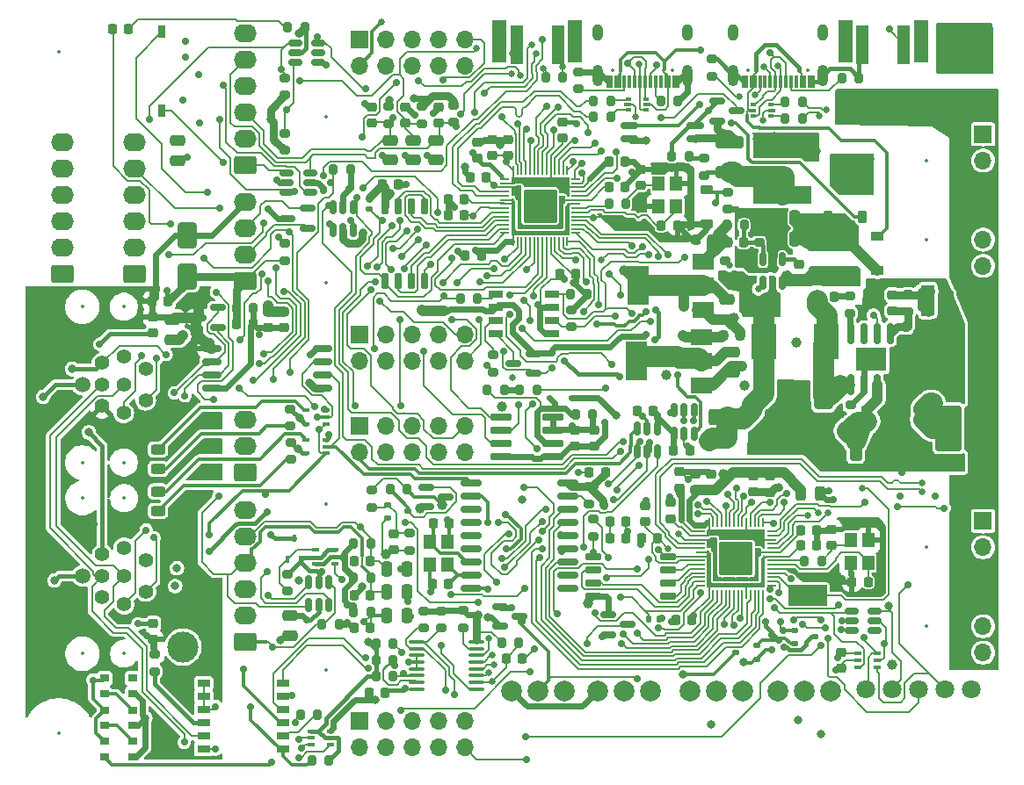
<source format=gtl>
%TF.GenerationSoftware,KiCad,Pcbnew,8.0.1*%
%TF.CreationDate,2024-08-04T17:14:23+01:00*%
%TF.ProjectId,RP2040_base,52503230-3430-45f6-9261-73652e6b6963,REV1.1*%
%TF.SameCoordinates,Original*%
%TF.FileFunction,Copper,L1,Top*%
%TF.FilePolarity,Positive*%
%FSLAX46Y46*%
G04 Gerber Fmt 4.6, Leading zero omitted, Abs format (unit mm)*
G04 Created by KiCad (PCBNEW 8.0.1) date 2024-08-04 17:14:23*
%MOMM*%
%LPD*%
G01*
G04 APERTURE LIST*
G04 Aperture macros list*
%AMRoundRect*
0 Rectangle with rounded corners*
0 $1 Rounding radius*
0 $2 $3 $4 $5 $6 $7 $8 $9 X,Y pos of 4 corners*
0 Add a 4 corners polygon primitive as box body*
4,1,4,$2,$3,$4,$5,$6,$7,$8,$9,$2,$3,0*
0 Add four circle primitives for the rounded corners*
1,1,$1+$1,$2,$3*
1,1,$1+$1,$4,$5*
1,1,$1+$1,$6,$7*
1,1,$1+$1,$8,$9*
0 Add four rect primitives between the rounded corners*
20,1,$1+$1,$2,$3,$4,$5,0*
20,1,$1+$1,$4,$5,$6,$7,0*
20,1,$1+$1,$6,$7,$8,$9,0*
20,1,$1+$1,$8,$9,$2,$3,0*%
G04 Aperture macros list end*
%TA.AperFunction,SMDPad,CuDef*%
%ADD10RoundRect,0.225000X0.250000X-0.225000X0.250000X0.225000X-0.250000X0.225000X-0.250000X-0.225000X0*%
%TD*%
%TA.AperFunction,SMDPad,CuDef*%
%ADD11RoundRect,0.225000X0.225000X0.250000X-0.225000X0.250000X-0.225000X-0.250000X0.225000X-0.250000X0*%
%TD*%
%TA.AperFunction,SMDPad,CuDef*%
%ADD12RoundRect,0.225000X-0.225000X-0.250000X0.225000X-0.250000X0.225000X0.250000X-0.225000X0.250000X0*%
%TD*%
%TA.AperFunction,SMDPad,CuDef*%
%ADD13RoundRect,0.135000X-0.185000X0.135000X-0.185000X-0.135000X0.185000X-0.135000X0.185000X0.135000X0*%
%TD*%
%TA.AperFunction,SMDPad,CuDef*%
%ADD14RoundRect,0.150000X0.150000X-0.650000X0.150000X0.650000X-0.150000X0.650000X-0.150000X-0.650000X0*%
%TD*%
%TA.AperFunction,SMDPad,CuDef*%
%ADD15RoundRect,0.200000X-0.200000X-0.275000X0.200000X-0.275000X0.200000X0.275000X-0.200000X0.275000X0*%
%TD*%
%TA.AperFunction,SMDPad,CuDef*%
%ADD16RoundRect,0.200000X0.200000X0.275000X-0.200000X0.275000X-0.200000X-0.275000X0.200000X-0.275000X0*%
%TD*%
%TA.AperFunction,SMDPad,CuDef*%
%ADD17RoundRect,0.050000X0.050000X-0.387500X0.050000X0.387500X-0.050000X0.387500X-0.050000X-0.387500X0*%
%TD*%
%TA.AperFunction,SMDPad,CuDef*%
%ADD18RoundRect,0.050000X0.387500X-0.050000X0.387500X0.050000X-0.387500X0.050000X-0.387500X-0.050000X0*%
%TD*%
%TA.AperFunction,ComponentPad*%
%ADD19C,0.700000*%
%TD*%
%TA.AperFunction,SMDPad,CuDef*%
%ADD20RoundRect,0.144000X1.456000X-1.456000X1.456000X1.456000X-1.456000X1.456000X-1.456000X-1.456000X0*%
%TD*%
%TA.AperFunction,SMDPad,CuDef*%
%ADD21RoundRect,0.243750X-0.243750X-0.456250X0.243750X-0.456250X0.243750X0.456250X-0.243750X0.456250X0*%
%TD*%
%TA.AperFunction,SMDPad,CuDef*%
%ADD22RoundRect,0.250000X0.250000X0.475000X-0.250000X0.475000X-0.250000X-0.475000X0.250000X-0.475000X0*%
%TD*%
%TA.AperFunction,SMDPad,CuDef*%
%ADD23RoundRect,0.250000X-0.475000X0.250000X-0.475000X-0.250000X0.475000X-0.250000X0.475000X0.250000X0*%
%TD*%
%TA.AperFunction,SMDPad,CuDef*%
%ADD24R,0.650000X0.400000*%
%TD*%
%TA.AperFunction,SMDPad,CuDef*%
%ADD25RoundRect,0.250000X-1.500000X-0.550000X1.500000X-0.550000X1.500000X0.550000X-1.500000X0.550000X0*%
%TD*%
%TA.AperFunction,ComponentPad*%
%ADD26RoundRect,0.250000X0.845000X-0.620000X0.845000X0.620000X-0.845000X0.620000X-0.845000X-0.620000X0*%
%TD*%
%TA.AperFunction,ComponentPad*%
%ADD27O,2.190000X1.740000*%
%TD*%
%TA.AperFunction,SMDPad,CuDef*%
%ADD28R,1.460000X4.190000*%
%TD*%
%TA.AperFunction,SMDPad,CuDef*%
%ADD29R,1.200000X3.760000*%
%TD*%
%TA.AperFunction,SMDPad,CuDef*%
%ADD30RoundRect,0.200000X-0.275000X0.200000X-0.275000X-0.200000X0.275000X-0.200000X0.275000X0.200000X0*%
%TD*%
%TA.AperFunction,SMDPad,CuDef*%
%ADD31R,1.200000X0.900000*%
%TD*%
%TA.AperFunction,SMDPad,CuDef*%
%ADD32R,2.000000X1.500000*%
%TD*%
%TA.AperFunction,SMDPad,CuDef*%
%ADD33R,2.000000X3.800000*%
%TD*%
%TA.AperFunction,SMDPad,CuDef*%
%ADD34R,1.450000X0.800000*%
%TD*%
%TA.AperFunction,SMDPad,CuDef*%
%ADD35RoundRect,0.250000X0.475000X-0.250000X0.475000X0.250000X-0.475000X0.250000X-0.475000X-0.250000X0*%
%TD*%
%TA.AperFunction,SMDPad,CuDef*%
%ADD36RoundRect,0.225000X-0.250000X0.225000X-0.250000X-0.225000X0.250000X-0.225000X0.250000X0.225000X0*%
%TD*%
%TA.AperFunction,SMDPad,CuDef*%
%ADD37RoundRect,0.243750X-0.456250X0.243750X-0.456250X-0.243750X0.456250X-0.243750X0.456250X0.243750X0*%
%TD*%
%TA.AperFunction,SMDPad,CuDef*%
%ADD38R,0.500000X0.375000*%
%TD*%
%TA.AperFunction,SMDPad,CuDef*%
%ADD39R,0.650000X0.300000*%
%TD*%
%TA.AperFunction,SMDPad,CuDef*%
%ADD40RoundRect,0.100000X-0.637500X-0.100000X0.637500X-0.100000X0.637500X0.100000X-0.637500X0.100000X0*%
%TD*%
%TA.AperFunction,SMDPad,CuDef*%
%ADD41RoundRect,0.218750X0.218750X0.256250X-0.218750X0.256250X-0.218750X-0.256250X0.218750X-0.256250X0*%
%TD*%
%TA.AperFunction,SMDPad,CuDef*%
%ADD42RoundRect,0.112500X-0.237500X0.112500X-0.237500X-0.112500X0.237500X-0.112500X0.237500X0.112500X0*%
%TD*%
%TA.AperFunction,SMDPad,CuDef*%
%ADD43RoundRect,0.250000X-0.250000X-0.475000X0.250000X-0.475000X0.250000X0.475000X-0.250000X0.475000X0*%
%TD*%
%TA.AperFunction,ComponentPad*%
%ADD44C,2.000000*%
%TD*%
%TA.AperFunction,SMDPad,CuDef*%
%ADD45RoundRect,0.200000X0.275000X-0.200000X0.275000X0.200000X-0.275000X0.200000X-0.275000X-0.200000X0*%
%TD*%
%TA.AperFunction,SMDPad,CuDef*%
%ADD46RoundRect,0.150000X-0.512500X-0.150000X0.512500X-0.150000X0.512500X0.150000X-0.512500X0.150000X0*%
%TD*%
%TA.AperFunction,SMDPad,CuDef*%
%ADD47RoundRect,0.150000X-0.150000X0.512500X-0.150000X-0.512500X0.150000X-0.512500X0.150000X0.512500X0*%
%TD*%
%TA.AperFunction,SMDPad,CuDef*%
%ADD48RoundRect,0.112500X0.237500X-0.112500X0.237500X0.112500X-0.237500X0.112500X-0.237500X-0.112500X0*%
%TD*%
%TA.AperFunction,ComponentPad*%
%ADD49R,1.700000X1.700000*%
%TD*%
%TA.AperFunction,ComponentPad*%
%ADD50O,1.700000X1.700000*%
%TD*%
%TA.AperFunction,SMDPad,CuDef*%
%ADD51RoundRect,0.150000X0.587500X0.150000X-0.587500X0.150000X-0.587500X-0.150000X0.587500X-0.150000X0*%
%TD*%
%TA.AperFunction,SMDPad,CuDef*%
%ADD52RoundRect,0.225000X-0.375000X0.225000X-0.375000X-0.225000X0.375000X-0.225000X0.375000X0.225000X0*%
%TD*%
%TA.AperFunction,SMDPad,CuDef*%
%ADD53R,2.350000X3.500000*%
%TD*%
%TA.AperFunction,SMDPad,CuDef*%
%ADD54R,0.900000X0.750000*%
%TD*%
%TA.AperFunction,SMDPad,CuDef*%
%ADD55RoundRect,0.150000X-0.587500X-0.150000X0.587500X-0.150000X0.587500X0.150000X-0.587500X0.150000X0*%
%TD*%
%TA.AperFunction,SMDPad,CuDef*%
%ADD56R,0.450000X0.700000*%
%TD*%
%TA.AperFunction,SMDPad,CuDef*%
%ADD57RoundRect,0.150000X0.750000X0.150000X-0.750000X0.150000X-0.750000X-0.150000X0.750000X-0.150000X0*%
%TD*%
%TA.AperFunction,SMDPad,CuDef*%
%ADD58RoundRect,0.100000X-0.225000X-0.100000X0.225000X-0.100000X0.225000X0.100000X-0.225000X0.100000X0*%
%TD*%
%TA.AperFunction,SMDPad,CuDef*%
%ADD59R,1.200000X1.400000*%
%TD*%
%TA.AperFunction,SMDPad,CuDef*%
%ADD60RoundRect,0.150000X-0.200000X0.150000X-0.200000X-0.150000X0.200000X-0.150000X0.200000X0.150000X0*%
%TD*%
%TA.AperFunction,ComponentPad*%
%ADD61C,1.800000*%
%TD*%
%TA.AperFunction,SMDPad,CuDef*%
%ADD62RoundRect,0.150000X0.150000X-0.512500X0.150000X0.512500X-0.150000X0.512500X-0.150000X-0.512500X0*%
%TD*%
%TA.AperFunction,SMDPad,CuDef*%
%ADD63RoundRect,0.225000X-0.225000X-0.375000X0.225000X-0.375000X0.225000X0.375000X-0.225000X0.375000X0*%
%TD*%
%TA.AperFunction,SMDPad,CuDef*%
%ADD64RoundRect,0.250000X0.650000X-1.000000X0.650000X1.000000X-0.650000X1.000000X-0.650000X-1.000000X0*%
%TD*%
%TA.AperFunction,SMDPad,CuDef*%
%ADD65RoundRect,0.250000X-0.650000X1.000000X-0.650000X-1.000000X0.650000X-1.000000X0.650000X1.000000X0*%
%TD*%
%TA.AperFunction,ComponentPad*%
%ADD66C,1.400000*%
%TD*%
%TA.AperFunction,ComponentPad*%
%ADD67C,1.500000*%
%TD*%
%TA.AperFunction,SMDPad,CuDef*%
%ADD68R,0.300000X1.150000*%
%TD*%
%TA.AperFunction,ComponentPad*%
%ADD69O,1.000000X2.100000*%
%TD*%
%TA.AperFunction,ComponentPad*%
%ADD70O,1.000000X1.600000*%
%TD*%
%TA.AperFunction,ComponentPad*%
%ADD71C,3.000000*%
%TD*%
%TA.AperFunction,SMDPad,CuDef*%
%ADD72RoundRect,0.250000X1.100000X-0.325000X1.100000X0.325000X-1.100000X0.325000X-1.100000X-0.325000X0*%
%TD*%
%TA.AperFunction,SMDPad,CuDef*%
%ADD73RoundRect,0.042000X0.943000X0.258000X-0.943000X0.258000X-0.943000X-0.258000X0.943000X-0.258000X0*%
%TD*%
%TA.AperFunction,SMDPad,CuDef*%
%ADD74RoundRect,0.250000X2.475000X-0.712500X2.475000X0.712500X-2.475000X0.712500X-2.475000X-0.712500X0*%
%TD*%
%TA.AperFunction,SMDPad,CuDef*%
%ADD75RoundRect,0.150000X-0.875000X-0.150000X0.875000X-0.150000X0.875000X0.150000X-0.875000X0.150000X0*%
%TD*%
%TA.AperFunction,SMDPad,CuDef*%
%ADD76R,3.800000X2.000000*%
%TD*%
%TA.AperFunction,SMDPad,CuDef*%
%ADD77R,4.200000X1.400000*%
%TD*%
%TA.AperFunction,SMDPad,CuDef*%
%ADD78RoundRect,0.250000X0.325000X1.100000X-0.325000X1.100000X-0.325000X-1.100000X0.325000X-1.100000X0*%
%TD*%
%TA.AperFunction,SMDPad,CuDef*%
%ADD79R,5.700000X1.700000*%
%TD*%
%TA.AperFunction,SMDPad,CuDef*%
%ADD80RoundRect,0.150000X0.150000X-0.825000X0.150000X0.825000X-0.150000X0.825000X-0.150000X-0.825000X0*%
%TD*%
%TA.AperFunction,SMDPad,CuDef*%
%ADD81R,3.000000X2.290000*%
%TD*%
%TA.AperFunction,SMDPad,CuDef*%
%ADD82RoundRect,0.150000X-0.150000X-0.200000X0.150000X-0.200000X0.150000X0.200000X-0.150000X0.200000X0*%
%TD*%
%TA.AperFunction,SMDPad,CuDef*%
%ADD83R,0.600000X0.450000*%
%TD*%
%TA.AperFunction,SMDPad,CuDef*%
%ADD84RoundRect,0.218750X-0.218750X-0.256250X0.218750X-0.256250X0.218750X0.256250X-0.218750X0.256250X0*%
%TD*%
%TA.AperFunction,SMDPad,CuDef*%
%ADD85RoundRect,0.135000X0.135000X0.185000X-0.135000X0.185000X-0.135000X-0.185000X0.135000X-0.185000X0*%
%TD*%
%TA.AperFunction,SMDPad,CuDef*%
%ADD86RoundRect,0.250000X-0.325000X-1.100000X0.325000X-1.100000X0.325000X1.100000X-0.325000X1.100000X0*%
%TD*%
%TA.AperFunction,SMDPad,CuDef*%
%ADD87RoundRect,0.150000X0.512500X0.150000X-0.512500X0.150000X-0.512500X-0.150000X0.512500X-0.150000X0*%
%TD*%
%TA.AperFunction,SMDPad,CuDef*%
%ADD88R,1.270000X0.760000*%
%TD*%
%TA.AperFunction,SMDPad,CuDef*%
%ADD89R,0.760000X1.270000*%
%TD*%
%TA.AperFunction,SMDPad,CuDef*%
%ADD90RoundRect,0.250000X1.000000X-1.950000X1.000000X1.950000X-1.000000X1.950000X-1.000000X-1.950000X0*%
%TD*%
%TA.AperFunction,SMDPad,CuDef*%
%ADD91RoundRect,0.150000X-0.662500X-0.150000X0.662500X-0.150000X0.662500X0.150000X-0.662500X0.150000X0*%
%TD*%
%TA.AperFunction,SMDPad,CuDef*%
%ADD92RoundRect,0.150000X-0.650000X-0.150000X0.650000X-0.150000X0.650000X0.150000X-0.650000X0.150000X0*%
%TD*%
%TA.AperFunction,SMDPad,CuDef*%
%ADD93RoundRect,0.150000X0.200000X-0.150000X0.200000X0.150000X-0.200000X0.150000X-0.200000X-0.150000X0*%
%TD*%
%TA.AperFunction,SMDPad,CuDef*%
%ADD94RoundRect,0.250000X-1.400000X-1.000000X1.400000X-1.000000X1.400000X1.000000X-1.400000X1.000000X0*%
%TD*%
%TA.AperFunction,ViaPad*%
%ADD95C,0.700000*%
%TD*%
%TA.AperFunction,ViaPad*%
%ADD96C,0.650000*%
%TD*%
%TA.AperFunction,ViaPad*%
%ADD97C,0.800000*%
%TD*%
%TA.AperFunction,ViaPad*%
%ADD98C,1.000000*%
%TD*%
%TA.AperFunction,Conductor*%
%ADD99C,0.200000*%
%TD*%
%TA.AperFunction,Conductor*%
%ADD100C,1.000000*%
%TD*%
%TA.AperFunction,Conductor*%
%ADD101C,0.600000*%
%TD*%
%TA.AperFunction,Conductor*%
%ADD102C,0.300000*%
%TD*%
%TA.AperFunction,Conductor*%
%ADD103C,0.400000*%
%TD*%
%TA.AperFunction,Conductor*%
%ADD104C,0.800000*%
%TD*%
%TA.AperFunction,Conductor*%
%ADD105C,2.000000*%
%TD*%
%ADD106C,0.300000*%
%ADD107C,0.250000*%
%ADD108C,0.350000*%
%ADD109O,0.600000X1.700000*%
%ADD110O,0.600000X1.200000*%
G04 APERTURE END LIST*
D10*
%TO.P,C34,1*%
%TO.N,+3V3*%
X121980000Y-74390000D03*
%TO.P,C34,2*%
%TO.N,GND*%
X121980000Y-72840000D03*
%TD*%
D11*
%TO.P,C32,1*%
%TO.N,+1V1*%
X121390000Y-76490000D03*
%TO.P,C32,2*%
%TO.N,GND*%
X119840000Y-76490000D03*
%TD*%
%TO.P,C38,1*%
%TO.N,+3V3*%
X130000000Y-85875000D03*
%TO.P,C38,2*%
%TO.N,GND*%
X128450000Y-85875000D03*
%TD*%
D12*
%TO.P,C21,1*%
%TO.N,+3V3*%
X111395000Y-77230000D03*
%TO.P,C21,2*%
%TO.N,GND*%
X112945000Y-77230000D03*
%TD*%
D13*
%TO.P,R42,1*%
%TO.N,+3V3*%
X110150000Y-78550000D03*
%TO.P,R42,2*%
%TO.N,/QSPI_SS*%
X110150000Y-79570000D03*
%TD*%
D14*
%TO.P,U12,1,~{CS}*%
%TO.N,/QSPI_SS*%
X111620000Y-86540000D03*
%TO.P,U12,2,DO(IO1)*%
%TO.N,/QSPI_SD1*%
X112890000Y-86540000D03*
%TO.P,U12,3,IO2*%
%TO.N,/QSPI_SD2*%
X114160000Y-86540000D03*
%TO.P,U12,4,GND*%
%TO.N,GND*%
X115430000Y-86540000D03*
%TO.P,U12,5,DI(IO0)*%
%TO.N,/QSPI_SD0*%
X115430000Y-79340000D03*
%TO.P,U12,6,CLK*%
%TO.N,/QSPI_SCLK*%
X114160000Y-79340000D03*
%TO.P,U12,7,IO3*%
%TO.N,/QSPI_SD3*%
X112890000Y-79340000D03*
%TO.P,U12,8,VCC*%
%TO.N,+3V3*%
X111620000Y-79340000D03*
%TD*%
D10*
%TO.P,C28,1*%
%TO.N,Net-(C28-Pad1)*%
X136300000Y-77280000D03*
%TO.P,C28,2*%
%TO.N,GND*%
X136300000Y-75730000D03*
%TD*%
D15*
%TO.P,R41,1*%
%TO.N,/QSPI_SS*%
X127090000Y-66840000D03*
%TO.P,R41,2*%
%TO.N,/~{USB_BOOT}*%
X128740000Y-66840000D03*
%TD*%
D11*
%TO.P,C33,1*%
%TO.N,+3V3*%
X119240000Y-78640000D03*
%TO.P,C33,2*%
%TO.N,GND*%
X117690000Y-78640000D03*
%TD*%
D10*
%TO.P,C37,1*%
%TO.N,+3V3*%
X128700000Y-72730000D03*
%TO.P,C37,2*%
%TO.N,GND*%
X128700000Y-71180000D03*
%TD*%
D12*
%TO.P,C39,1*%
%TO.N,+3V3*%
X133210000Y-75000000D03*
%TO.P,C39,2*%
%TO.N,GND*%
X134760000Y-75000000D03*
%TD*%
D16*
%TO.P,R60,1*%
%TO.N,Net-(R60-Pad1)*%
X133372000Y-69138000D03*
%TO.P,R60,2*%
%TO.N,/USB_DP*%
X131722000Y-69138000D03*
%TD*%
D12*
%TO.P,C31,1*%
%TO.N,+1V1*%
X133210000Y-77440000D03*
%TO.P,C31,2*%
%TO.N,GND*%
X134760000Y-77440000D03*
%TD*%
D11*
%TO.P,C36,1*%
%TO.N,+3V3*%
X120925000Y-84050000D03*
%TO.P,C36,2*%
%TO.N,GND*%
X119375000Y-84050000D03*
%TD*%
D10*
%TO.P,C41,1*%
%TO.N,+3.3VA*%
X120510000Y-74690000D03*
%TO.P,C41,2*%
%TO.N,GND*%
X120510000Y-73140000D03*
%TD*%
D17*
%TO.P,U15,1,IOVDD*%
%TO.N,+3V3*%
X124000000Y-82727500D03*
%TO.P,U15,2,GPIO0*%
%TO.N,/GPIO0*%
X124400000Y-82727500D03*
%TO.P,U15,3,GPIO1*%
%TO.N,/GPIO1*%
X124800000Y-82727500D03*
%TO.P,U15,4,GPIO2*%
%TO.N,/VDC_CS*%
X125200000Y-82727500D03*
%TO.P,U15,5,GPIO3*%
%TO.N,/VDC_CLK*%
X125600000Y-82727500D03*
%TO.P,U15,6,GPIO4*%
%TO.N,M1C_PWM_H*%
X126000000Y-82727500D03*
%TO.P,U15,7,GPIO5*%
%TO.N,M1C_PWM_L\u005C*%
X126400000Y-82727500D03*
%TO.P,U15,8,GPIO6*%
%TO.N,M1B_PWM_H*%
X126800000Y-82727500D03*
%TO.P,U15,9,GPIO7*%
%TO.N,M1B_PWM_L\u005C*%
X127200000Y-82727500D03*
%TO.P,U15,10,IOVDD*%
%TO.N,+3V3*%
X127600000Y-82727500D03*
%TO.P,U15,11,GPIO8*%
%TO.N,M1A_PWM_H*%
X128000000Y-82727500D03*
%TO.P,U15,12,GPIO9*%
%TO.N,M1A_PWM_L\u005C*%
X128400000Y-82727500D03*
%TO.P,U15,13,GPIO10*%
%TO.N,M2C_PWM_H*%
X128800000Y-82727500D03*
%TO.P,U15,14,GPIO11*%
%TO.N,M2C_PWM_L\u005C*%
X129200000Y-82727500D03*
D18*
%TO.P,U15,15,GPIO12*%
%TO.N,M2B_PWM_H*%
X130037500Y-81890000D03*
%TO.P,U15,16,GPIO13*%
%TO.N,M2B_PWM_L\u005C*%
X130037500Y-81490000D03*
%TO.P,U15,17,GPIO14*%
%TO.N,M2A_PWM_H*%
X130037500Y-81090000D03*
%TO.P,U15,18,GPIO15*%
%TO.N,M2A_PWM_L\u005C*%
X130037500Y-80690000D03*
%TO.P,U15,19,TESTEN*%
%TO.N,GND*%
X130037500Y-80290000D03*
%TO.P,U15,20,XIN*%
%TO.N,Net-(U15-XIN)*%
X130037500Y-79890000D03*
%TO.P,U15,21,XOUT*%
%TO.N,Net-(U15-XOUT)*%
X130037500Y-79490000D03*
%TO.P,U15,22,IOVDD*%
%TO.N,+3V3*%
X130037500Y-79090000D03*
%TO.P,U15,23,DVDD*%
%TO.N,+1V1*%
X130037500Y-78690000D03*
%TO.P,U15,24,SWCLK*%
%TO.N,/SWCLK*%
X130037500Y-78290000D03*
%TO.P,U15,25,SWD*%
%TO.N,/SWD*%
X130037500Y-77890000D03*
%TO.P,U15,26,RUN*%
%TO.N,+3V3*%
X130037500Y-77490000D03*
%TO.P,U15,27,GPIO16*%
%TO.N,/ENC2_RX*%
X130037500Y-77090000D03*
%TO.P,U15,28,GPIO17*%
%TO.N,/ENC2_CS*%
X130037500Y-76690000D03*
D17*
%TO.P,U15,29,GPIO18*%
%TO.N,/ENC2_SCK*%
X129200000Y-75852500D03*
%TO.P,U15,30,GPIO19*%
%TO.N,/ESTOP*%
X128800000Y-75852500D03*
%TO.P,U15,31,GPIO20*%
%TO.N,/ENC1_RX*%
X128400000Y-75852500D03*
%TO.P,U15,32,GPIO21*%
%TO.N,/ENC1_CS*%
X128000000Y-75852500D03*
%TO.P,U15,33,IOVDD*%
%TO.N,+3V3*%
X127600000Y-75852500D03*
%TO.P,U15,34,GPIO22*%
%TO.N,/ENC1_SCK*%
X127200000Y-75852500D03*
%TO.P,U15,35,GPIO23*%
%TO.N,/GPIO23*%
X126800000Y-75852500D03*
%TO.P,U15,36,GPIO24*%
%TO.N,/GPIO24*%
X126400000Y-75852500D03*
%TO.P,U15,37,GPIO25*%
%TO.N,/GPIO25*%
X126000000Y-75852500D03*
%TO.P,U15,38,GPIO26_ADC0*%
%TO.N,M2A_SENSE*%
X125600000Y-75852500D03*
%TO.P,U15,39,GPIO27_ADC1*%
%TO.N,M2C_SENSE*%
X125200000Y-75852500D03*
%TO.P,U15,40,GPIO28_ADC2*%
%TO.N,M1A_SENSE*%
X124800000Y-75852500D03*
%TO.P,U15,41,GPIO29_ADC3*%
%TO.N,M1C_SENSE*%
X124400000Y-75852500D03*
%TO.P,U15,42,IOVDD*%
%TO.N,+3V3*%
X124000000Y-75852500D03*
D18*
%TO.P,U15,43,ADC_AVDD*%
%TO.N,+3.3VA*%
X123162500Y-76690000D03*
%TO.P,U15,44,VREG_IN*%
%TO.N,+3V3*%
X123162500Y-77090000D03*
%TO.P,U15,45,VREG_VOUT*%
%TO.N,+1V1*%
X123162500Y-77490000D03*
%TO.P,U15,46,USB_DM*%
%TO.N,/USB_DN*%
X123162500Y-77890000D03*
%TO.P,U15,47,USB_DP*%
%TO.N,/USB_DP*%
X123162500Y-78290000D03*
%TO.P,U15,48,USB_VDD*%
%TO.N,+3V3*%
X123162500Y-78690000D03*
%TO.P,U15,49,IOVDD*%
X123162500Y-79090000D03*
%TO.P,U15,50,DVDD*%
%TO.N,+1V1*%
X123162500Y-79490000D03*
%TO.P,U15,51,QSPI_SD3*%
%TO.N,/QSPI_SD3*%
X123162500Y-79890000D03*
%TO.P,U15,52,QSPI_SCLK*%
%TO.N,/QSPI_SCLK*%
X123162500Y-80290000D03*
%TO.P,U15,53,QSPI_SD0*%
%TO.N,/QSPI_SD0*%
X123162500Y-80690000D03*
%TO.P,U15,54,QSPI_SD2*%
%TO.N,/QSPI_SD2*%
X123162500Y-81090000D03*
%TO.P,U15,55,QSPI_SD1*%
%TO.N,/QSPI_SD1*%
X123162500Y-81490000D03*
%TO.P,U15,56,QSPI_SS*%
%TO.N,/QSPI_SS*%
X123162500Y-81890000D03*
D19*
%TO.P,U15,57,GND*%
%TO.N,GND*%
X125325000Y-80565000D03*
X126600000Y-80565000D03*
X127875000Y-80565000D03*
X125325000Y-79290000D03*
X126600000Y-79290000D03*
D20*
X126600000Y-79290000D03*
D19*
X127875000Y-79290000D03*
X125325000Y-78015000D03*
X126600000Y-78015000D03*
X127875000Y-78015000D03*
%TD*%
D12*
%TO.P,C27,1*%
%TO.N,Net-(U15-XIN)*%
X138250000Y-81150000D03*
%TO.P,C27,2*%
%TO.N,GND*%
X139800000Y-81150000D03*
%TD*%
D16*
%TO.P,R61,1*%
%TO.N,Net-(R61-Pad1)*%
X133372000Y-70688000D03*
%TO.P,R61,2*%
%TO.N,/USB_DN*%
X131722000Y-70688000D03*
%TD*%
D11*
%TO.P,C30,1*%
%TO.N,+1V1*%
X119240000Y-80140000D03*
%TO.P,C30,2*%
%TO.N,GND*%
X117690000Y-80140000D03*
%TD*%
D10*
%TO.P,C40,1*%
%TO.N,+3V3*%
X123450000Y-74390000D03*
%TO.P,C40,2*%
%TO.N,GND*%
X123450000Y-72840000D03*
%TD*%
D15*
%TO.P,R52,1*%
%TO.N,Net-(U15-XOUT)*%
X133190000Y-79040000D03*
%TO.P,R52,2*%
%TO.N,Net-(C28-Pad1)*%
X134840000Y-79040000D03*
%TD*%
D21*
%TO.P,C29,1*%
%TO.N,+3V3*%
X151690500Y-106969000D03*
%TO.P,C29,2*%
%TO.N,GND*%
X153565500Y-106969000D03*
%TD*%
D22*
%TO.P,C91,1*%
%TO.N,Net-(JP5-B)*%
X113725000Y-116505000D03*
%TO.P,C91,2*%
%TO.N,/ENC2_CS*%
X111825000Y-116505000D03*
%TD*%
D15*
%TO.P,R75,1,1*%
%TO.N,/ESTOP_SQUARE*%
X118905000Y-88210000D03*
%TO.P,R75,2,2*%
%TO.N,Net-(R75-Pad2)*%
X120555000Y-88210000D03*
%TD*%
D16*
%TO.P,R99,1,1*%
%TO.N,+5V_ISO_FILT*%
X98970000Y-89095000D03*
%TO.P,R99,2,2*%
%TO.N,+5V_ISO*%
X97320000Y-89095000D03*
%TD*%
D10*
%TO.P,C54,1*%
%TO.N,+3V3*%
X141514000Y-106661000D03*
%TO.P,C54,2*%
%TO.N,GND*%
X141514000Y-105111000D03*
%TD*%
D23*
%TO.P,C88,1*%
%TO.N,/ENC1_CS*%
X114315000Y-72925000D03*
%TO.P,C88,2*%
%TO.N,Net-(JP8-B)*%
X114315000Y-74825000D03*
%TD*%
D24*
%TO.P,U25,1,/OE*%
%TO.N,/{slash}LED_EN*%
X106820001Y-113745001D03*
%TO.P,U25,2,A*%
%TO.N,+3V3*%
X106820000Y-113095001D03*
%TO.P,U25,3,GND*%
%TO.N,GND*%
X106820001Y-112445001D03*
%TO.P,U25,4,Y*%
%TO.N,Net-(Q11-G)*%
X104920001Y-112445001D03*
%TO.P,U25,5,VCC*%
%TO.N,+3V3*%
X104920001Y-113745001D03*
%TD*%
D25*
%TO.P,C115,1*%
%TO.N,+12V*%
X144585000Y-99640000D03*
%TO.P,C115,2*%
%TO.N,GND*%
X149985000Y-99640000D03*
%TD*%
D26*
%TO.P,J8,1,Pin_1*%
%TO.N,/ESTOP_SWITCH_OUT*%
X98140000Y-105000000D03*
D27*
%TO.P,J8,2,Pin_2*%
%TO.N,unconnected-(J8-Pin_2-Pad2)*%
X98140000Y-102460000D03*
%TO.P,J8,3,Pin_3*%
%TO.N,/ESTOP_SWITCH_IN*%
X98140000Y-99920000D03*
%TD*%
D12*
%TO.P,C8,1*%
%TO.N,GND_ISO*%
X89209999Y-88465001D03*
%TO.P,C8,2*%
%TO.N,+5V_ISO*%
X90759999Y-88465001D03*
%TD*%
D28*
%TO.P,SW1,1*%
%TO.N,N/C*%
X122650000Y-63393000D03*
D29*
%TO.P,SW1,2,2*%
%TO.N,GND*%
X124300000Y-63707000D03*
D28*
%TO.P,SW1,3*%
%TO.N,N/C*%
X129950000Y-63393000D03*
D29*
%TO.P,SW1,4,4*%
%TO.N,/~{USB_BOOT}*%
X128300000Y-63707000D03*
%TD*%
D11*
%TO.P,C20,1*%
%TO.N,GND*%
X140980000Y-102880000D03*
%TO.P,C20,2*%
%TO.N,+3.3VA*%
X139430000Y-102880000D03*
%TD*%
D30*
%TO.P,R103,1,1*%
%TO.N,Net-(D45-K)*%
X144645000Y-77930001D03*
%TO.P,R103,2,2*%
%TO.N,GND*%
X144645000Y-79580001D03*
%TD*%
D12*
%TO.P,C18,1*%
%TO.N,GND*%
X135925000Y-99000000D03*
%TO.P,C18,2*%
%TO.N,+3.3VA*%
X137475000Y-99000000D03*
%TD*%
D31*
%TO.P,D37,1,K*%
%TO.N,+5V*%
X159086000Y-85520000D03*
%TO.P,D37,2,A*%
%TO.N,VBUS*%
X159086000Y-82220000D03*
%TD*%
D32*
%TO.P,U32,1,GND*%
%TO.N,GND*%
X142115000Y-96550000D03*
%TO.P,U32,2,VO*%
%TO.N,+3V3*%
X142115000Y-94250000D03*
D33*
X135815000Y-94250000D03*
D32*
%TO.P,U32,3,VI*%
%TO.N,+5V*%
X142115000Y-91950000D03*
%TD*%
D34*
%TO.P,U34,1*%
%TO.N,Net-(R75-Pad2)*%
X122310000Y-87790000D03*
%TO.P,U34,2*%
%TO.N,GND_ISO*%
X122310000Y-89060000D03*
%TO.P,U34,3*%
%TO.N,Net-(R48-Pad2)*%
X122310000Y-90330000D03*
%TO.P,U34,4*%
%TO.N,Net-(Q7-D)*%
X122310000Y-91600000D03*
%TO.P,U34,5*%
%TO.N,GND*%
X127760000Y-91600000D03*
%TO.P,U34,6*%
%TO.N,/ESTOP_SWITCH_STATUS*%
X127760000Y-90330000D03*
%TO.P,U34,7*%
%TO.N,GND*%
X127760000Y-89060000D03*
%TO.P,U34,8*%
%TO.N,/ESTOP*%
X127760000Y-87790000D03*
%TD*%
D35*
%TO.P,C87,1*%
%TO.N,Net-(JP9-B)*%
X112105000Y-74825000D03*
%TO.P,C87,2*%
%TO.N,/ENC1_RX*%
X112105000Y-72925000D03*
%TD*%
D23*
%TO.P,C86,1*%
%TO.N,GND_ISO*%
X91180000Y-90250000D03*
%TO.P,C86,2*%
%TO.N,GND*%
X91180000Y-92150000D03*
%TD*%
D12*
%TO.P,C119,1*%
%TO.N,+5V*%
X110125000Y-126230001D03*
%TO.P,C119,2*%
%TO.N,GND*%
X111675000Y-126230001D03*
%TD*%
D36*
%TO.P,C62,1*%
%TO.N,GND*%
X110391999Y-69725000D03*
%TO.P,C62,2*%
%TO.N,/ENC1_RX*%
X110391999Y-71275000D03*
%TD*%
D17*
%TO.P,U19,1,IOVDD*%
%TO.N,+3V3*%
X142844000Y-116703500D03*
%TO.P,U19,2,GPIO0*%
%TO.N,/ADC_DATA*%
X143244000Y-116703500D03*
%TO.P,U19,3,GPIO1*%
%TO.N,/ADC_CS1*%
X143644000Y-116703500D03*
%TO.P,U19,4,GPIO2*%
%TO.N,/ADC_CLK*%
X144044000Y-116703500D03*
%TO.P,U19,5,GPIO3*%
%TO.N,/ADC_CS2*%
X144444000Y-116703500D03*
%TO.P,U19,6,GPIO4*%
%TO.N,/SPI1_INT*%
X144844000Y-116703500D03*
%TO.P,U19,7,GPIO5*%
%TO.N,/GPIO5_2*%
X145244000Y-116703500D03*
%TO.P,U19,8,GPIO6*%
%TO.N,/AUX1*%
X145644000Y-116703500D03*
%TO.P,U19,9,GPIO7*%
%TO.N,/AUX2*%
X146044000Y-116703500D03*
%TO.P,U19,10,IOVDD*%
%TO.N,+3V3*%
X146444000Y-116703500D03*
%TO.P,U19,11,GPIO8*%
%TO.N,/SPI1_RX_2*%
X146844000Y-116703500D03*
%TO.P,U19,12,GPIO9*%
%TO.N,/SPI1_CSn_2*%
X147244000Y-116703500D03*
%TO.P,U19,13,GPIO10*%
%TO.N,/SPI1_SCK_2*%
X147644000Y-116703500D03*
%TO.P,U19,14,GPIO11*%
%TO.N,/SPI1_TX_2*%
X148044000Y-116703500D03*
D18*
%TO.P,U19,15,GPIO12*%
%TO.N,/GPIO1*%
X148881500Y-115866000D03*
%TO.P,U19,16,GPIO13*%
%TO.N,/GPIO0*%
X148881500Y-115466000D03*
%TO.P,U19,17,GPIO14*%
%TO.N,/ESTOP*%
X148881500Y-115066000D03*
%TO.P,U19,18,GPIO15*%
%TO.N,/LED*%
X148881500Y-114666000D03*
%TO.P,U19,19,TESTEN*%
%TO.N,GND*%
X148881500Y-114266000D03*
%TO.P,U19,20,XIN*%
%TO.N,Net-(U19-XIN)*%
X148881500Y-113866000D03*
%TO.P,U19,21,XOUT*%
%TO.N,Net-(U19-XOUT)*%
X148881500Y-113466000D03*
%TO.P,U19,22,IOVDD*%
%TO.N,+3V3*%
X148881500Y-113066000D03*
%TO.P,U19,23,DVDD*%
%TO.N,/1V1_2*%
X148881500Y-112666000D03*
%TO.P,U19,24,SWCLK*%
%TO.N,/SWCLK_2*%
X148881500Y-112266000D03*
%TO.P,U19,25,SWD*%
%TO.N,/SWD_2*%
X148881500Y-111866000D03*
%TO.P,U19,26,RUN*%
%TO.N,+3V3*%
X148881500Y-111466000D03*
%TO.P,U19,27,GPIO16*%
%TO.N,/ESTOP_SWITCH_STATUS*%
X148881500Y-111066000D03*
%TO.P,U19,28,GPIO17*%
%TO.N,/GPIO17_2*%
X148881500Y-110666000D03*
D17*
%TO.P,U19,29,GPIO18*%
%TO.N,/SDA1*%
X148044000Y-109828500D03*
%TO.P,U19,30,GPIO19*%
%TO.N,/SCL1*%
X147644000Y-109828500D03*
%TO.P,U19,31,GPIO20*%
%TO.N,/AUX3_RX*%
X147244000Y-109828500D03*
%TO.P,U19,32,GPIO21*%
%TO.N,/AUX3_CSn*%
X146844000Y-109828500D03*
%TO.P,U19,33,IOVDD*%
%TO.N,+3V3*%
X146444000Y-109828500D03*
%TO.P,U19,34,GPIO22*%
%TO.N,/AUX3_SCK*%
X146044000Y-109828500D03*
%TO.P,U19,35,GPIO23*%
%TO.N,/GPIO23_2*%
X145644000Y-109828500D03*
%TO.P,U19,36,GPIO24*%
%TO.N,/TXO_2*%
X145244000Y-109828500D03*
%TO.P,U19,37,GPIO25*%
%TO.N,/RXI_2*%
X144844000Y-109828500D03*
%TO.P,U19,38,GPIO26_ADC0*%
%TO.N,/ADC_AUX1*%
X144444000Y-109828500D03*
%TO.P,U19,39,GPIO27_ADC1*%
%TO.N,/ADC_AUX2*%
X144044000Y-109828500D03*
%TO.P,U19,40,GPIO28_ADC2*%
%TO.N,/TH_MOTOR1*%
X143644000Y-109828500D03*
%TO.P,U19,41,GPIO29_ADC3*%
%TO.N,/TH_MOTOR2*%
X143244000Y-109828500D03*
%TO.P,U19,42,IOVDD*%
%TO.N,+3V3*%
X142844000Y-109828500D03*
D18*
%TO.P,U19,43,ADC_AVDD*%
%TO.N,+3.3VA*%
X142006500Y-110666000D03*
%TO.P,U19,44,VREG_IN*%
%TO.N,+3V3*%
X142006500Y-111066000D03*
%TO.P,U19,45,VREG_VOUT*%
%TO.N,/1V1_2*%
X142006500Y-111466000D03*
%TO.P,U19,46,USB_DM*%
%TO.N,/USB_DN_2*%
X142006500Y-111866000D03*
%TO.P,U19,47,USB_DP*%
%TO.N,/USB_DP_2*%
X142006500Y-112266000D03*
%TO.P,U19,48,USB_VDD*%
%TO.N,+3V3*%
X142006500Y-112666000D03*
%TO.P,U19,49,IOVDD*%
X142006500Y-113066000D03*
%TO.P,U19,50,DVDD*%
%TO.N,/1V1_2*%
X142006500Y-113466000D03*
%TO.P,U19,51,QSPI_SD3*%
%TO.N,/QSPI_SD3_2*%
X142006500Y-113866000D03*
%TO.P,U19,52,QSPI_SCLK*%
%TO.N,/QSPI_SCLK_2*%
X142006500Y-114266000D03*
%TO.P,U19,53,QSPI_SD0*%
%TO.N,/QSPI_SD0_2*%
X142006500Y-114666000D03*
%TO.P,U19,54,QSPI_SD2*%
%TO.N,/QSPI_SD2_2*%
X142006500Y-115066000D03*
%TO.P,U19,55,QSPI_SD1*%
%TO.N,/QSPI_SD1_2*%
X142006500Y-115466000D03*
%TO.P,U19,56,QSPI_SS*%
%TO.N,/QSPI_SS_2*%
X142006500Y-115866000D03*
D19*
%TO.P,U19,57,GND*%
%TO.N,GND*%
X144169000Y-114541000D03*
X145444000Y-114541000D03*
X146719000Y-114541000D03*
X144169000Y-113266000D03*
X145444000Y-113266000D03*
D20*
X145444000Y-113266000D03*
D19*
X146719000Y-113266000D03*
X144169000Y-111991000D03*
X145444000Y-111991000D03*
X146719000Y-111991000D03*
%TD*%
D37*
%TO.P,D39,1,K*%
%TO.N,Net-(D39-K)*%
X89760000Y-102752500D03*
%TO.P,D39,2,A*%
%TO.N,Net-(D39-A)*%
X89760000Y-104627500D03*
%TD*%
D16*
%TO.P,R17,1,1*%
%TO.N,+3V3*%
X106230000Y-132705000D03*
%TO.P,R17,2,2*%
%TO.N,/{slash}LED_EN*%
X104580000Y-132705000D03*
%TD*%
D15*
%TO.P,R53,1,1*%
%TO.N,+3V3*%
X108625000Y-111800000D03*
%TO.P,R53,2,2*%
%TO.N,/ENC2_SCK*%
X110275000Y-111800000D03*
%TD*%
D36*
%TO.P,C113,1*%
%TO.N,+12V*%
X160520001Y-87854999D03*
%TO.P,C113,2*%
%TO.N,/FB*%
X160520001Y-89404999D03*
%TD*%
D38*
%TO.P,U28,1,I/O1*%
%TO.N,Net-(R70-Pad1)*%
X148825000Y-70597499D03*
D39*
%TO.P,U28,2,GND*%
%TO.N,GND*%
X148900000Y-70059999D03*
D38*
%TO.P,U28,3,I/O2*%
%TO.N,Net-(R71-Pad1)*%
X148825000Y-69522499D03*
%TO.P,U28,4,I/O2*%
%TO.N,/USB_D_2-*%
X147125000Y-69522499D03*
D39*
%TO.P,U28,5,VBUS*%
%TO.N,VBUS*%
X147050000Y-70059999D03*
D38*
%TO.P,U28,6,I/O1*%
%TO.N,/USB_D_2+*%
X147125000Y-70597499D03*
%TD*%
D40*
%TO.P,U35,1,SCL*%
%TO.N,/SCL1*%
X114712500Y-121310000D03*
%TO.P,U35,2,SDA*%
%TO.N,/SDA1*%
X114712500Y-121960000D03*
%TO.P,U35,3,A0*%
%TO.N,GND*%
X114712500Y-122610000D03*
%TO.P,U35,4,A1*%
X114712500Y-123260000D03*
%TO.P,U35,5,A2*%
X114712500Y-123910000D03*
%TO.P,U35,6,IO0*%
%TO.N,/ID1*%
X114712500Y-124560000D03*
%TO.P,U35,7,IO1*%
%TO.N,/ID2*%
X114712500Y-125210000D03*
%TO.P,U35,8,VSS*%
%TO.N,GND*%
X114712500Y-125860000D03*
%TO.P,U35,9,IO2*%
%TO.N,/ID3*%
X120437500Y-125860000D03*
%TO.P,U35,10,IO3*%
%TO.N,Net-(U35-IO3)*%
X120437500Y-125210000D03*
%TO.P,U35,11,IO4*%
%TO.N,Net-(U35-IO4)*%
X120437500Y-124560000D03*
%TO.P,U35,12,IO5*%
%TO.N,Net-(U35-IO5)*%
X120437500Y-123910000D03*
%TO.P,U35,13,IO6*%
%TO.N,Net-(U35-IO6)*%
X120437500Y-123260000D03*
%TO.P,U35,14,IO7*%
%TO.N,Net-(U35-IO7)*%
X120437500Y-122610000D03*
%TO.P,U35,15,~{RESET}*%
%TO.N,Net-(U35-~{RESET})*%
X120437500Y-121960000D03*
%TO.P,U35,16,VDD*%
%TO.N,+3V3*%
X120437500Y-121310000D03*
%TD*%
D32*
%TO.P,U11,1,GND*%
%TO.N,GND*%
X142296826Y-89264466D03*
%TO.P,U11,2,VO*%
%TO.N,+3.3VA*%
X142296826Y-86964466D03*
D33*
X135996826Y-86964466D03*
D32*
%TO.P,U11,3,VI*%
%TO.N,+5V*%
X142296826Y-84664466D03*
%TD*%
D11*
%TO.P,C121,1*%
%TO.N,+5V*%
X143125535Y-82526825D03*
%TO.P,C121,2*%
%TO.N,GND*%
X141575535Y-82526825D03*
%TD*%
D41*
%TO.P,FB2,1*%
%TO.N,+5V_ISO_FILT*%
X98932500Y-90630000D03*
%TO.P,FB2,2*%
%TO.N,+5V_ISO*%
X97357500Y-90630000D03*
%TD*%
D12*
%TO.P,C114,1*%
%TO.N,/SW*%
X153355000Y-88040000D03*
%TO.P,C114,2*%
%TO.N,Net-(C114-Pad2)*%
X154905000Y-88040000D03*
%TD*%
D42*
%TO.P,Q4,1,G*%
%TO.N,Net-(Q4-G)*%
X111876841Y-108065000D03*
%TO.P,Q4,2,S*%
%TO.N,GND*%
X111876841Y-109365000D03*
%TO.P,Q4,3,D*%
%TO.N,Net-(Q3-G)*%
X113876841Y-108715000D03*
%TD*%
D16*
%TO.P,R15,1*%
%TO.N,Net-(U24-FB)*%
X146224999Y-81130000D03*
%TO.P,R15,2*%
%TO.N,+5V*%
X144574999Y-81130000D03*
%TD*%
D15*
%TO.P,R55,1,1*%
%TO.N,+3V3*%
X108625000Y-115140000D03*
%TO.P,R55,2,2*%
%TO.N,/ENC2_CS*%
X110275000Y-115140000D03*
%TD*%
D16*
%TO.P,R43,1*%
%TO.N,GND*%
X139869000Y-69184000D03*
%TO.P,R43,2*%
%TO.N,Net-(J1-CC1)*%
X138219000Y-69184000D03*
%TD*%
D30*
%TO.P,R49,1*%
%TO.N,+3V3*%
X129565000Y-89280000D03*
%TO.P,R49,2*%
%TO.N,/ESTOP_SWITCH_STATUS*%
X129565000Y-90930000D03*
%TD*%
D43*
%TO.P,C112,1*%
%TO.N,VMOT*%
X158065000Y-99245000D03*
%TO.P,C112,2*%
%TO.N,GND*%
X159965000Y-99245000D03*
%TD*%
D44*
%TO.P,J14,1,Pin_1*%
%TO.N,Net-(J14-Pin_1)*%
X149510000Y-126012000D03*
%TO.P,J14,2,Pin_2*%
%TO.N,Net-(J14-Pin_2)*%
X152050000Y-126012000D03*
%TO.P,J14,3,Pin_3*%
%TO.N,GND*%
X154590000Y-126012000D03*
%TD*%
D45*
%TO.P,R44,1*%
%TO.N,Net-(J1-CC2)*%
X130253999Y-68011001D03*
%TO.P,R44,2*%
%TO.N,GND*%
X130253999Y-66361001D03*
%TD*%
D37*
%TO.P,D38,1,K*%
%TO.N,Net-(D38-K)*%
X89760000Y-106807500D03*
%TO.P,D38,2,A*%
%TO.N,Net-(D38-A)*%
X89760000Y-108682500D03*
%TD*%
D30*
%TO.P,R19,1,1*%
%TO.N,+3V3*%
X115385000Y-118329999D03*
%TO.P,R19,2,2*%
%TO.N,/SDA1*%
X115385000Y-119979999D03*
%TD*%
D46*
%TO.P,U31,1,I/O1*%
%TO.N,/AUX3_SCK*%
X156552500Y-118350000D03*
%TO.P,U31,2,GND*%
%TO.N,GND*%
X156552500Y-119300000D03*
%TO.P,U31,3,I/O2*%
%TO.N,/AUX3_CSn*%
X156552500Y-120250000D03*
%TO.P,U31,4,I/O3*%
%TO.N,unconnected-(U31-I{slash}O3-Pad4)*%
X158827500Y-120250000D03*
%TO.P,U31,5,VBUS*%
%TO.N,+3V3*%
X158827500Y-119300000D03*
%TO.P,U31,6,I/O4*%
%TO.N,/AUX3_RX*%
X158827500Y-118350000D03*
%TD*%
D16*
%TO.P,R40,1*%
%TO.N,GND*%
X157298000Y-66914001D03*
%TO.P,R40,2*%
%TO.N,Net-(J6-CC1)*%
X155648000Y-66914001D03*
%TD*%
D47*
%TO.P,U3,1,I/O1*%
%TO.N,/SWD_2*%
X108545000Y-79362500D03*
%TO.P,U3,2,GND*%
%TO.N,GND*%
X107595000Y-79362500D03*
%TO.P,U3,3,I/O2*%
%TO.N,/SWCLK_2*%
X106645000Y-79362500D03*
%TO.P,U3,4,I/O3*%
%TO.N,/RXI_2*%
X106645000Y-81637500D03*
%TO.P,U3,5,VBUS*%
%TO.N,+3V3*%
X107595000Y-81637500D03*
%TO.P,U3,6,I/O4*%
%TO.N,/TXO_2*%
X108545000Y-81637500D03*
%TD*%
D12*
%TO.P,C15,1*%
%TO.N,Net-(U35-IO3)*%
X123280000Y-122905000D03*
%TO.P,C15,2*%
%TO.N,GND*%
X124830000Y-122905000D03*
%TD*%
D48*
%TO.P,Q1,1,G*%
%TO.N,/AUX1*%
X147425000Y-122970000D03*
%TO.P,Q1,2,S*%
%TO.N,GND*%
X147425000Y-121670000D03*
%TO.P,Q1,3,D*%
%TO.N,Net-(JP11-A)*%
X145425000Y-122320000D03*
%TD*%
D45*
%TO.P,R62,1*%
%TO.N,+3V3*%
X101987000Y-73925000D03*
%TO.P,R62,2*%
%TO.N,/GPIO24*%
X101987000Y-72275000D03*
%TD*%
%TO.P,R98,1*%
%TO.N,/BS*%
X156405001Y-89620000D03*
%TO.P,R98,2*%
%TO.N,Net-(C114-Pad2)*%
X156405001Y-87970000D03*
%TD*%
D49*
%TO.P,U2,1,GND*%
%TO.N,GND*%
X109150000Y-100500000D03*
D50*
%TO.P,U2,2,Thermistor*%
%TO.N,/Bridge_TH_2*%
X109150000Y-103040000D03*
%TO.P,U2,3*%
%TO.N,N/C*%
X111690000Y-100500000D03*
%TO.P,U2,4,SENSE_B*%
%TO.N,unconnected-(U2-SENSE_B-Pad4)*%
X111690000Y-103040000D03*
%TO.P,U2,5,+12V*%
%TO.N,/12V_switched*%
X114230000Y-100500000D03*
%TO.P,U2,6,PWM_C_L\u005C*%
%TO.N,M2C_PWM_L\u005C*%
X114230000Y-103040000D03*
%TO.P,U2,7,+3V3*%
%TO.N,+3.3VA*%
X116770000Y-100500000D03*
%TO.P,U2,8,PWM_C_H*%
%TO.N,M2C_PWM_H*%
X116770000Y-103040000D03*
%TO.P,U2,9,SENSE_C*%
%TO.N,M2C_SENSE*%
X119310000Y-100500000D03*
%TO.P,U2,10,PHASE_C*%
%TO.N,unconnected-(U2-PHASE_C-Pad10)*%
X119310000Y-103040000D03*
D49*
%TO.P,U2,11,GND*%
%TO.N,GND*%
X109150000Y-128960000D03*
D50*
%TO.P,U2,12,VMOT*%
%TO.N,unconnected-(U2-VMOT-Pad12)*%
X109150000Y-131500000D03*
%TO.P,U2,13,PHASE_A*%
%TO.N,unconnected-(U2-PHASE_A-Pad13)*%
X111690000Y-128960000D03*
%TO.P,U2,14,VMOT*%
%TO.N,unconnected-(U2-VMOT-Pad14)*%
X111690000Y-131500000D03*
%TO.P,U2,15,PHASE_B*%
%TO.N,unconnected-(U2-PHASE_B-Pad15)*%
X114230000Y-128960000D03*
%TO.P,U2,16,PWM_A_H*%
%TO.N,M2A_PWM_H*%
X114230000Y-131500000D03*
%TO.P,U2,17,PWM_B_L\u005C*%
%TO.N,M2B_PWM_L\u005C*%
X116770000Y-128960000D03*
%TO.P,U2,18,PWM_A_L\u005C*%
%TO.N,M2A_PWM_L\u005C*%
X116770000Y-131500000D03*
%TO.P,U2,19,SENSE_A*%
%TO.N,M2A_SENSE*%
X119310000Y-128960000D03*
%TO.P,U2,20,PWM_B_H*%
%TO.N,M2B_PWM_H*%
X119310000Y-131500000D03*
D49*
%TO.P,U2,21,GND*%
%TO.N,GND*%
X169250000Y-109650000D03*
D50*
%TO.P,U2,22,GND*%
X169250000Y-112190000D03*
%TO.P,U2,23,VMOT*%
%TO.N,/VMOT_RAW*%
X169250000Y-114730000D03*
%TO.P,U2,24,VMOT*%
X169250000Y-117270000D03*
%TO.P,U2,25,GND*%
%TO.N,GND*%
X169250000Y-119810000D03*
%TO.P,U2,26,GND*%
X169250000Y-122350000D03*
%TD*%
D22*
%TO.P,C90,1*%
%TO.N,Net-(JP4-B)*%
X113725000Y-118735000D03*
%TO.P,C90,2*%
%TO.N,/ENC2_RX*%
X111825000Y-118735000D03*
%TD*%
D26*
%TO.P,J4,1,Pin_1*%
%TO.N,/TH_MOTOR2*%
X98140000Y-121300000D03*
D27*
%TO.P,J4,2,Pin_2*%
%TO.N,+3V3*%
X98140000Y-118760000D03*
%TO.P,J4,3,Pin_3*%
%TO.N,/ENC2_RX*%
X98140000Y-116220000D03*
%TO.P,J4,4,Pin_4*%
%TO.N,/ENC2_CS*%
X98140000Y-113680000D03*
%TO.P,J4,5,Pin_5*%
%TO.N,/ENC2_SCK*%
X98140000Y-111140000D03*
%TO.P,J4,6,Pin_6*%
%TO.N,GND*%
X98140000Y-108600000D03*
%TD*%
D51*
%TO.P,Q7,1,G*%
%TO.N,/ESTOP_SWITCH_IN*%
X125912500Y-95415000D03*
%TO.P,Q7,2,S*%
%TO.N,GND_ISO*%
X125912500Y-93515000D03*
%TO.P,Q7,3,D*%
%TO.N,Net-(Q7-D)*%
X124037500Y-94465000D03*
%TD*%
D45*
%TO.P,R10,1,1*%
%TO.N,Net-(R10-Pad1)*%
X89425000Y-124175000D03*
%TO.P,R10,2,2*%
%TO.N,GND_ISO*%
X89425000Y-122525000D03*
%TD*%
D16*
%TO.P,R2,1,1*%
%TO.N,VMOT*%
X126250001Y-96975000D03*
%TO.P,R2,2,2*%
%TO.N,Net-(R2-Pad2)*%
X124600001Y-96975000D03*
%TD*%
D23*
%TO.P,C110,1*%
%TO.N,+3V3*%
X145105001Y-93385000D03*
%TO.P,C110,2*%
%TO.N,GND*%
X145105001Y-95285000D03*
%TD*%
D26*
%TO.P,J11,1,Pin_1*%
%TO.N,+5V_ISO*%
X98140000Y-86547000D03*
D27*
%TO.P,J11,2,Pin_2*%
%TO.N,/CAN1_P*%
X98140000Y-84007000D03*
%TO.P,J11,3,Pin_3*%
%TO.N,/CAN1_N*%
X98140000Y-81467000D03*
%TO.P,J11,4,Pin_4*%
%TO.N,GND_ISO*%
X98140000Y-78927000D03*
%TD*%
D11*
%TO.P,C58,1*%
%TO.N,Net-(U18-OSC1)*%
X117767000Y-115747000D03*
%TO.P,C58,2*%
%TO.N,GND*%
X116217000Y-115747000D03*
%TD*%
D52*
%TO.P,D45,1,K*%
%TO.N,Net-(D45-K)*%
X142645000Y-77720000D03*
%TO.P,D45,2,A*%
%TO.N,GND*%
X142645000Y-81020000D03*
%TD*%
D26*
%TO.P,J12,1,Pin_1*%
%TO.N,/SWCLK_2*%
X87528000Y-85814000D03*
D27*
%TO.P,J12,2,Pin_2*%
%TO.N,/SWD_2*%
X87528000Y-83274000D03*
%TO.P,J12,3,Pin_3*%
%TO.N,+3V3*%
X87528000Y-80734000D03*
%TO.P,J12,4,Pin_4*%
%TO.N,/RXI_2*%
X87528000Y-78194000D03*
%TO.P,J12,5,Pin_5*%
%TO.N,/TXO_2*%
X87528000Y-75654000D03*
%TO.P,J12,6,Pin_6*%
%TO.N,GND*%
X87528000Y-73114000D03*
%TD*%
D45*
%TO.P,R96,1*%
%TO.N,/FB*%
X162010001Y-89445000D03*
%TO.P,R96,2*%
%TO.N,+12V*%
X162010001Y-87795000D03*
%TD*%
D24*
%TO.P,U6,1,/OE*%
%TO.N,/{slash}LED_EN*%
X105955000Y-103130000D03*
%TO.P,U6,2,A*%
%TO.N,/TXD*%
X105955000Y-102480000D03*
%TO.P,U6,3,GND*%
%TO.N,GND*%
X105955000Y-101830000D03*
%TO.P,U6,4,Y*%
%TO.N,Net-(D38-K)*%
X104055000Y-101830000D03*
%TO.P,U6,5,VCC*%
%TO.N,+3V3*%
X104055000Y-103130000D03*
%TD*%
D53*
%TO.P,L3,1,1*%
%TO.N,/SW*%
X154159999Y-92395000D03*
%TO.P,L3,2,2*%
%TO.N,+12V*%
X148109999Y-92395000D03*
%TD*%
D16*
%TO.P,R8,1,1*%
%TO.N,Net-(R14-Pad2)*%
X140920000Y-74495000D03*
%TO.P,R8,2,2*%
%TO.N,Net-(D45-K)*%
X139270000Y-74495000D03*
%TD*%
D45*
%TO.P,R22,1*%
%TO.N,GND*%
X114010000Y-112495001D03*
%TO.P,R22,2*%
%TO.N,Net-(Q4-G)*%
X114010000Y-110845001D03*
%TD*%
D12*
%TO.P,C122,1*%
%TO.N,+5V*%
X144250000Y-91794999D03*
%TO.P,C122,2*%
%TO.N,GND*%
X145800000Y-91794999D03*
%TD*%
%TO.P,C50,1*%
%TO.N,+3V3*%
X151649000Y-112026000D03*
%TO.P,C50,2*%
%TO.N,GND*%
X153199000Y-112026000D03*
%TD*%
D38*
%TO.P,U27,1,I/O1*%
%TO.N,Net-(R60-Pad1)*%
X135065000Y-68962499D03*
D39*
%TO.P,U27,2,GND*%
%TO.N,GND*%
X134990000Y-69499999D03*
D38*
%TO.P,U27,3,I/O2*%
%TO.N,Net-(R61-Pad1)*%
X135065000Y-70037499D03*
%TO.P,U27,4,I/O2*%
%TO.N,/USB_D-*%
X136765000Y-70037499D03*
D39*
%TO.P,U27,5,VBUS*%
%TO.N,VBUS2*%
X136840000Y-69499999D03*
D38*
%TO.P,U27,6,I/O1*%
%TO.N,/USB_D+*%
X136765000Y-68962499D03*
%TD*%
D30*
%TO.P,R67,1*%
%TO.N,+3V3*%
X102600000Y-102065000D03*
%TO.P,R67,2*%
%TO.N,Net-(D38-A)*%
X102600000Y-103715000D03*
%TD*%
D45*
%TO.P,R46,1*%
%TO.N,Net-(J6-CC2)*%
X143134000Y-66772001D03*
%TO.P,R46,2*%
%TO.N,GND*%
X143134000Y-65122001D03*
%TD*%
D42*
%TO.P,Q2,1,G*%
%TO.N,/AUX2*%
X151065000Y-120175000D03*
%TO.P,Q2,2,S*%
%TO.N,GND*%
X151065000Y-121475000D03*
%TO.P,Q2,3,D*%
%TO.N,Net-(JP12-A)*%
X153065000Y-120825000D03*
%TD*%
D16*
%TO.P,R97,1*%
%TO.N,GND*%
X163495000Y-90920000D03*
%TO.P,R97,2*%
%TO.N,/FB*%
X161845000Y-90920000D03*
%TD*%
D10*
%TO.P,C42,1*%
%TO.N,Net-(C42-Pad1)*%
X154684000Y-111991000D03*
%TO.P,C42,2*%
%TO.N,GND*%
X154684000Y-110441000D03*
%TD*%
D54*
%TO.P,D35,1,GND*%
%TO.N,/WS2812_SINK*%
X84620000Y-124820000D03*
%TO.P,D35,2,DIN*%
%TO.N,Net-(D34-DOUT)*%
X84620000Y-126320000D03*
%TO.P,D35,3,VDD*%
%TO.N,+5V*%
X87320000Y-126320000D03*
%TO.P,D35,4,DOUT*%
%TO.N,unconnected-(D35-DOUT-Pad4)*%
X87320000Y-124820000D03*
%TD*%
D36*
%TO.P,C60,1*%
%TO.N,GND*%
X116767000Y-69725000D03*
%TO.P,C60,2*%
%TO.N,/ENC1_SCK*%
X116767000Y-71275000D03*
%TD*%
%TO.P,C35,1*%
%TO.N,GND*%
X129960000Y-100905000D03*
%TO.P,C35,2*%
%TO.N,+3.3VA*%
X129960000Y-102455000D03*
%TD*%
D55*
%TO.P,Q8,1,G*%
%TO.N,Net-(D45-K)*%
X143607500Y-69165000D03*
%TO.P,Q8,2,S*%
%TO.N,GND*%
X143607500Y-71065000D03*
%TO.P,Q8,3,D*%
%TO.N,Net-(Q8-D)*%
X145482500Y-70115000D03*
%TD*%
D56*
%TO.P,Q11,1,G*%
%TO.N,Net-(Q11-G)*%
X102234999Y-113339999D03*
%TO.P,Q11,2,S*%
%TO.N,GND*%
X103534999Y-113339999D03*
%TO.P,Q11,3,D*%
%TO.N,/WS2812_SINK*%
X102884999Y-111339999D03*
%TD*%
D36*
%TO.P,C61,1*%
%TO.N,GND*%
X113602000Y-69725000D03*
%TO.P,C61,2*%
%TO.N,/ENC1_CS*%
X113602000Y-71275000D03*
%TD*%
D57*
%TO.P,U17,1,VCC1*%
%TO.N,+3V3*%
X105585000Y-96855000D03*
%TO.P,U17,2,TXD*%
%TO.N,/TXD*%
X105585000Y-95585000D03*
%TO.P,U17,3,RXD*%
%TO.N,/RXD*%
X105585000Y-94315000D03*
%TO.P,U17,4,GND1*%
%TO.N,GND*%
X105585000Y-93045000D03*
%TO.P,U17,5,GND2*%
%TO.N,GND_ISO*%
X94935000Y-93045000D03*
%TO.P,U17,6,CANL*%
%TO.N,/CAN0_N*%
X94935000Y-94315000D03*
%TO.P,U17,7,CANH*%
%TO.N,/CAN0_P*%
X94935000Y-95585000D03*
%TO.P,U17,8,VCC2*%
%TO.N,+5V_ISO_FILT*%
X94935000Y-96855000D03*
%TD*%
D44*
%TO.P,J13,1,Pin_1*%
%TO.N,+3.3VA*%
X132100000Y-126012000D03*
%TO.P,J13,2,Pin_2*%
%TO.N,/ADC_AUX2*%
X134640000Y-126012000D03*
%TO.P,J13,3,Pin_3*%
%TO.N,GND*%
X137180000Y-126012000D03*
%TD*%
D15*
%TO.P,R65,1,1*%
%TO.N,Net-(D31-A)*%
X129987000Y-99420001D03*
%TO.P,R65,2,2*%
%TO.N,GND*%
X131637000Y-99420001D03*
%TD*%
%TO.P,R20,1*%
%TO.N,Net-(Q3-G)*%
X112105000Y-106590000D03*
%TO.P,R20,2*%
%TO.N,+12V*%
X113755000Y-106590000D03*
%TD*%
D55*
%TO.P,D44,1,A*%
%TO.N,GND*%
X122712500Y-117895000D03*
%TO.P,D44,2,K*%
%TO.N,+3.3VA*%
X122712500Y-119795000D03*
%TO.P,D44,3,COM*%
%TO.N,/ADC_AUX1*%
X124587500Y-118845000D03*
%TD*%
D15*
%TO.P,R13,1,1*%
%TO.N,+3V3*%
X110775000Y-124650000D03*
%TO.P,R13,2,2*%
%TO.N,/ID1*%
X112425000Y-124650000D03*
%TD*%
D36*
%TO.P,C1,1*%
%TO.N,GND_ISO*%
X101905000Y-89460000D03*
%TO.P,C1,2*%
%TO.N,+5V_ISO_FILT*%
X101905000Y-91010000D03*
%TD*%
D58*
%TO.P,U4,1,VCCA*%
%TO.N,+3V3*%
X157150000Y-122425000D03*
%TO.P,U4,2,GND*%
%TO.N,GND*%
X157150000Y-123075000D03*
%TO.P,U4,3,A*%
%TO.N,/AUX3_SCK*%
X157150000Y-123725000D03*
%TO.P,U4,4,B*%
%TO.N,/AUX3_SCK_SHIFTED*%
X159050000Y-123725000D03*
%TO.P,U4,5,OE*%
%TO.N,+3V3*%
X159050000Y-123075000D03*
%TO.P,U4,6,VCCB*%
%TO.N,/AUXV*%
X159050000Y-122425000D03*
%TD*%
D35*
%TO.P,C13,1*%
%TO.N,GND*%
X102465000Y-120675000D03*
%TO.P,C13,2*%
%TO.N,+3V3*%
X102465000Y-118775000D03*
%TD*%
D16*
%TO.P,R64,1,1*%
%TO.N,Net-(R2-Pad2)*%
X123116101Y-96980000D03*
%TO.P,R64,2,2*%
%TO.N,Net-(D31-A)*%
X121466101Y-96980000D03*
%TD*%
D59*
%TO.P,Y2,1,1*%
%TO.N,Net-(C42-Pad1)*%
X156494000Y-111496000D03*
%TO.P,Y2,2,2*%
%TO.N,GND*%
X156494000Y-113696000D03*
%TO.P,Y2,3,3*%
%TO.N,Net-(U19-XIN)*%
X158194000Y-113696000D03*
%TO.P,Y2,4,4*%
%TO.N,GND*%
X158194000Y-111496000D03*
%TD*%
D11*
%TO.P,C67,1*%
%TO.N,+3V3*%
X134830000Y-109745000D03*
%TO.P,C67,2*%
%TO.N,GND*%
X133280000Y-109745000D03*
%TD*%
D60*
%TO.P,D32,1,A1*%
%TO.N,/ESTOP_SWITCH_IN*%
X127695000Y-94860000D03*
%TO.P,D32,2,A2*%
%TO.N,GND_ISO*%
X127695000Y-93460000D03*
%TD*%
D10*
%TO.P,C52,1*%
%TO.N,+3.3VA*%
X140014000Y-106451000D03*
%TO.P,C52,2*%
%TO.N,GND*%
X140014000Y-104901000D03*
%TD*%
D47*
%TO.P,U24,1,BS*%
%TO.N,Net-(U24-BS)*%
X149920000Y-84412503D03*
%TO.P,U24,2,GND*%
%TO.N,GND*%
X148970000Y-84412503D03*
%TO.P,U24,3,FB*%
%TO.N,Net-(U24-FB)*%
X148020000Y-84412503D03*
%TO.P,U24,4,EN*%
%TO.N,/5V_EN*%
X148020000Y-86687503D03*
%TO.P,U24,5,IN*%
%TO.N,+12V*%
X148970000Y-86687503D03*
%TO.P,U24,6,SW*%
%TO.N,Net-(U24-SW)*%
X149920000Y-86687503D03*
%TD*%
D61*
%TO.P,J15,1,Pin_1*%
%TO.N,/AUXV*%
X157920000Y-125862000D03*
%TO.P,J15,2,Pin_2*%
%TO.N,/AUX3_RX*%
X160460000Y-125862000D03*
%TO.P,J15,3,Pin_3*%
%TO.N,/AUX3_CSn*%
X163000000Y-125862000D03*
%TO.P,J15,4,Pin_4*%
%TO.N,/AUX3_SCK_SHIFTED*%
X165540000Y-125862000D03*
%TO.P,J15,5,Pin_5*%
%TO.N,GND*%
X168080000Y-125862000D03*
%TD*%
D45*
%TO.P,R48,1,1*%
%TO.N,+5V_ISO_FILT*%
X122055000Y-95290000D03*
%TO.P,R48,2,2*%
%TO.N,Net-(R48-Pad2)*%
X122055000Y-93640000D03*
%TD*%
D36*
%TO.P,C48,1*%
%TO.N,+3V3*%
X147150000Y-105299000D03*
%TO.P,C48,2*%
%TO.N,GND*%
X147150000Y-106849000D03*
%TD*%
%TO.P,C123,1*%
%TO.N,Net-(JP6-B)*%
X89305000Y-119520000D03*
%TO.P,C123,2*%
%TO.N,GND_ISO*%
X89305000Y-121070000D03*
%TD*%
D10*
%TO.P,C14,1*%
%TO.N,GND*%
X112450711Y-112457132D03*
%TO.P,C14,2*%
%TO.N,Net-(Q4-G)*%
X112450711Y-110907132D03*
%TD*%
D15*
%TO.P,R74,1,1*%
%TO.N,/TH_MOTOR1*%
X106675000Y-75790000D03*
%TO.P,R74,2,2*%
%TO.N,GND*%
X108325000Y-75790000D03*
%TD*%
D47*
%TO.P,U26,1,VA*%
%TO.N,+3.3VA*%
X137850000Y-100697500D03*
%TO.P,U26,2,GND*%
%TO.N,GND*%
X136900000Y-100697500D03*
%TO.P,U26,3,VIN*%
%TO.N,/Bridge_TH_2*%
X135950000Y-100697500D03*
%TO.P,U26,4,SCLK*%
%TO.N,/ADC_CLK*%
X135950000Y-102972500D03*
%TO.P,U26,5,SDATA*%
%TO.N,/ADC_DATA*%
X136900000Y-102972500D03*
%TO.P,U26,6,~{CS}*%
%TO.N,/ADC_CS2*%
X137850000Y-102972500D03*
%TD*%
D45*
%TO.P,R66,1*%
%TO.N,/QSPI_SS_2*%
X131692000Y-111129000D03*
%TO.P,R66,2*%
%TO.N,/~{USB_BOOT_2}*%
X131692000Y-109479000D03*
%TD*%
%TO.P,R100,1,1*%
%TO.N,+5V_ISO*%
X102005000Y-84540000D03*
%TO.P,R100,2,2*%
%TO.N,Net-(R100-Pad2)*%
X102005000Y-82890000D03*
%TD*%
D62*
%TO.P,U9,1,VA*%
%TO.N,+3.3VA*%
X139501000Y-101200800D03*
%TO.P,U9,2,GND*%
%TO.N,GND*%
X140451000Y-101200800D03*
%TO.P,U9,3,VIN*%
%TO.N,/Bridge_TH_1*%
X141401000Y-101200800D03*
%TO.P,U9,4,SCLK*%
%TO.N,/ADC_CLK*%
X141401000Y-98925800D03*
%TO.P,U9,5,SDATA*%
%TO.N,/ADC_DATA*%
X140451000Y-98925800D03*
%TO.P,U9,6,~{CS}*%
%TO.N,/ADC_CS1*%
X139501000Y-98925800D03*
%TD*%
D15*
%TO.P,R70,1*%
%TO.N,Net-(R70-Pad1)*%
X150185001Y-70878001D03*
%TO.P,R70,2*%
%TO.N,/USB_DP_2*%
X151835001Y-70878001D03*
%TD*%
D59*
%TO.P,Y1,1,1*%
%TO.N,Net-(C28-Pad1)*%
X138000000Y-77149999D03*
%TO.P,Y1,2,2*%
%TO.N,GND*%
X138000000Y-79349999D03*
%TO.P,Y1,3,3*%
%TO.N,Net-(U15-XIN)*%
X139700000Y-79349999D03*
%TO.P,Y1,4,4*%
%TO.N,GND*%
X139700000Y-77149999D03*
%TD*%
D11*
%TO.P,C49,1*%
%TO.N,+3V3*%
X141179000Y-119178000D03*
%TO.P,C49,2*%
%TO.N,GND*%
X139629000Y-119178000D03*
%TD*%
D45*
%TO.P,R137,1,1*%
%TO.N,Net-(U35-~{RESET})*%
X119205000Y-119925000D03*
%TO.P,R137,2,2*%
%TO.N,+3V3*%
X119205000Y-118275000D03*
%TD*%
D24*
%TO.P,U23,1,/OE*%
%TO.N,/{slash}LED_EN*%
X105950000Y-100270000D03*
%TO.P,U23,2,A*%
%TO.N,/RXD*%
X105950000Y-99620000D03*
%TO.P,U23,3,GND*%
%TO.N,GND*%
X105950000Y-98970000D03*
%TO.P,U23,4,Y*%
%TO.N,Net-(D39-K)*%
X104050000Y-98970000D03*
%TO.P,U23,5,VCC*%
%TO.N,+3V3*%
X104050000Y-100270000D03*
%TD*%
D63*
%TO.P,D43,1,K*%
%TO.N,+5V*%
X154270000Y-80325000D03*
%TO.P,D43,2,A*%
%TO.N,VBUS2*%
X157570000Y-80325000D03*
%TD*%
D26*
%TO.P,J5,1,Pin_1*%
%TO.N,/SWCLK*%
X80528000Y-85814000D03*
D27*
%TO.P,J5,2,Pin_2*%
%TO.N,/SWD*%
X80528000Y-83274000D03*
%TO.P,J5,3,Pin_3*%
%TO.N,+3V3*%
X80528000Y-80734000D03*
%TO.P,J5,4,Pin_4*%
%TO.N,/GPIO25*%
X80528000Y-78194000D03*
%TO.P,J5,5,Pin_5*%
%TO.N,/GPIO24*%
X80528000Y-75654000D03*
%TO.P,J5,6,Pin_6*%
%TO.N,GND*%
X80528000Y-73114000D03*
%TD*%
D10*
%TO.P,C124,1*%
%TO.N,Net-(JP7-B)*%
X89285000Y-91530000D03*
%TO.P,C124,2*%
%TO.N,GND_ISO*%
X89285000Y-89980000D03*
%TD*%
D45*
%TO.P,R21,1*%
%TO.N,Net-(Q4-G)*%
X110374767Y-108339142D03*
%TO.P,R21,2*%
%TO.N,+12V*%
X110374767Y-106689142D03*
%TD*%
D64*
%TO.P,D3,1,A1*%
%TO.N,+5V_ISO*%
X92575000Y-86080000D03*
%TO.P,D3,2,A2*%
%TO.N,GND_ISO*%
X92575000Y-82080000D03*
%TD*%
D65*
%TO.P,D27,1,K*%
%TO.N,/SW*%
X153885000Y-97630001D03*
%TO.P,D27,2,A*%
%TO.N,GND*%
X153885000Y-101630001D03*
%TD*%
D24*
%TO.P,U10,1,VCCA*%
%TO.N,+3V3*%
X104490000Y-129920000D03*
%TO.P,U10,2,GND*%
%TO.N,GND*%
X104490000Y-130570000D03*
%TO.P,U10,3,A*%
%TO.N,/LED*%
X104490000Y-131220000D03*
%TO.P,U10,4,B*%
%TO.N,Net-(D33-DIN)*%
X106390000Y-131220000D03*
%TO.P,U10,5,OE*%
%TO.N,+3V3*%
X106390000Y-130570000D03*
%TO.P,U10,6,VCCB*%
%TO.N,+5V*%
X106390000Y-129920000D03*
%TD*%
D66*
%TO.P,J17,1,Pin_1*%
%TO.N,/ESTOP_SWITCH_OUT*%
X88600000Y-113450000D03*
%TO.P,J17,2,Pin_2*%
%TO.N,/CAN1_P*%
X88600000Y-116450000D03*
%TO.P,J17,3,Pin_3*%
%TO.N,/CAN1_N*%
X86500000Y-117675000D03*
%TO.P,J17,4,Pin_4*%
%TO.N,GND_ISO*%
X84400000Y-117025000D03*
%TO.P,J17,5,Pin_5*%
%TO.N,/CAN0_P*%
X84400000Y-114950000D03*
%TO.P,J17,6,Pin_6*%
%TO.N,/ESTOP_SQUARE*%
X84400000Y-112875000D03*
%TO.P,J17,7,Pin_7*%
%TO.N,+5V_ISO*%
X86500000Y-112225000D03*
%TO.P,J17,8,Pin_8*%
%TO.N,/CAN0_N*%
X86500000Y-114950000D03*
D67*
%TO.P,J17,9,9*%
%TO.N,Net-(JP6-B)*%
X82500000Y-114950000D03*
%TD*%
D68*
%TO.P,J6,A1,GND*%
%TO.N,GND*%
X152850000Y-67270000D03*
%TO.P,J6,A4,VBUS*%
%TO.N,VBUS*%
X152050000Y-67270000D03*
%TO.P,J6,A5,CC1*%
%TO.N,Net-(J6-CC1)*%
X150750000Y-67270000D03*
%TO.P,J6,A6,D+*%
%TO.N,/USB_D_2+*%
X149750000Y-67270000D03*
%TO.P,J6,A7,D-*%
%TO.N,/USB_D_2-*%
X149250000Y-67270000D03*
%TO.P,J6,A8,SBU1*%
%TO.N,unconnected-(J6-SBU1-PadA8)*%
X148250000Y-67270000D03*
%TO.P,J6,A9,VBUS*%
%TO.N,VBUS*%
X146950000Y-67270000D03*
%TO.P,J6,A12,GND*%
%TO.N,GND*%
X146150000Y-67270000D03*
%TO.P,J6,B1,GND*%
X146450000Y-67270000D03*
%TO.P,J6,B4,VBUS*%
%TO.N,VBUS*%
X147250000Y-67270000D03*
%TO.P,J6,B5,CC2*%
%TO.N,Net-(J6-CC2)*%
X147750000Y-67270000D03*
%TO.P,J6,B6,D+*%
%TO.N,/USB_D_2+*%
X148750000Y-67270000D03*
%TO.P,J6,B7,D-*%
%TO.N,/USB_D_2-*%
X150250000Y-67270000D03*
%TO.P,J6,B8,SBU2*%
%TO.N,unconnected-(J6-SBU2-PadB8)*%
X151250000Y-67270000D03*
%TO.P,J6,B9,VBUS*%
%TO.N,VBUS*%
X151750000Y-67270000D03*
%TO.P,J6,B12,GND*%
%TO.N,GND*%
X152550000Y-67270000D03*
D69*
%TO.P,J6,S1,SHIELD*%
X153820000Y-66705000D03*
D70*
X153820000Y-62525000D03*
D69*
X145180000Y-66705000D03*
D70*
X145180000Y-62525000D03*
%TD*%
D71*
%TO.P,TP2,1,1*%
%TO.N,GND*%
X92175000Y-121800000D03*
%TD*%
D72*
%TO.P,C3,1*%
%TO.N,VMOT*%
X144825000Y-76050000D03*
%TO.P,C3,2*%
%TO.N,GND*%
X144825000Y-73100000D03*
%TD*%
D73*
%TO.P,U22,1,VREF*%
%TO.N,+3.3VA*%
X127790000Y-103427500D03*
%TO.P,U22,2,IN+*%
%TO.N,Net-(D31-A)*%
X127790000Y-102157500D03*
%TO.P,U22,3,IN-*%
%TO.N,GND*%
X127790000Y-100887500D03*
%TO.P,U22,4,GND*%
X127790000Y-99617500D03*
%TO.P,U22,5,~{CS/SHDN}*%
%TO.N,/VDC_CS*%
X122850000Y-99617500D03*
%TO.P,U22,6,DOUT*%
%TO.N,/GPIO23*%
X122850000Y-100887500D03*
%TO.P,U22,7,DCLK*%
%TO.N,/VDC_CLK*%
X122850000Y-102157500D03*
%TO.P,U22,8,+VCC*%
%TO.N,+3.3VA*%
X122850000Y-103427500D03*
%TD*%
D15*
%TO.P,R9,1,1*%
%TO.N,/CAN0_P*%
X103500000Y-128320000D03*
%TO.P,R9,2,2*%
%TO.N,/CANH0_P_JP*%
X105150000Y-128320000D03*
%TD*%
D74*
%TO.P,F1,1*%
%TO.N,/VMOT_RAW*%
X167405000Y-69362500D03*
%TO.P,F1,2*%
%TO.N,Net-(F1-Pad2)*%
X167405000Y-62587500D03*
%TD*%
D45*
%TO.P,R14,1,1*%
%TO.N,VMOT*%
X142365000Y-76320000D03*
%TO.P,R14,2,2*%
%TO.N,Net-(R14-Pad2)*%
X142365000Y-74670000D03*
%TD*%
D30*
%TO.P,R58,1,1*%
%TO.N,+3V3*%
X112000000Y-69675000D03*
%TO.P,R58,2,2*%
%TO.N,/ENC1_RX*%
X112000000Y-71325000D03*
%TD*%
D54*
%TO.P,D34,1,GND*%
%TO.N,/WS2812_SINK*%
X84620000Y-127890000D03*
%TO.P,D34,2,DIN*%
%TO.N,Net-(D33-DOUT)*%
X84620000Y-129390000D03*
%TO.P,D34,3,VDD*%
%TO.N,+5V*%
X87320000Y-129390000D03*
%TO.P,D34,4,DOUT*%
%TO.N,Net-(D34-DOUT)*%
X87320000Y-127890000D03*
%TD*%
D36*
%TO.P,C55,1*%
%TO.N,GND_ISO*%
X100390000Y-89460000D03*
%TO.P,C55,2*%
%TO.N,+5V_ISO_FILT*%
X100390000Y-91010000D03*
%TD*%
D75*
%TO.P,U18,1,TXCAN*%
%TO.N,/TXD*%
X119915000Y-105956000D03*
%TO.P,U18,2,RXCAN*%
%TO.N,/RXD*%
X119915000Y-107226000D03*
%TO.P,U18,3,CLKOUT/SOF*%
%TO.N,unconnected-(U18-CLKOUT{slash}SOF-Pad3)*%
X119915000Y-108496000D03*
%TO.P,U18,4,~{TX0RTS}*%
%TO.N,unconnected-(U18-~{TX0RTS}-Pad4)*%
X119915000Y-109766000D03*
%TO.P,U18,5,~{TX1RTS}*%
%TO.N,unconnected-(U18-~{TX1RTS}-Pad5)*%
X119915000Y-111036000D03*
%TO.P,U18,6,~{TX2RTS}*%
%TO.N,unconnected-(U18-~{TX2RTS}-Pad6)*%
X119915000Y-112306000D03*
%TO.P,U18,7,OSC2*%
%TO.N,Net-(U18-OSC2)*%
X119915000Y-113576000D03*
%TO.P,U18,8,OSC1*%
%TO.N,Net-(U18-OSC1)*%
X119915000Y-114846000D03*
%TO.P,U18,9,VSS*%
%TO.N,GND*%
X119915000Y-116116000D03*
%TO.P,U18,10,~{RX1BF}*%
%TO.N,unconnected-(U18-~{RX1BF}-Pad10)*%
X129215000Y-116116000D03*
%TO.P,U18,11,~{RX0BF}*%
%TO.N,unconnected-(U18-~{RX0BF}-Pad11)*%
X129215000Y-114846000D03*
%TO.P,U18,12,~{INT}*%
%TO.N,/SPI1_INT*%
X129215000Y-113576000D03*
%TO.P,U18,13,SCK*%
%TO.N,/SPI1_SCK_2*%
X129215000Y-112306000D03*
%TO.P,U18,14,SI*%
%TO.N,/SPI1_TX_2*%
X129215000Y-111036000D03*
%TO.P,U18,15,SO*%
%TO.N,/SPI1_RX_2*%
X129215000Y-109766000D03*
%TO.P,U18,16,~{CS}*%
%TO.N,/SPI1_CSn_2*%
X129215000Y-108496000D03*
%TO.P,U18,17,~{RESET}*%
%TO.N,Net-(U18-~{RESET})*%
X129215000Y-107226000D03*
%TO.P,U18,18,VDD*%
%TO.N,+3V3*%
X129215000Y-105956000D03*
%TD*%
D46*
%TO.P,U29,1,I/O1*%
%TO.N,/TH_MOTOR1*%
X102187500Y-76075000D03*
%TO.P,U29,2,GND*%
%TO.N,GND*%
X102187500Y-77025000D03*
%TO.P,U29,3,I/O2*%
%TO.N,/ENC1_RX*%
X102187500Y-77975000D03*
%TO.P,U29,4,I/O3*%
%TO.N,/ENC1_CS*%
X104462500Y-77975000D03*
%TO.P,U29,5,VBUS*%
%TO.N,+3V3*%
X104462500Y-77025000D03*
%TO.P,U29,6,I/O4*%
%TO.N,/ENC1_SCK*%
X104462500Y-76075000D03*
%TD*%
D45*
%TO.P,R138,1,1*%
%TO.N,Net-(Q11-G)*%
X102254999Y-116415000D03*
%TO.P,R138,2,2*%
%TO.N,GND*%
X102254999Y-114765000D03*
%TD*%
D76*
%TO.P,TP22,1,1*%
%TO.N,/ESTOP*%
X152335000Y-116790000D03*
%TD*%
D16*
%TO.P,R77,1,1*%
%TO.N,+3V3*%
X103892000Y-62064000D03*
%TO.P,R77,2,2*%
%TO.N,Net-(D41-A)*%
X102242000Y-62064000D03*
%TD*%
D45*
%TO.P,R16,1*%
%TO.N,Net-(U24-FB)*%
X147670001Y-82754999D03*
%TO.P,R16,2*%
%TO.N,GND*%
X147670001Y-81104999D03*
%TD*%
D77*
%TO.P,L2,1,1*%
%TO.N,Net-(U24-SW)*%
X155075000Y-86250000D03*
%TO.P,L2,2,2*%
%TO.N,+5V*%
X155075000Y-82550000D03*
%TD*%
D78*
%TO.P,C2,1*%
%TO.N,/VMOT_RAW*%
X168750000Y-88725000D03*
%TO.P,C2,2*%
%TO.N,GND*%
X165800000Y-88725000D03*
%TD*%
D79*
%TO.P,L1,1,1*%
%TO.N,Net-(F1-Pad2)*%
X149925000Y-73710000D03*
%TO.P,L1,2,2*%
%TO.N,VMOT*%
X149925000Y-78210000D03*
%TD*%
D66*
%TO.P,J2,1,Pin_1*%
%TO.N,/ESTOP_SWITCH_IN*%
X88575000Y-95000000D03*
%TO.P,J2,2,Pin_2*%
%TO.N,/CAN1_P*%
X88575000Y-98000000D03*
%TO.P,J2,3,Pin_3*%
%TO.N,/CAN1_N*%
X86475000Y-99225000D03*
%TO.P,J2,4,Pin_4*%
%TO.N,GND_ISO*%
X84375000Y-98575000D03*
%TO.P,J2,5,Pin_5*%
%TO.N,/CAN0_P*%
X84375000Y-96500000D03*
%TO.P,J2,6,Pin_6*%
%TO.N,/ESTOP_SQUARE*%
X84375000Y-94425000D03*
%TO.P,J2,7,Pin_7*%
%TO.N,+5V_ISO*%
X86475000Y-93775000D03*
%TO.P,J2,8,Pin_8*%
%TO.N,/CAN0_N*%
X86475000Y-96500000D03*
D67*
%TO.P,J2,9,9*%
%TO.N,Net-(JP7-B)*%
X82475000Y-96500000D03*
%TD*%
D80*
%TO.P,U33,1,SW*%
%TO.N,/SW*%
X156520000Y-96525000D03*
%TO.P,U33,2,ILIM*%
%TO.N,Net-(R95-Pad1)*%
X157790000Y-96525000D03*
%TO.P,U33,3,VIN*%
%TO.N,VMOT*%
X159060000Y-96525000D03*
%TO.P,U33,4,GND*%
%TO.N,GND*%
X160330000Y-96525000D03*
%TO.P,U33,5,FB*%
%TO.N,/FB*%
X160330000Y-91575000D03*
%TO.P,U33,6,EN*%
%TO.N,Net-(U33-EN)*%
X159060000Y-91575000D03*
%TO.P,U33,7,POK*%
%TO.N,unconnected-(U33-POK-Pad7)*%
X157790000Y-91575000D03*
%TO.P,U33,8,BS*%
%TO.N,/BS*%
X156520000Y-91575000D03*
D19*
%TO.P,U33,9,ILIM*%
%TO.N,Net-(R95-Pad1)*%
X157425000Y-94700000D03*
X158425000Y-94700000D03*
X159425000Y-94700000D03*
D81*
X158425000Y-94050000D03*
D19*
X157425000Y-93400000D03*
X158425000Y-93400000D03*
X159425000Y-93400000D03*
%TD*%
D36*
%TO.P,C47,1*%
%TO.N,+3V3*%
X148756000Y-105325000D03*
%TO.P,C47,2*%
%TO.N,GND*%
X148756000Y-106875000D03*
%TD*%
D82*
%TO.P,D29,1,A1*%
%TO.N,/AUX2*%
X149725000Y-119320000D03*
%TO.P,D29,2,A2*%
%TO.N,GND*%
X148325000Y-119320000D03*
%TD*%
D15*
%TO.P,R71,1*%
%TO.N,Net-(R71-Pad1)*%
X150185000Y-69198000D03*
%TO.P,R71,2*%
%TO.N,/USB_DN_2*%
X151835000Y-69198000D03*
%TD*%
D43*
%TO.P,C95,1*%
%TO.N,GND*%
X149215001Y-82434999D03*
%TO.P,C95,2*%
%TO.N,+5V*%
X151115001Y-82434999D03*
%TD*%
D12*
%TO.P,C57,1*%
%TO.N,Net-(U18-OSC2)*%
X116252000Y-109838000D03*
%TO.P,C57,2*%
%TO.N,GND*%
X117802000Y-109838000D03*
%TD*%
D30*
%TO.P,R95,1*%
%TO.N,Net-(R95-Pad1)*%
X156500000Y-98480000D03*
%TO.P,R95,2*%
%TO.N,VMOT*%
X156500000Y-100130000D03*
%TD*%
D83*
%TO.P,D31,1,K*%
%TO.N,+3.3VA*%
X129580000Y-97730000D03*
%TO.P,D31,2,A*%
%TO.N,Net-(D31-A)*%
X127480000Y-97730000D03*
%TD*%
D51*
%TO.P,D1,1,K*%
%TO.N,/CAN0_P*%
X95542500Y-90975000D03*
%TO.P,D1,2,K*%
%TO.N,/CAN0_N*%
X95542500Y-89075000D03*
%TO.P,D1,3,A*%
%TO.N,GND_ISO*%
X93667500Y-90025000D03*
%TD*%
D10*
%TO.P,C22,1*%
%TO.N,+3.3VA*%
X131810000Y-102455000D03*
%TO.P,C22,2*%
%TO.N,GND*%
X131810000Y-100905000D03*
%TD*%
%TO.P,C51,1*%
%TO.N,+3V3*%
X143024000Y-106690001D03*
%TO.P,C51,2*%
%TO.N,GND*%
X143024000Y-105140001D03*
%TD*%
D84*
%TO.P,D41,1,K*%
%TO.N,/{slash}LED_EN*%
X85377500Y-62170000D03*
%TO.P,D41,2,A*%
%TO.N,Net-(D41-A)*%
X86952500Y-62170000D03*
%TD*%
D28*
%TO.P,SW5,1*%
%TO.N,N/C*%
X155970000Y-63393000D03*
D29*
%TO.P,SW5,2,2*%
%TO.N,GND*%
X157620000Y-63707000D03*
D28*
%TO.P,SW5,3*%
%TO.N,N/C*%
X163270000Y-63393000D03*
D29*
%TO.P,SW5,4,4*%
%TO.N,/~{USB_BOOT_2}*%
X161620000Y-63707000D03*
%TD*%
D85*
%TO.P,R51,1*%
%TO.N,+3V3*%
X138066000Y-119082000D03*
%TO.P,R51,2*%
%TO.N,/QSPI_SS_2*%
X137046000Y-119082000D03*
%TD*%
D55*
%TO.P,D36,1,A*%
%TO.N,GND*%
X133162500Y-118705000D03*
%TO.P,D36,2,K*%
%TO.N,+3.3VA*%
X133162500Y-120605000D03*
%TO.P,D36,3,COM*%
%TO.N,/ADC_AUX2*%
X135037500Y-119655000D03*
%TD*%
D11*
%TO.P,C53,1*%
%TO.N,/1V1_2*%
X137869000Y-111336000D03*
%TO.P,C53,2*%
%TO.N,GND*%
X136319000Y-111336000D03*
%TD*%
D43*
%TO.P,C96,1*%
%TO.N,GND*%
X149215000Y-80419999D03*
%TO.P,C96,2*%
%TO.N,+5V*%
X151115000Y-80419999D03*
%TD*%
D86*
%TO.P,C111,1*%
%TO.N,VMOT*%
X156975000Y-102510001D03*
%TO.P,C111,2*%
%TO.N,GND*%
X159925000Y-102510001D03*
%TD*%
D44*
%TO.P,J10,1,Pin_1*%
%TO.N,Net-(J10-Pin_1)*%
X141010000Y-126012000D03*
%TO.P,J10,2,Pin_2*%
%TO.N,Net-(J10-Pin_2)*%
X143550000Y-126012000D03*
%TO.P,J10,3,Pin_3*%
%TO.N,GND*%
X146090000Y-126012000D03*
%TD*%
D15*
%TO.P,R57,1,1*%
%TO.N,+3V3*%
X108625000Y-118450000D03*
%TO.P,R57,2,2*%
%TO.N,/ENC2_RX*%
X110275000Y-118450000D03*
%TD*%
D87*
%TO.P,U43,1,I/O1*%
%TO.N,/SWD*%
X105237500Y-65450000D03*
%TO.P,U43,2,GND*%
%TO.N,GND*%
X105237500Y-64500000D03*
%TO.P,U43,3,I/O2*%
%TO.N,/SWCLK*%
X105237500Y-63550000D03*
%TO.P,U43,4,I/O3*%
%TO.N,/GPIO25*%
X102962500Y-63550000D03*
%TO.P,U43,5,VBUS*%
%TO.N,+3V3*%
X102962500Y-64500000D03*
%TO.P,U43,6,I/O4*%
%TO.N,/GPIO24*%
X102962500Y-65450000D03*
%TD*%
D30*
%TO.P,R68,1*%
%TO.N,+3V3*%
X102525000Y-98870000D03*
%TO.P,R68,2*%
%TO.N,Net-(D39-A)*%
X102525000Y-100520000D03*
%TD*%
D12*
%TO.P,C63,1*%
%TO.N,GND*%
X108675000Y-116813000D03*
%TO.P,C63,2*%
%TO.N,/ENC2_CS*%
X110225000Y-116813000D03*
%TD*%
D54*
%TO.P,D33,1,GND*%
%TO.N,/WS2812_SINK*%
X84620000Y-130910000D03*
%TO.P,D33,2,DIN*%
%TO.N,Net-(D33-DIN)*%
X84620000Y-132410000D03*
%TO.P,D33,3,VDD*%
%TO.N,+5V*%
X87320000Y-132410000D03*
%TO.P,D33,4,DOUT*%
%TO.N,Net-(D33-DOUT)*%
X87320000Y-130910000D03*
%TD*%
D88*
%TO.P,SW3,1*%
%TO.N,GND*%
X94185000Y-125300000D03*
%TO.P,SW3,2*%
X94185000Y-126570000D03*
%TO.P,SW3,3*%
X94185000Y-127840000D03*
%TO.P,SW3,4*%
%TO.N,Net-(R10-Pad1)*%
X94185000Y-129110000D03*
%TO.P,SW3,5*%
%TO.N,/CAN0_N*%
X94185000Y-130380000D03*
%TO.P,SW3,6*%
%TO.N,GND*%
X94185000Y-131650000D03*
%TO.P,SW3,7*%
%TO.N,/{slash}LED_EN*%
X101805000Y-131650000D03*
%TO.P,SW3,8*%
%TO.N,/CANH0_P_JP*%
X101805000Y-130380000D03*
%TO.P,SW3,9*%
%TO.N,/ESTOP_SWITCH_OUT*%
X101805000Y-129110000D03*
%TO.P,SW3,10*%
%TO.N,/ID3*%
X101805000Y-127840000D03*
%TO.P,SW3,11*%
%TO.N,/ID2*%
X101805000Y-126570000D03*
%TO.P,SW3,12*%
%TO.N,/ID1*%
X101805000Y-125300000D03*
%TD*%
D15*
%TO.P,R11,1,1*%
%TO.N,+3V3*%
X110775000Y-121450000D03*
%TO.P,R11,2,2*%
%TO.N,/ID3*%
X112425000Y-121450000D03*
%TD*%
D11*
%TO.P,C43,1*%
%TO.N,+3V3*%
X134839001Y-111338000D03*
%TO.P,C43,2*%
%TO.N,GND*%
X133289001Y-111338000D03*
%TD*%
D15*
%TO.P,R79,1,1*%
%TO.N,/TH_MOTOR2*%
X105575000Y-119590001D03*
%TO.P,R79,2,2*%
%TO.N,GND*%
X107225000Y-119590001D03*
%TD*%
D26*
%TO.P,J3,1,Pin_1*%
%TO.N,/TH_MOTOR1*%
X98140000Y-75350000D03*
D27*
%TO.P,J3,2,Pin_2*%
%TO.N,+3V3*%
X98140000Y-72810000D03*
%TO.P,J3,3,Pin_3*%
%TO.N,/ENC1_RX*%
X98140000Y-70270000D03*
%TO.P,J3,4,Pin_4*%
%TO.N,/ENC1_CS*%
X98140000Y-67730000D03*
%TO.P,J3,5,Pin_5*%
%TO.N,/ENC1_SCK*%
X98140000Y-65190000D03*
%TO.P,J3,6,Pin_6*%
%TO.N,GND*%
X98140000Y-62650000D03*
%TD*%
D10*
%TO.P,C46,1*%
%TO.N,+3V3*%
X139134000Y-109439000D03*
%TO.P,C46,2*%
%TO.N,GND*%
X139134000Y-107889000D03*
%TD*%
D36*
%TO.P,C4,1*%
%TO.N,+3V3*%
X155545000Y-122305000D03*
%TO.P,C4,2*%
%TO.N,GND*%
X155545000Y-123855000D03*
%TD*%
D23*
%TO.P,C12,1*%
%TO.N,GND*%
X91695000Y-72975000D03*
%TO.P,C12,2*%
%TO.N,+3V3*%
X91695000Y-74875000D03*
%TD*%
D89*
%TO.P,SW4,1*%
%TO.N,Net-(Q8-D)*%
X90170001Y-70080000D03*
%TO.P,SW4,2*%
%TO.N,/5V_EN*%
X90170001Y-62460000D03*
%TD*%
D22*
%TO.P,C92,1*%
%TO.N,Net-(JP1-B)*%
X113725000Y-114295000D03*
%TO.P,C92,2*%
%TO.N,/ENC2_SCK*%
X111825000Y-114295000D03*
%TD*%
D59*
%TO.P,Y3,1,1*%
%TO.N,Net-(U18-OSC1)*%
X117679000Y-113874000D03*
%TO.P,Y3,2,2*%
%TO.N,GND*%
X117679000Y-111674000D03*
%TO.P,Y3,3,3*%
%TO.N,Net-(U18-OSC2)*%
X115979000Y-111674000D03*
%TO.P,Y3,4,4*%
%TO.N,GND*%
X115979000Y-113874000D03*
%TD*%
D30*
%TO.P,R54,1,1*%
%TO.N,+3V3*%
X118250000Y-69575000D03*
%TO.P,R54,2,2*%
%TO.N,/ENC1_SCK*%
X118250000Y-71225000D03*
%TD*%
%TO.P,R18,1,1*%
%TO.N,+3V3*%
X117020000Y-118330000D03*
%TO.P,R18,2,2*%
%TO.N,/SCL1*%
X117020000Y-119980000D03*
%TD*%
D90*
%TO.P,C120,1*%
%TO.N,VMOT*%
X165919698Y-100725001D03*
%TO.P,C120,2*%
%TO.N,GND*%
X165919698Y-93325001D03*
%TD*%
D36*
%TO.P,C98,1*%
%TO.N,Net-(U24-BS)*%
X151485000Y-84910001D03*
%TO.P,C98,2*%
%TO.N,Net-(U24-SW)*%
X151485000Y-86460001D03*
%TD*%
D15*
%TO.P,R23,1,1*%
%TO.N,+3V3*%
X122880000Y-121365000D03*
%TO.P,R23,2,2*%
%TO.N,Net-(U35-IO3)*%
X124530000Y-121365000D03*
%TD*%
D30*
%TO.P,R56,1,1*%
%TO.N,+3V3*%
X115190000Y-69675000D03*
%TO.P,R56,2,2*%
%TO.N,/ENC1_CS*%
X115190000Y-71325000D03*
%TD*%
D23*
%TO.P,C89,1*%
%TO.N,/ENC1_SCK*%
X116525000Y-72925000D03*
%TO.P,C89,2*%
%TO.N,Net-(JP2-B)*%
X116525000Y-74825000D03*
%TD*%
D12*
%TO.P,C23,1*%
%TO.N,GND*%
X108675000Y-113537000D03*
%TO.P,C23,2*%
%TO.N,/ENC2_SCK*%
X110225000Y-113537000D03*
%TD*%
D35*
%TO.P,C94,1*%
%TO.N,+12V*%
X146199999Y-86670001D03*
%TO.P,C94,2*%
%TO.N,GND*%
X146199999Y-84770001D03*
%TD*%
D12*
%TO.P,C45,1*%
%TO.N,/1V1_2*%
X151659000Y-110526000D03*
%TO.P,C45,2*%
%TO.N,GND*%
X153209000Y-110526000D03*
%TD*%
D11*
%TO.P,C19,1*%
%TO.N,Net-(U19-XIN)*%
X158169000Y-115516000D03*
%TO.P,C19,2*%
%TO.N,GND*%
X156619000Y-115516000D03*
%TD*%
D10*
%TO.P,C44,1*%
%TO.N,/1V1_2*%
X136725000Y-109738999D03*
%TO.P,C44,2*%
%TO.N,GND*%
X136725000Y-108188999D03*
%TD*%
D49*
%TO.P,U1,1,GND*%
%TO.N,GND*%
X109150000Y-63200000D03*
D50*
%TO.P,U1,2,Thermistor*%
%TO.N,/Bridge_TH_1*%
X109150000Y-65740000D03*
%TO.P,U1,3*%
%TO.N,N/C*%
X111690000Y-63200000D03*
%TO.P,U1,4,SENSE_B*%
%TO.N,unconnected-(U1-SENSE_B-Pad4)*%
X111690000Y-65740000D03*
%TO.P,U1,5,+12V*%
%TO.N,/12V_switched*%
X114230000Y-63200000D03*
%TO.P,U1,6,PWM_C_L\u005C*%
%TO.N,M1C_PWM_L\u005C*%
X114230000Y-65740000D03*
%TO.P,U1,7,+3V3*%
%TO.N,+3.3VA*%
X116770000Y-63200000D03*
%TO.P,U1,8,PWM_C_H*%
%TO.N,M1C_PWM_H*%
X116770000Y-65740000D03*
%TO.P,U1,9,SENSE_C*%
%TO.N,M1C_SENSE*%
X119310000Y-63200000D03*
%TO.P,U1,10,PHASE_C*%
%TO.N,unconnected-(U1-PHASE_C-Pad10)*%
X119310000Y-65740000D03*
D49*
%TO.P,U1,11,GND*%
%TO.N,GND*%
X109150000Y-91660000D03*
D50*
%TO.P,U1,12,VMOT*%
%TO.N,unconnected-(U1-VMOT-Pad12)*%
X109150000Y-94200000D03*
%TO.P,U1,13,PHASE_A*%
%TO.N,unconnected-(U1-PHASE_A-Pad13)*%
X111690000Y-91660000D03*
%TO.P,U1,14,VMOT*%
%TO.N,unconnected-(U1-VMOT-Pad14)*%
X111690000Y-94200000D03*
%TO.P,U1,15,PHASE_B*%
%TO.N,unconnected-(U1-PHASE_B-Pad15)*%
X114230000Y-91660000D03*
%TO.P,U1,16,PWM_A_H*%
%TO.N,M1A_PWM_H*%
X114230000Y-94200000D03*
%TO.P,U1,17,PWM_B_L\u005C*%
%TO.N,M1B_PWM_L\u005C*%
X116770000Y-91660000D03*
%TO.P,U1,18,PWM_A_L\u005C*%
%TO.N,M1A_PWM_L\u005C*%
X116770000Y-94200000D03*
%TO.P,U1,19,SENSE_A*%
%TO.N,M1A_SENSE*%
X119310000Y-91660000D03*
%TO.P,U1,20,PWM_B_H*%
%TO.N,M1B_PWM_H*%
X119310000Y-94200000D03*
D49*
%TO.P,U1,21,GND*%
%TO.N,GND*%
X169250000Y-72350000D03*
D50*
%TO.P,U1,22,GND*%
X169250000Y-74890000D03*
%TO.P,U1,23,VMOT*%
%TO.N,/VMOT_RAW*%
X169250000Y-77430000D03*
%TO.P,U1,24,VMOT*%
X169250000Y-79970000D03*
%TO.P,U1,25,GND*%
%TO.N,GND*%
X169250000Y-82510000D03*
%TO.P,U1,26,GND*%
X169250000Y-85050000D03*
%TD*%
D55*
%TO.P,Q3,1,G*%
%TO.N,Net-(Q3-G)*%
X115617500Y-106390000D03*
%TO.P,Q3,2,S*%
%TO.N,/12V_switched*%
X115617500Y-108290000D03*
%TO.P,Q3,3,D*%
%TO.N,+12V*%
X117492501Y-107340000D03*
%TD*%
D15*
%TO.P,R12,1,1*%
%TO.N,+3V3*%
X110775000Y-123050000D03*
%TO.P,R12,2,2*%
%TO.N,/ID2*%
X112425000Y-123050000D03*
%TD*%
D12*
%TO.P,C97,1*%
%TO.N,+5V*%
X144635000Y-82820000D03*
%TO.P,C97,2*%
%TO.N,Net-(U24-FB)*%
X146185000Y-82820000D03*
%TD*%
D91*
%TO.P,U16,1*%
%TO.N,Net-(R100-Pad2)*%
X135157500Y-71530000D03*
%TO.P,U16,2*%
%TO.N,GND_ISO*%
X135157500Y-72800000D03*
%TO.P,U16,3*%
%TO.N,GND*%
X141532500Y-72800000D03*
%TO.P,U16,4*%
%TO.N,Net-(D45-K)*%
X141532500Y-71530000D03*
%TD*%
D12*
%TO.P,C56,1*%
%TO.N,GND*%
X131295000Y-104930000D03*
%TO.P,C56,2*%
%TO.N,+3V3*%
X132845000Y-104930000D03*
%TD*%
D45*
%TO.P,R72,1,1*%
%TO.N,Net-(U18-~{RESET})*%
X131300000Y-108000000D03*
%TO.P,R72,2,2*%
%TO.N,+3V3*%
X131300000Y-106350000D03*
%TD*%
D23*
%TO.P,C24,1*%
%TO.N,+3.3VA*%
X144591825Y-88294466D03*
%TO.P,C24,2*%
%TO.N,GND*%
X144591825Y-90194466D03*
%TD*%
D12*
%TO.P,C64,1*%
%TO.N,GND*%
X108675001Y-119948000D03*
%TO.P,C64,2*%
%TO.N,/ENC2_RX*%
X110225001Y-119948000D03*
%TD*%
D45*
%TO.P,R106,1,1*%
%TO.N,+12V*%
X144379001Y-86236002D03*
%TO.P,R106,2,2*%
%TO.N,/5V_EN*%
X144379001Y-84586002D03*
%TD*%
D92*
%TO.P,U13,1,~{CS}*%
%TO.N,/QSPI_SS_2*%
X131702000Y-113128000D03*
%TO.P,U13,2,DO(IO1)*%
%TO.N,/QSPI_SD1_2*%
X131702000Y-114398000D03*
%TO.P,U13,3,IO2*%
%TO.N,/QSPI_SD2_2*%
X131702000Y-115668000D03*
%TO.P,U13,4,GND*%
%TO.N,GND*%
X131702000Y-116938000D03*
%TO.P,U13,5,DI(IO0)*%
%TO.N,/QSPI_SD0_2*%
X138902000Y-116938000D03*
%TO.P,U13,6,CLK*%
%TO.N,/QSPI_SCLK_2*%
X138902000Y-115668000D03*
%TO.P,U13,7,IO3*%
%TO.N,/QSPI_SD3_2*%
X138902000Y-114398000D03*
%TO.P,U13,8,VCC*%
%TO.N,+3V3*%
X138902000Y-113128000D03*
%TD*%
D16*
%TO.P,R76,1*%
%TO.N,+3V3*%
X131125000Y-87790000D03*
%TO.P,R76,2*%
%TO.N,/ESTOP*%
X129475000Y-87790000D03*
%TD*%
D47*
%TO.P,U30,1,I/O1*%
%TO.N,/TH_MOTOR2*%
X106204999Y-115517500D03*
%TO.P,U30,2,GND*%
%TO.N,GND*%
X105255000Y-115517500D03*
%TO.P,U30,3,I/O2*%
%TO.N,/ENC2_RX*%
X104305001Y-115517500D03*
%TO.P,U30,4,I/O3*%
%TO.N,/ENC2_CS*%
X104305001Y-117792500D03*
%TO.P,U30,5,VBUS*%
%TO.N,+3V3*%
X105255000Y-117792500D03*
%TO.P,U30,6,I/O4*%
%TO.N,/ENC2_SCK*%
X106204999Y-117792500D03*
%TD*%
D30*
%TO.P,R63,1*%
%TO.N,/GPIO25*%
X102012000Y-66925000D03*
%TO.P,R63,2*%
%TO.N,+3V3*%
X102012000Y-68575000D03*
%TD*%
D51*
%TO.P,D40,1,K*%
%TO.N,/CAN1_P*%
X104142500Y-81425000D03*
%TO.P,D40,2,K*%
%TO.N,/CAN1_N*%
X104142500Y-79525000D03*
%TO.P,D40,3,A*%
%TO.N,GND_ISO*%
X102267500Y-80475000D03*
%TD*%
D93*
%TO.P,D28,1,A1*%
%TO.N,/ESTOP_SQUARE*%
X117335000Y-87970000D03*
%TO.P,D28,2,A2*%
%TO.N,GND_ISO*%
X117335000Y-89370000D03*
%TD*%
D68*
%TO.P,J1,A1,GND*%
%TO.N,GND*%
X139800000Y-67270000D03*
%TO.P,J1,A4,VBUS*%
%TO.N,VBUS2*%
X139000000Y-67270000D03*
%TO.P,J1,A5,CC1*%
%TO.N,Net-(J1-CC1)*%
X137700000Y-67270000D03*
%TO.P,J1,A6,D+*%
%TO.N,/USB_D+*%
X136700000Y-67270000D03*
%TO.P,J1,A7,D-*%
%TO.N,/USB_D-*%
X136200000Y-67270000D03*
%TO.P,J1,A8,SBU1*%
%TO.N,unconnected-(J1-SBU1-PadA8)*%
X135200000Y-67270000D03*
%TO.P,J1,A9,VBUS*%
%TO.N,VBUS2*%
X133900000Y-67270000D03*
%TO.P,J1,A12,GND*%
%TO.N,GND*%
X133100000Y-67270000D03*
%TO.P,J1,B1,GND*%
X133400000Y-67270000D03*
%TO.P,J1,B4,VBUS*%
%TO.N,VBUS2*%
X134200000Y-67270000D03*
%TO.P,J1,B5,CC2*%
%TO.N,Net-(J1-CC2)*%
X134700000Y-67270000D03*
%TO.P,J1,B6,D+*%
%TO.N,/USB_D+*%
X135700000Y-67270000D03*
%TO.P,J1,B7,D-*%
%TO.N,/USB_D-*%
X137200000Y-67270000D03*
%TO.P,J1,B8,SBU2*%
%TO.N,unconnected-(J1-SBU2-PadB8)*%
X138200000Y-67270000D03*
%TO.P,J1,B9,VBUS*%
%TO.N,VBUS2*%
X138700000Y-67270000D03*
%TO.P,J1,B12,GND*%
%TO.N,GND*%
X139500000Y-67270000D03*
D69*
%TO.P,J1,S1,SHIELD*%
X140770000Y-66705000D03*
D70*
X140770000Y-62525000D03*
D69*
X132130000Y-66705000D03*
D70*
X132130000Y-62525000D03*
%TD*%
D15*
%TO.P,R47,1*%
%TO.N,Net-(U19-XOUT)*%
X152039000Y-113526000D03*
%TO.P,R47,2*%
%TO.N,Net-(C42-Pad1)*%
X153689000Y-113526000D03*
%TD*%
D94*
%TO.P,D4,1,A1*%
%TO.N,/VMOT_RAW*%
X156825000Y-69970000D03*
%TO.P,D4,2,A2*%
%TO.N,GND*%
X156825000Y-76770000D03*
%TD*%
D60*
%TO.P,D30,1,A1*%
%TO.N,/AUX1*%
X148885000Y-122060000D03*
%TO.P,D30,2,A2*%
%TO.N,GND*%
X148885000Y-120660000D03*
%TD*%
D44*
%TO.P,J9,1,Pin_1*%
%TO.N,+3.3VA*%
X123810000Y-126012000D03*
%TO.P,J9,2,Pin_2*%
%TO.N,/ADC_AUX1*%
X126350000Y-126012000D03*
%TO.P,J9,3,Pin_3*%
%TO.N,GND*%
X128890000Y-126012000D03*
%TD*%
D95*
%TO.N,GND*%
X140802523Y-105641389D03*
X128899994Y-86300000D03*
X163800000Y-91800000D03*
X116025000Y-116475000D03*
X159500000Y-115500000D03*
X139200000Y-119392002D03*
X117647164Y-109530719D03*
X149250000Y-101250000D03*
X154837673Y-107575100D03*
X95300000Y-131650000D03*
X166540000Y-96149999D03*
X92200000Y-69100000D03*
X145800000Y-79900000D03*
X155037164Y-124008000D03*
X133852600Y-80646180D03*
X162250000Y-102250000D03*
X136470370Y-99532045D03*
D96*
X148030000Y-71000000D03*
D95*
X158880765Y-116431116D03*
D97*
X101550000Y-121100000D03*
D95*
X163250000Y-102250000D03*
X151050075Y-101264280D03*
X155250000Y-103250000D03*
X133326305Y-109564820D03*
X104445142Y-93583611D03*
X140774072Y-102433389D03*
X105824263Y-98853560D03*
X151046000Y-102000000D03*
X129673472Y-100479231D03*
X147664579Y-80303609D03*
X164631212Y-107277573D03*
X116000000Y-84900000D03*
D96*
X123905002Y-64575000D03*
D95*
X139100000Y-107350000D03*
X106196000Y-101300000D03*
D96*
X135794069Y-70639755D03*
D95*
X105508517Y-114533517D03*
X126393496Y-88822522D03*
D97*
X149547383Y-106436218D03*
D95*
X161300000Y-97500000D03*
X162250000Y-103250000D03*
X155650000Y-115250000D03*
X113694037Y-77189645D03*
D98*
X131206632Y-117598892D03*
D95*
X145700000Y-83900000D03*
X113584302Y-125775656D03*
X163700000Y-92700000D03*
D98*
X156749998Y-74750000D03*
D95*
X107991568Y-119458428D03*
X92100000Y-73000000D03*
D98*
X146000000Y-94750000D03*
D95*
X156200000Y-110200000D03*
X154454000Y-103250000D03*
X118340813Y-79365969D03*
X136750000Y-107650000D03*
X108198974Y-77654663D03*
X101214614Y-76755550D03*
X118669072Y-83618999D03*
X136609972Y-80884848D03*
X150250000Y-101250000D03*
X149177889Y-102049702D03*
X140896000Y-79000000D03*
X158800000Y-110000000D03*
X139197617Y-75704000D03*
X126020041Y-121998045D03*
X130102166Y-71385373D03*
X149600000Y-121100000D03*
X159500000Y-113800000D03*
D97*
X119332945Y-75532945D03*
D95*
X150177888Y-102049702D03*
X92400000Y-64900000D03*
D98*
X111713955Y-112870000D03*
D95*
X95318579Y-127546000D03*
D97*
X109451119Y-115941991D03*
D95*
X148450000Y-80547322D03*
X163800000Y-93600000D03*
X109660914Y-69400148D03*
X135404000Y-80783072D03*
D98*
X92185433Y-91799998D03*
D95*
X108753279Y-113630209D03*
X155635055Y-119251450D03*
X161225071Y-107254232D03*
X113939748Y-123270704D03*
D98*
X144104000Y-72262500D03*
D95*
X146759347Y-80066061D03*
X149100000Y-85425500D03*
D98*
X158250000Y-74750000D03*
D95*
X162250000Y-97250000D03*
X121505872Y-116229000D03*
X135400000Y-76000000D03*
X105542000Y-64494985D03*
X116292168Y-70305401D03*
X103348604Y-130667251D03*
X166549999Y-97050000D03*
D98*
X145274710Y-90042000D03*
D95*
X136250000Y-111950000D03*
D98*
X145459300Y-72949816D03*
D95*
X149900000Y-80300000D03*
X136371487Y-79476848D03*
D98*
X155000000Y-74750000D03*
D95*
X131696000Y-80379140D03*
X154400000Y-106750000D03*
X114478429Y-70498549D03*
D97*
X122729509Y-73358001D03*
D95*
X130246000Y-104949383D03*
X123800000Y-118000000D03*
X147055570Y-84805570D03*
X163250001Y-103250000D03*
X164500000Y-90500000D03*
X161400000Y-105000000D03*
%TO.N,+3V3*%
X93650000Y-66650000D03*
D97*
X103402500Y-99747500D03*
X103217500Y-102682500D03*
D95*
X138008000Y-112396000D03*
D97*
X112100000Y-69100000D03*
X107629543Y-113191139D03*
D98*
X144208510Y-105150000D03*
D95*
X159715921Y-121496511D03*
D97*
X103353000Y-62603000D03*
D95*
X105674550Y-77816428D03*
D98*
X137404670Y-94267748D03*
D97*
X110000008Y-121299996D03*
X132704176Y-108145165D03*
X143050000Y-129250000D03*
D95*
X141371168Y-118754907D03*
X123354384Y-74981724D03*
D97*
X103355000Y-115404000D03*
D95*
X120341454Y-83564999D03*
D97*
X114440662Y-68915713D03*
X100600000Y-70900000D03*
D95*
X93750000Y-71300000D03*
D97*
X120575000Y-118666757D03*
D95*
X155273828Y-122855000D03*
D97*
X109487667Y-81887668D03*
D95*
X104100000Y-119230000D03*
D98*
X139980949Y-93972203D03*
D95*
X107962500Y-117787500D03*
X92600000Y-74600000D03*
D97*
X104345483Y-96306345D03*
D95*
X138342341Y-119042000D03*
D96*
X123900000Y-95800000D03*
D97*
X129809633Y-86693731D03*
X151450000Y-128850000D03*
D95*
X135000000Y-110650000D03*
X92400000Y-63400000D03*
D97*
X112137631Y-78070553D03*
D95*
%TO.N,+1V1*%
X120062477Y-80208636D03*
X122091147Y-77239995D03*
%TO.N,VMOT*%
X132880647Y-96819353D03*
X158050000Y-100050000D03*
X164250000Y-99800000D03*
X157150000Y-99650000D03*
X163550000Y-98900001D03*
X157450001Y-100850000D03*
D98*
X150045997Y-76449998D03*
D95*
X156150001Y-100950001D03*
D98*
X147250000Y-76450000D03*
D95*
X164350000Y-98300001D03*
D98*
X148750000Y-76450000D03*
D95*
X163494698Y-99850001D03*
%TO.N,/ENC2_SCK*%
X112409314Y-83352196D03*
X129745344Y-74981636D03*
X100250000Y-114550000D03*
X114752352Y-81536939D03*
X109275955Y-110191373D03*
X101138843Y-85247628D03*
X99544593Y-94465948D03*
D96*
%TO.N,/1V1_2*%
X138900000Y-112303001D03*
X139883327Y-110876505D03*
D95*
%TO.N,/ENC1_SCK*%
X118491996Y-71612396D03*
X127854000Y-71964104D03*
%TO.N,/ENC1_CS*%
X96045000Y-67650000D03*
X103446000Y-67203647D03*
D96*
X120462653Y-64087347D03*
D95*
X129900000Y-73000000D03*
%TO.N,/ENC1_RX*%
X95695000Y-70900000D03*
X112406231Y-70748534D03*
X131907795Y-73208616D03*
X120250000Y-70250000D03*
X102917861Y-77896001D03*
D96*
X125750000Y-63700000D03*
D98*
%TO.N,+12V*%
X144546000Y-101700000D03*
D95*
X148060000Y-89550000D03*
D98*
X117124998Y-108075000D03*
X143238391Y-102167140D03*
D95*
X147750000Y-88600000D03*
X148818912Y-88250002D03*
D97*
X153600000Y-130200000D03*
D95*
X163950000Y-89550000D03*
X164050000Y-88450000D03*
X164250000Y-87450000D03*
%TO.N,/ENC2_CS*%
X130630119Y-75152704D03*
X95100000Y-97900000D03*
X113206976Y-84106984D03*
X114856455Y-82533870D03*
X95637405Y-107237405D03*
X95400000Y-87600000D03*
%TO.N,/ENC2_RX*%
X101865806Y-87491095D03*
X100380225Y-116856592D03*
X130610829Y-76068650D03*
X109635890Y-119379000D03*
X113501037Y-85313456D03*
X115619456Y-83040501D03*
X98900000Y-96103582D03*
%TO.N,/CAN0_P*%
X92371232Y-97571232D03*
X103000000Y-129100000D03*
X92300000Y-131000000D03*
%TO.N,/CAN0_N*%
X91348620Y-97304000D03*
%TO.N,/ESTOP_SQUARE*%
X110650000Y-93050000D03*
D97*
X81500000Y-95000000D03*
X83100000Y-101100000D03*
D95*
X90550000Y-93600000D03*
%TO.N,/AUX2*%
X145871822Y-118999260D03*
X150025000Y-120225000D03*
D97*
%TO.N,/AUX1*%
X146200000Y-123250000D03*
D95*
X145240855Y-119705770D03*
%TO.N,/ESTOP_SWITCH_IN*%
X97600393Y-96805906D03*
X123065850Y-93294988D03*
X104900000Y-98600012D03*
%TO.N,/WS2812_SINK*%
X83500000Y-125000000D03*
X100650000Y-110950000D03*
X100250000Y-108800000D03*
X94691841Y-112558159D03*
%TO.N,/ADC_AUX2*%
X131100000Y-121450002D03*
X142642730Y-107737356D03*
%TO.N,/CAN1_P*%
X89600000Y-93950000D03*
X89371232Y-111271232D03*
%TO.N,/CAN1_N*%
X88150000Y-93700000D03*
X88628768Y-110528768D03*
%TO.N,M1C_PWM_H*%
X133189317Y-85807146D03*
X125257528Y-85436032D03*
X134347100Y-87841827D03*
%TO.N,M1C_PWM_L\u005C*%
X109423490Y-72655876D03*
X109553854Y-77509894D03*
X112750000Y-67350000D03*
X116682565Y-79903785D03*
X118053088Y-84347480D03*
%TO.N,/{slash}LED_EN*%
X107453997Y-115300449D03*
X97700000Y-92150000D03*
X90800000Y-84000000D03*
X94691841Y-110950000D03*
X99938707Y-80915685D03*
X99783156Y-85822495D03*
X98719354Y-127546000D03*
X100150000Y-107100000D03*
X91000000Y-81000000D03*
X105243369Y-100848985D03*
%TO.N,M2C_PWM_H*%
X130756986Y-89436465D03*
%TO.N,/ADC_AUX1*%
X142054453Y-116593311D03*
X144450730Y-108195246D03*
X135900000Y-124900000D03*
X137950000Y-119952000D03*
X124874307Y-119399742D03*
%TO.N,/USB_D+*%
X135020000Y-65520000D03*
%TO.N,M2C_PWM_L\u005C*%
X132226479Y-88796000D03*
D96*
%TO.N,/USB_D-*%
X136092272Y-65632019D03*
D95*
X137780000Y-65660000D03*
%TO.N,/TH_MOTOR1*%
X122856985Y-113298830D03*
X102488980Y-95355350D03*
X141804109Y-108064035D03*
X127100000Y-108525000D03*
X106372357Y-76992000D03*
%TO.N,/TH_MOTOR2*%
X100839000Y-121800018D03*
X132960290Y-115107527D03*
X125575000Y-124225000D03*
X113150000Y-127900000D03*
X137026305Y-113347431D03*
X141800060Y-108979247D03*
%TO.N,/SWCLK*%
X133984997Y-76637755D03*
X109747067Y-67946000D03*
X105100000Y-62950000D03*
%TO.N,/SWD*%
X106000000Y-65696000D03*
X133866243Y-74056543D03*
%TO.N,/GPIO25*%
X114850000Y-67166718D03*
X101604000Y-66079707D03*
X88950000Y-70900000D03*
X127253090Y-69692000D03*
D96*
X124675251Y-66689654D03*
D95*
%TO.N,/GPIO24*%
X121170825Y-68385999D03*
D96*
X126179000Y-64565008D03*
D95*
X102121487Y-70025481D03*
X128350695Y-69720623D03*
D96*
%TO.N,/USB_D_2+*%
X149517000Y-65729465D03*
X148159000Y-65856292D03*
D95*
%TO.N,/USB_D_2-*%
X148750000Y-64500000D03*
%TO.N,/ESTOP_SWITCH_OUT*%
X98000000Y-123900000D03*
D96*
%TO.N,/SWCLK_2*%
X154280766Y-108901889D03*
D95*
X134316281Y-102917400D03*
X106250000Y-79200000D03*
D96*
%TO.N,Net-(J6-CC2)*%
X147320000Y-68550000D03*
X145722661Y-68700289D03*
D95*
%TO.N,/SWD_2*%
X134576843Y-102035289D03*
X108950000Y-78500000D03*
D96*
X152331442Y-109109921D03*
D95*
%TO.N,/RXI_2*%
X125070001Y-116185915D03*
X128251977Y-118598023D03*
X102447246Y-81779000D03*
X135943146Y-114255487D03*
X100900000Y-96000000D03*
X118004367Y-116772001D03*
X94200000Y-84300000D03*
X144660724Y-107054000D03*
X106284004Y-81000000D03*
%TO.N,/TXO_2*%
X126756831Y-109672274D03*
X108303116Y-80700587D03*
X100375503Y-86500086D03*
X123137500Y-114154000D03*
X95700000Y-79500000D03*
X99965576Y-93577524D03*
X145500000Y-106499992D03*
%TO.N,/AUXV*%
X157785767Y-120861959D03*
D97*
%TO.N,/AUX3_RX*%
X160150000Y-117850000D03*
D95*
X150326700Y-106979511D03*
%TO.N,/AUX3_CSn*%
X155595714Y-120156206D03*
X148683136Y-107876353D03*
X154264897Y-120987530D03*
%TO.N,/AUX3_SCK_SHIFTED*%
X162050000Y-115800000D03*
%TO.N,/ID3*%
X109802797Y-122858000D03*
X117065536Y-121670426D03*
X113244698Y-122352478D03*
%TO.N,/ID2*%
X112581564Y-123625000D03*
X102700000Y-126500000D03*
%TO.N,/ID1*%
X113396132Y-124367656D03*
X110018465Y-123833161D03*
%TO.N,/QSPI_SS*%
X111397524Y-80686965D03*
D96*
X126868425Y-66028677D03*
D95*
X118950000Y-70400000D03*
D96*
X123790687Y-66566000D03*
%TO.N,/~{USB_BOOT}*%
X128756566Y-65821652D03*
D95*
%TO.N,/ESTOP_SWITCH_STATUS*%
X133796000Y-89865467D03*
D96*
X153377011Y-108880747D03*
D95*
%TO.N,/QSPI_SS_2*%
X131700000Y-112700000D03*
X134346149Y-116953600D03*
%TO.N,M2A_SENSE*%
X125700000Y-73000000D03*
X108775303Y-98549985D03*
X113750000Y-81650000D03*
X120602787Y-117474250D03*
X110738548Y-86558089D03*
X112255083Y-85381177D03*
X113550000Y-109800000D03*
%TO.N,M2C_SENSE*%
X125230909Y-71842203D03*
X113108693Y-80687350D03*
X110313837Y-87351579D03*
X110890806Y-85150089D03*
%TO.N,M1A_SENSE*%
X111153869Y-88425908D03*
X124412289Y-71352324D03*
X112324734Y-81154000D03*
X109957580Y-85104000D03*
%TO.N,/~{USB_BOOT_2}*%
X160250000Y-62250000D03*
X133146000Y-113196000D03*
X155298593Y-117782369D03*
X148707049Y-117144761D03*
D96*
%TO.N,/USB_DP_2*%
X153481801Y-70618199D03*
X163400000Y-105950000D03*
%TO.N,/USB_DN_2*%
X163400000Y-106850000D03*
X154118199Y-69981801D03*
%TO.N,/ESTOP*%
X157600000Y-106500000D03*
D95*
X132492110Y-73962735D03*
X135385781Y-89609826D03*
X140488563Y-84200000D03*
D96*
%TO.N,/5V_EN*%
X132500000Y-84479461D03*
D95*
X137011726Y-83986849D03*
D96*
X147600000Y-87300000D03*
X144800000Y-85000000D03*
D95*
X94500000Y-78000000D03*
%TO.N,Net-(U33-EN)*%
X158700000Y-89800000D03*
%TO.N,/GPIO5_2*%
X144325168Y-119619847D03*
%TO.N,/GPIO17_2*%
X157900000Y-107850000D03*
%TO.N,/GPIO23_2*%
X146140856Y-107230048D03*
D96*
%TO.N,/Bridge_TH_1*%
X111300000Y-61550000D03*
D95*
X139813354Y-95596000D03*
%TO.N,/AUX3_SCK*%
X146942298Y-107869364D03*
X149113919Y-117987552D03*
%TO.N,/ADC_CLK*%
X141354393Y-99954393D03*
X136191636Y-102000191D03*
X134598294Y-120551706D03*
X133140034Y-106092877D03*
%TO.N,/ADC_DATA*%
X140451005Y-99967380D03*
X131850000Y-118500000D03*
X137129873Y-102054180D03*
X133624477Y-107556820D03*
%TO.N,/ADC_CS1*%
X133990046Y-106675639D03*
X139153993Y-99226718D03*
X135900918Y-120451512D03*
X136126290Y-104275085D03*
%TO.N,/LED*%
X103592265Y-131533642D03*
X125183539Y-130454000D03*
X153634379Y-121638176D03*
X150752548Y-115239998D03*
%TO.N,Net-(D33-DIN)*%
X103313473Y-132446000D03*
X100750000Y-132950000D03*
%TO.N,M1C_SENSE*%
X117193780Y-67083019D03*
X122912978Y-70663389D03*
%TO.N,M1B_PWM_H*%
X123623994Y-87880543D03*
X120700000Y-90200000D03*
%TO.N,M1B_PWM_L\u005C*%
X125982882Y-87916236D03*
%TO.N,M2B_PWM_H*%
X161000000Y-108300006D03*
X165500000Y-108400000D03*
X125300000Y-132662000D03*
X136480983Y-83201462D03*
%TO.N,M2B_PWM_L\u005C*%
X135404000Y-83104000D03*
X122425000Y-115575000D03*
X123583495Y-110886688D03*
%TO.N,M1A_PWM_H*%
X129973546Y-84499057D03*
%TO.N,M1A_PWM_L\u005C*%
X130993276Y-86559334D03*
%TO.N,M2A_PWM_H*%
X137958039Y-84107728D03*
X132075173Y-90675179D03*
X136793781Y-89489317D03*
X123275000Y-109025000D03*
X123304340Y-112370658D03*
%TO.N,M2A_PWM_L\u005C*%
X134250359Y-95779269D03*
X137730331Y-89307670D03*
X128945219Y-94191389D03*
X138905940Y-84000000D03*
X137618359Y-92212637D03*
%TO.N,Net-(D45-K)*%
X142751623Y-70048376D03*
X143500000Y-79000000D03*
%TO.N,/GPIO0*%
X123167459Y-84404000D03*
X126786000Y-110637932D03*
X125631000Y-90300000D03*
X149564478Y-116539914D03*
X126313812Y-102700558D03*
X125831751Y-98404999D03*
X125031826Y-106381826D03*
X125009774Y-88347627D03*
D97*
%TO.N,+3.3VA*%
X121579648Y-118937503D03*
X133863492Y-99479000D03*
D95*
X137871000Y-99696191D03*
D98*
X138696014Y-95531731D03*
D95*
X140078248Y-107078248D03*
X132795376Y-100122620D03*
D98*
X134630445Y-85530446D03*
D97*
X124862541Y-107622509D03*
D98*
X122900000Y-98609000D03*
D95*
X132588135Y-120796920D03*
X120078129Y-74119007D03*
D98*
X140400000Y-89000000D03*
D97*
%TO.N,+5V*%
X91425000Y-115924999D03*
X110715857Y-126863276D03*
D98*
X140351352Y-91718203D03*
D95*
X151988287Y-81961713D03*
X152400000Y-81000000D03*
D98*
X160450000Y-123500000D03*
X143750000Y-82000022D03*
D97*
X88550000Y-128650000D03*
D95*
%TO.N,GND_ISO*%
X94950000Y-104650000D03*
X81000000Y-115800000D03*
X80000000Y-125000000D03*
X94400000Y-115500000D03*
X80800000Y-91250000D03*
X100400000Y-79543000D03*
X136805906Y-91673216D03*
D97*
X136750000Y-73000000D03*
D95*
X85200000Y-110000000D03*
D98*
X115167462Y-89297080D03*
D95*
X80000000Y-119000000D03*
X78000000Y-95000000D03*
D98*
X93600000Y-88800000D03*
D95*
X81900000Y-97800000D03*
X88150000Y-88400000D03*
X83600000Y-110000000D03*
X82000000Y-101800000D03*
X91028248Y-112871752D03*
X94950000Y-102500000D03*
X92000000Y-126000000D03*
X78000000Y-92000000D03*
X93000000Y-111000000D03*
D98*
X100382130Y-88901190D03*
D97*
X93700000Y-117600000D03*
D95*
X88650000Y-120750000D03*
X85000000Y-101000000D03*
X82400000Y-126500000D03*
X90900000Y-98900000D03*
X95000000Y-100000000D03*
X84650000Y-90100000D03*
X81000000Y-114000000D03*
X93050000Y-108050000D03*
X78000000Y-89000000D03*
D98*
X92300000Y-94550000D03*
D95*
X78900000Y-113600000D03*
X90000000Y-130154000D03*
%TO.N,/GPIO1*%
X117189280Y-86665976D03*
X113044906Y-90223140D03*
X126453686Y-111484368D03*
X113136628Y-98554000D03*
X148701048Y-116190778D03*
X122550000Y-109825000D03*
%TO.N,+5V_ISO_FILT*%
X99550000Y-91700000D03*
X121459612Y-94659612D03*
%TO.N,+5V_ISO*%
X90600000Y-87400000D03*
D97*
X91600000Y-114200000D03*
D95*
%TO.N,/VDC_CS*%
X118049998Y-90250000D03*
X121450000Y-86004000D03*
%TO.N,/VDC_CLK*%
X120736832Y-86637649D03*
X115399998Y-93300000D03*
%TO.N,VBUS2*%
X145000000Y-71250000D03*
X142000000Y-64250000D03*
%TO.N,Net-(JP6-B)*%
X87850000Y-119550000D03*
D97*
X79800000Y-115400000D03*
D95*
%TO.N,Net-(JP7-B)*%
X84150000Y-92604000D03*
D97*
X78700000Y-97700000D03*
D95*
%TO.N,/GPIO23*%
X137189626Y-90406267D03*
X131203995Y-72203995D03*
X124490725Y-98454000D03*
X124812468Y-91083910D03*
%TO.N,/RXD*%
X121575000Y-109775000D03*
X105155159Y-99648841D03*
%TO.N,Net-(R100-Pad2)*%
X133464179Y-94531429D03*
X118542212Y-86692212D03*
X101350000Y-82300000D03*
X122141872Y-85300000D03*
X123621349Y-89736022D03*
X141950004Y-69499996D03*
%TO.N,Net-(Q8-D)*%
X96071411Y-75071411D03*
X105704929Y-76310339D03*
X138250000Y-70750000D03*
X126830951Y-63261099D03*
D97*
%TO.N,Net-(JP11-A)*%
X140294313Y-124466906D03*
D95*
%TO.N,/SPI1_SCK_2*%
X128659933Y-112587035D03*
X126504000Y-113213837D03*
%TO.N,/SPI1_TX_2*%
X128608000Y-111004000D03*
X126786000Y-112331264D03*
%TO.N,Net-(JP9-B)*%
X111369350Y-74396000D03*
%TO.N,Net-(JP8-B)*%
X113600000Y-74425000D03*
%TO.N,Net-(JP2-B)*%
X115694594Y-74424340D03*
%TO.N,Net-(JP4-B)*%
X114122676Y-118895269D03*
%TO.N,Net-(JP5-B)*%
X113852216Y-117455456D03*
%TO.N,Net-(JP1-B)*%
X113194784Y-114301456D03*
%TO.N,/ADC_CS2*%
X130789999Y-112177798D03*
X134450000Y-121450000D03*
%TO.N,/SDA1*%
X153642415Y-119194004D03*
X151019118Y-119194000D03*
X117442530Y-125977583D03*
X149056748Y-109891068D03*
%TO.N,/SCL1*%
X151855520Y-119594002D03*
X150096000Y-107849064D03*
X118364961Y-126348395D03*
X154069352Y-119986298D03*
D98*
%TO.N,Net-(F1-Pad2)*%
X167450000Y-65500000D03*
X168850000Y-64300000D03*
X165800000Y-64550000D03*
X147534937Y-72783092D03*
X153100000Y-74000000D03*
X149172096Y-72636762D03*
D95*
%TO.N,Net-(JP12-A)*%
X150096974Y-121850348D03*
D96*
%TO.N,Net-(U35-IO3)*%
X121978464Y-125082068D03*
%TO.N,Net-(U35-IO4)*%
X121647710Y-124281220D03*
%TO.N,Net-(U35-IO5)*%
X122099998Y-123512975D03*
%TO.N,Net-(U35-IO6)*%
X121987794Y-122611115D03*
%TO.N,Net-(U35-IO7)*%
X121659350Y-120982896D03*
D98*
%TO.N,/12V_switched*%
X115031937Y-108444000D03*
X146224998Y-96562500D03*
X151275000Y-92450000D03*
%TD*%
D99*
%TO.N,GND*%
X131295000Y-104980000D02*
X131264383Y-104949383D01*
D100*
X91180000Y-92150000D02*
X91835431Y-92150000D01*
D99*
X112488580Y-112495001D02*
X112450711Y-112457132D01*
X125113086Y-122905000D02*
X126020041Y-121998045D01*
X114712500Y-123260000D02*
X113950452Y-123260000D01*
D101*
X139930000Y-81020000D02*
X139800000Y-81150000D01*
D100*
X142115000Y-96550000D02*
X143176052Y-96550000D01*
D99*
X126640000Y-89060000D02*
X126640000Y-87303720D01*
D101*
X117690000Y-78715156D02*
X118340813Y-79365969D01*
D102*
X149175000Y-120950000D02*
X148885000Y-120660000D01*
D100*
X141743536Y-89264466D02*
X141708002Y-89300000D01*
D101*
X119350000Y-76000000D02*
X119350000Y-75600000D01*
X142645000Y-81020000D02*
X142645000Y-81457360D01*
D99*
X140014000Y-104901000D02*
X140062134Y-104901000D01*
D101*
X107225000Y-119590001D02*
X107859995Y-119590001D01*
X116292168Y-70305401D02*
X116767000Y-69830569D01*
X101484064Y-77025000D02*
X102187500Y-77025000D01*
D99*
X119332945Y-75582945D02*
X119332945Y-75532945D01*
D101*
X134760000Y-77270000D02*
X136300000Y-75730000D01*
D103*
X103534999Y-113339999D02*
X103534999Y-113619144D01*
X147892322Y-81105000D02*
X148450000Y-80547322D01*
D102*
X121392872Y-116116000D02*
X121505872Y-116229000D01*
D99*
X135750000Y-70595686D02*
X135794069Y-70639755D01*
D102*
X115979000Y-115509000D02*
X116217000Y-115747000D01*
D101*
X120900000Y-73140000D02*
X120510000Y-73140000D01*
D103*
X111675000Y-126230001D02*
X111979959Y-125925042D01*
D99*
X95500000Y-131450000D02*
X95300000Y-131650000D01*
D103*
X103400855Y-113619144D02*
X102254999Y-114765000D01*
D99*
X150766000Y-114266000D02*
X151000000Y-114500000D01*
D102*
X135925000Y-99000000D02*
X135938325Y-99000000D01*
D99*
X105536985Y-64500000D02*
X105542000Y-64494985D01*
D101*
X116767000Y-69830569D02*
X116767000Y-69725000D01*
D100*
X144976052Y-94750000D02*
X146000000Y-94750000D01*
D101*
X134760000Y-77440000D02*
X134760000Y-77270000D01*
D99*
X115430000Y-85470000D02*
X116000000Y-84900000D01*
X133280000Y-109745000D02*
X133280000Y-109611125D01*
D101*
X154171600Y-107575100D02*
X154837673Y-107575100D01*
D103*
X143134000Y-65122001D02*
X143597001Y-65122001D01*
D101*
X145480001Y-79580001D02*
X145800000Y-79900000D01*
D99*
X139629000Y-119178000D02*
X139414998Y-119392002D01*
D101*
X113653682Y-77230000D02*
X113694037Y-77189645D01*
D99*
X148030000Y-71000000D02*
X148082748Y-70947252D01*
D102*
X117802000Y-109685555D02*
X117647164Y-109530719D01*
D103*
X156423000Y-66039001D02*
X154485999Y-66039001D01*
D102*
X147995000Y-121100000D02*
X147425000Y-121670000D01*
D101*
X139869000Y-69184000D02*
X140770000Y-68283000D01*
X119375000Y-84050000D02*
X119100073Y-84050000D01*
X117690000Y-80140000D02*
X117690000Y-78640000D01*
D99*
X140224000Y-105111000D02*
X140014000Y-104901000D01*
X112450711Y-112457132D02*
X112126823Y-112457132D01*
D103*
X152850000Y-67270000D02*
X153255000Y-67270000D01*
D99*
X155683605Y-119300000D02*
X155635055Y-119251450D01*
D103*
X149215001Y-84167500D02*
X149215001Y-81312323D01*
X157298000Y-66914001D02*
X156423000Y-66039001D01*
X145180000Y-66705000D02*
X145585000Y-66705000D01*
D101*
X140770000Y-66704999D02*
X140770000Y-67463000D01*
X131710000Y-100805000D02*
X130900000Y-100805000D01*
D103*
X103729997Y-113145001D02*
X105454999Y-113145001D01*
D101*
X135570000Y-75000000D02*
X136300000Y-75730000D01*
X131637000Y-100732000D02*
X131637000Y-99420001D01*
D99*
X94185000Y-125300000D02*
X94185000Y-127840000D01*
X155071000Y-124008000D02*
X155037164Y-124008000D01*
X130037500Y-80290000D02*
X131606860Y-80290000D01*
D102*
X150725000Y-121475000D02*
X150200000Y-120950000D01*
D101*
X127760000Y-91600000D02*
X127048528Y-91600000D01*
D102*
X150200000Y-120950000D02*
X149175000Y-120950000D01*
D103*
X113434916Y-125925042D02*
X113584302Y-125775656D01*
D100*
X91835431Y-92150000D02*
X92185433Y-91799998D01*
D104*
X143607500Y-71065000D02*
X143607500Y-71882500D01*
D102*
X135938325Y-99000000D02*
X136470370Y-99532045D01*
D101*
X140770000Y-68283000D02*
X140770000Y-66704999D01*
D99*
X141514000Y-105111000D02*
X140224000Y-105111000D01*
D101*
X107595000Y-79362500D02*
X107595000Y-78258637D01*
D102*
X149325000Y-121100000D02*
X148885000Y-120660000D01*
D99*
X140980000Y-102880000D02*
X140451000Y-102351000D01*
D101*
X154400000Y-106750000D02*
X153784500Y-106750000D01*
X153784500Y-106750000D02*
X153565500Y-106969000D01*
X141575535Y-82526825D02*
X141176825Y-82526825D01*
D104*
X149194782Y-106436218D02*
X149547383Y-106436218D01*
D103*
X149087679Y-80547322D02*
X148450000Y-80547322D01*
D101*
X132130000Y-66705002D02*
X132534999Y-66704999D01*
D103*
X105508517Y-114601484D02*
X105255000Y-114855001D01*
D99*
X131264383Y-104949383D02*
X130246000Y-104949383D01*
X156004000Y-123075000D02*
X155071000Y-124008000D01*
X141543001Y-105140001D02*
X141514000Y-105111000D01*
D101*
X140770000Y-66704999D02*
X140365001Y-66705000D01*
X126535000Y-91086472D02*
X126535000Y-88964026D01*
D103*
X146725000Y-85475000D02*
X148397815Y-85475000D01*
D102*
X149600000Y-121100000D02*
X149325000Y-121100000D01*
X116217000Y-116283000D02*
X116025000Y-116475000D01*
X149600000Y-121100000D02*
X147995000Y-121100000D01*
D101*
X153209000Y-112016000D02*
X153199000Y-112026000D01*
X109451119Y-115941991D02*
X109451119Y-116036881D01*
X130900000Y-100805000D02*
X127872500Y-100805000D01*
X122800000Y-72840000D02*
X122729509Y-72910491D01*
D103*
X106196000Y-101589000D02*
X106196000Y-101300000D01*
D101*
X126640000Y-89060000D02*
X126402522Y-88822522D01*
X127048528Y-91600000D02*
X126535000Y-91086472D01*
D99*
X126640000Y-87303720D02*
X127643720Y-86300000D01*
D101*
X101975000Y-120675000D02*
X102465000Y-120675000D01*
D99*
X156552500Y-119300000D02*
X155683605Y-119300000D01*
X105237500Y-64500000D02*
X105536985Y-64500000D01*
D103*
X105833560Y-98853560D02*
X105824263Y-98853560D01*
D99*
X95024579Y-127840000D02*
X95318579Y-127546000D01*
X112126823Y-112457132D02*
X111713955Y-112870000D01*
X148082748Y-70947252D02*
X148082748Y-70302251D01*
X131606860Y-80290000D02*
X131696000Y-80379140D01*
D103*
X103534999Y-113619144D02*
X103400855Y-113619144D01*
D99*
X133280000Y-109611125D02*
X133326305Y-109564820D01*
D101*
X104983753Y-93045000D02*
X105585000Y-93045000D01*
D103*
X157298000Y-66914001D02*
X157298000Y-64029000D01*
D101*
X132988840Y-116938000D02*
X131702000Y-116938000D01*
X153209000Y-110526000D02*
X153209000Y-112016000D01*
X128450000Y-85875000D02*
X128875000Y-86300000D01*
X107859995Y-119590001D02*
X107991568Y-119458428D01*
D102*
X117802000Y-109838000D02*
X117802000Y-109685555D01*
D101*
X131702000Y-116938000D02*
X131206632Y-117433368D01*
D99*
X124830000Y-122905000D02*
X125113086Y-122905000D01*
D101*
X141176825Y-82526825D02*
X139800000Y-81150000D01*
D103*
X143597001Y-65122001D02*
X145180000Y-66705000D01*
D99*
X143024000Y-105140001D02*
X141543001Y-105140001D01*
D104*
X143607500Y-71882500D02*
X144825000Y-73100000D01*
D103*
X105083517Y-114533517D02*
X105000000Y-114450000D01*
D99*
X94185000Y-127840000D02*
X95024579Y-127840000D01*
D101*
X142784999Y-104901000D02*
X143024000Y-105140001D01*
X127760000Y-89060000D02*
X126640000Y-89060000D01*
D104*
X141632500Y-72700000D02*
X144425000Y-72700000D01*
D103*
X103534999Y-113339999D02*
X103729997Y-113145001D01*
D101*
X131786001Y-66361001D02*
X132130000Y-66705000D01*
X101550000Y-121100000D02*
X101975000Y-120675000D01*
D99*
X94185000Y-131650000D02*
X95300000Y-131650000D01*
D101*
X123450000Y-72840000D02*
X122800000Y-72840000D01*
X122729509Y-72910491D02*
X122729509Y-73358001D01*
D99*
X111350000Y-112506045D02*
X111713955Y-112870000D01*
D101*
X119100073Y-84050000D02*
X118669072Y-83618999D01*
D99*
X133280000Y-111328999D02*
X133289001Y-111338000D01*
D101*
X119840000Y-76490000D02*
X119350000Y-76000000D01*
D100*
X145800000Y-91794999D02*
X145800000Y-91402641D01*
D101*
X131206632Y-117433368D02*
X131206632Y-117598892D01*
X127872500Y-100805000D02*
X127790000Y-100887500D01*
D103*
X148969999Y-85295500D02*
X149100000Y-85425500D01*
D100*
X144591825Y-90194466D02*
X143226826Y-90194466D01*
D99*
X129999241Y-100805000D02*
X129673472Y-100479231D01*
D101*
X108325000Y-75790000D02*
X108325000Y-77528637D01*
X123800000Y-118000000D02*
X122817500Y-118000000D01*
X107595000Y-78258637D02*
X108198974Y-77654663D01*
X130253999Y-66361001D02*
X131786001Y-66361001D01*
D102*
X116217000Y-115747000D02*
X116217000Y-116283000D01*
D103*
X149215001Y-81312323D02*
X148450000Y-80547322D01*
D101*
X122095678Y-72935923D02*
X122307431Y-72935923D01*
D104*
X148730000Y-106849000D02*
X148756000Y-106875000D01*
D103*
X111979959Y-125925042D02*
X113434916Y-125925042D01*
D104*
X144425000Y-72700000D02*
X144825000Y-73100000D01*
D103*
X148397815Y-85475000D02*
X148969998Y-84902817D01*
D100*
X142115000Y-96550000D02*
X143115001Y-96550000D01*
D101*
X122307431Y-72935923D02*
X122729509Y-73358001D01*
D103*
X154485999Y-66039001D02*
X153820000Y-66705000D01*
D99*
X119350000Y-75600000D02*
X119332945Y-75582945D01*
D103*
X157298000Y-64029000D02*
X157620000Y-63707000D01*
D101*
X112945000Y-77230000D02*
X113653682Y-77230000D01*
X133162500Y-117111660D02*
X132988840Y-116938000D01*
D102*
X151065000Y-121475000D02*
X150725000Y-121475000D01*
X117802000Y-109838000D02*
X117802000Y-111551000D01*
D101*
X109451119Y-116036881D02*
X108675000Y-116813000D01*
X132815000Y-66985000D02*
X133100001Y-67270000D01*
D99*
X115430000Y-86540000D02*
X115430000Y-85470000D01*
D102*
X136900000Y-99975000D02*
X135925000Y-99000000D01*
D99*
X133280000Y-109745000D02*
X133280000Y-111328999D01*
D103*
X149600000Y-121100000D02*
X148325000Y-119825000D01*
X128700000Y-71180000D02*
X129896793Y-71180000D01*
D101*
X108675001Y-119948000D02*
X108481140Y-119948000D01*
D99*
X145112999Y-66772001D02*
X145180000Y-66705000D01*
D101*
X104445142Y-93583611D02*
X104983753Y-93045000D01*
X132534999Y-66704999D02*
X132815000Y-66985000D01*
D99*
X114712500Y-122610000D02*
X114712500Y-123910000D01*
D101*
X121980000Y-72840000D02*
X121200000Y-72840000D01*
X101214614Y-76755550D02*
X101484064Y-77025000D01*
D104*
X148756000Y-106875000D02*
X149194782Y-106436218D01*
D101*
X142645000Y-81020000D02*
X139930000Y-81020000D01*
X122800000Y-72840000D02*
X121980000Y-72840000D01*
X128875000Y-86300000D02*
X128899994Y-86300000D01*
D99*
X111350000Y-109891841D02*
X111350000Y-112506045D01*
D101*
X113704880Y-69725000D02*
X114478429Y-70498549D01*
D103*
X129896793Y-71180000D02*
X130102166Y-71385373D01*
D100*
X145800000Y-91402641D02*
X144591825Y-90194466D01*
D103*
X149215001Y-80420000D02*
X149087679Y-80547322D01*
D101*
X108481140Y-119948000D02*
X107991568Y-119458428D01*
D103*
X105950000Y-98970000D02*
X105833560Y-98853560D01*
D99*
X140451000Y-102351000D02*
X140451000Y-101200800D01*
D101*
X131810000Y-100905000D02*
X131637000Y-100732000D01*
D99*
X135750000Y-69750000D02*
X135750000Y-70595686D01*
D103*
X124250000Y-63707051D02*
X124249983Y-63707034D01*
D101*
X140014000Y-104901000D02*
X142784999Y-104901000D01*
D100*
X144380001Y-95285000D02*
X145105001Y-95285000D01*
D102*
X117802000Y-111551000D02*
X117679000Y-111674000D01*
D103*
X147670001Y-81105000D02*
X147892322Y-81105000D01*
X145585000Y-66705000D02*
X146150000Y-67270000D01*
D99*
X114010000Y-112495001D02*
X112488580Y-112495001D01*
X139414998Y-119392002D02*
X139200000Y-119392002D01*
D103*
X105000000Y-114450000D02*
X104365855Y-114450000D01*
D99*
X148881500Y-114266000D02*
X150766000Y-114266000D01*
D101*
X140365001Y-66705000D02*
X139800000Y-67270000D01*
X144645000Y-79580001D02*
X145480001Y-79580001D01*
D103*
X146150000Y-84900000D02*
X146725000Y-85475000D01*
D99*
X114712500Y-125860000D02*
X113668646Y-125860000D01*
X148325000Y-70059999D02*
X148900000Y-70059999D01*
D101*
X122817500Y-118000000D02*
X122712500Y-117895000D01*
D99*
X148082748Y-70302251D02*
X148325000Y-70059999D01*
D100*
X142296826Y-89264466D02*
X141743536Y-89264466D01*
D103*
X148970000Y-84412500D02*
X148969999Y-85295500D01*
D101*
X154683448Y-110526000D02*
X154684000Y-110526552D01*
X126535000Y-88964026D02*
X126393496Y-88822522D01*
D103*
X153255000Y-67270000D02*
X153820000Y-66705000D01*
X104365855Y-114450000D02*
X103534999Y-113619144D01*
D101*
X113602000Y-69725000D02*
X113704880Y-69725000D01*
D103*
X105508517Y-114533517D02*
X105083517Y-114533517D01*
D99*
X134990000Y-69499999D02*
X135499999Y-69499999D01*
X103348604Y-130667251D02*
X103445855Y-130570000D01*
X157150000Y-123075000D02*
X156004000Y-123075000D01*
D103*
X106154999Y-112445001D02*
X106820001Y-112445001D01*
D101*
X134760000Y-75000000D02*
X135570000Y-75000000D01*
X142645000Y-81457360D02*
X141575535Y-82526825D01*
D99*
X113950452Y-123260000D02*
X113939748Y-123270704D01*
D103*
X105255000Y-114855001D02*
X105255000Y-115517500D01*
D101*
X153565500Y-106969000D02*
X154171600Y-107575100D01*
D100*
X143226826Y-90194466D02*
X142296826Y-89264466D01*
D101*
X108325000Y-77528637D02*
X108198974Y-77654663D01*
D99*
X103445855Y-130570000D02*
X104490000Y-130570000D01*
D103*
X105955000Y-101830000D02*
X106196000Y-101589000D01*
D99*
X131785140Y-80290000D02*
X131696000Y-80379140D01*
D103*
X148970000Y-84412500D02*
X149215001Y-84167500D01*
D104*
X141532500Y-72800000D02*
X141632500Y-72700000D01*
D103*
X105508517Y-114533517D02*
X105508517Y-114601484D01*
D99*
X132750000Y-80290000D02*
X131785140Y-80290000D01*
D103*
X124250000Y-63857000D02*
X124250000Y-63707051D01*
X148969998Y-84902817D02*
X148970000Y-84412500D01*
D104*
X144771984Y-72262500D02*
X145459300Y-72949816D01*
D101*
X153209000Y-110526000D02*
X154683448Y-110526000D01*
D99*
X127643720Y-86300000D02*
X128899994Y-86300000D01*
D103*
X148325000Y-119825000D02*
X148325000Y-119320000D01*
D100*
X143115001Y-96550000D02*
X144380001Y-95285000D01*
X143176052Y-96550000D02*
X144976052Y-94750000D01*
D102*
X115979000Y-113874000D02*
X115979000Y-115509000D01*
D99*
X111876841Y-109365000D02*
X111350000Y-109891841D01*
D101*
X133162500Y-118705000D02*
X133162500Y-117111660D01*
X110391999Y-69725000D02*
X109985766Y-69725000D01*
X121200000Y-72840000D02*
X120900000Y-73140000D01*
D104*
X144104000Y-72262500D02*
X144771984Y-72262500D01*
D102*
X119915000Y-116116000D02*
X121392872Y-116116000D01*
D101*
X117690000Y-78640000D02*
X117690000Y-78715156D01*
D103*
X105454999Y-113145001D02*
X106154999Y-112445001D01*
D99*
X135499999Y-69499999D02*
X135750000Y-69750000D01*
D102*
X136900000Y-100697500D02*
X136900000Y-99975000D01*
D104*
X147150000Y-106849000D02*
X148730000Y-106849000D01*
D101*
X109985766Y-69725000D02*
X109660914Y-69400148D01*
X121200000Y-72840000D02*
X121359137Y-72999137D01*
D99*
X130900000Y-100805000D02*
X129999241Y-100805000D01*
X113668646Y-125860000D02*
X113584302Y-125775656D01*
D101*
X126402522Y-88822522D02*
X126393496Y-88822522D01*
X131810000Y-100905000D02*
X131710000Y-100805000D01*
X127790000Y-99617500D02*
X127790000Y-100887500D01*
D99*
X140062134Y-104901000D02*
X140802523Y-105641389D01*
D100*
X109210000Y-91600000D02*
X109150000Y-91660000D01*
D99*
%TO.N,VBUS*%
X146575000Y-68370000D02*
X146575000Y-70009999D01*
X147250000Y-67695000D02*
X146575000Y-68370000D01*
X146625000Y-70059999D02*
X146525000Y-70159999D01*
X146625000Y-70059999D02*
X147050000Y-70059999D01*
D103*
X149340000Y-63750000D02*
X148240000Y-63750000D01*
D102*
X159236000Y-82220000D02*
X159986000Y-81470000D01*
X155600000Y-73000000D02*
X154350000Y-71750000D01*
X147698038Y-71729000D02*
X147119001Y-71729000D01*
D99*
X146950000Y-67270000D02*
X146950000Y-66845000D01*
D102*
X159986000Y-81470000D02*
X159986000Y-74186000D01*
D103*
X147389000Y-64601000D02*
X147389000Y-66210000D01*
D102*
X158800000Y-73000000D02*
X155600000Y-73000000D01*
D103*
X151510000Y-66150000D02*
X151510000Y-65920000D01*
D102*
X154350000Y-71750000D02*
X147719038Y-71750000D01*
D99*
X151510000Y-66285251D02*
X151510000Y-66150000D01*
X146575000Y-70009999D02*
X146625000Y-70059999D01*
X147250000Y-67270000D02*
X147250000Y-67695000D01*
D102*
X159986000Y-74186000D02*
X158800000Y-73000000D01*
D103*
X148240000Y-63750000D02*
X147389000Y-64601000D01*
D102*
X147119001Y-71729000D02*
X146525000Y-71134999D01*
D99*
X151750000Y-67270000D02*
X151750000Y-66525251D01*
X151750000Y-66525251D02*
X151510000Y-66285251D01*
D103*
X151510000Y-65920000D02*
X149340000Y-63750000D01*
D99*
X147389000Y-66406000D02*
X147389000Y-66210000D01*
D102*
X147719038Y-71750000D02*
X147698038Y-71729000D01*
D99*
X146950000Y-66845000D02*
X147389000Y-66406000D01*
D102*
X159086000Y-82220000D02*
X159236000Y-82220000D01*
X146525000Y-71134999D02*
X146525000Y-70521262D01*
D99*
X146525000Y-70159999D02*
X146525000Y-70521262D01*
D101*
%TO.N,+3V3*%
X120341454Y-83564999D02*
X120826455Y-84050000D01*
D99*
X128348696Y-84550000D02*
X129673696Y-85875000D01*
D100*
X150050000Y-105000000D02*
X151690500Y-106640500D01*
D99*
X127600000Y-82727500D02*
X127600000Y-83850000D01*
D101*
X117020000Y-118330000D02*
X115385001Y-118330000D01*
D99*
X138740000Y-113128000D02*
X138008000Y-112396000D01*
X142866000Y-113066000D02*
X142900000Y-113100000D01*
D100*
X141514000Y-106661000D02*
X143485708Y-106661000D01*
D101*
X108597918Y-111800000D02*
X107725000Y-112672918D01*
D99*
X159700000Y-121512432D02*
X159715921Y-121496511D01*
X129673696Y-85875000D02*
X130000000Y-85875000D01*
D101*
X130000000Y-85875000D02*
X130000000Y-86503364D01*
D99*
X141179000Y-119178000D02*
X141371168Y-118985832D01*
X127600000Y-83850000D02*
X128300000Y-84550000D01*
D103*
X107115000Y-131820000D02*
X107115000Y-130620000D01*
D99*
X123940000Y-78690000D02*
X123950000Y-78700000D01*
X142006500Y-111066000D02*
X142734000Y-111066000D01*
X158827500Y-119300000D02*
X159250000Y-119300000D01*
X138902000Y-113128000D02*
X138740000Y-113128000D01*
X142766000Y-112666000D02*
X142866000Y-112766000D01*
D104*
X110150000Y-78550000D02*
X110150000Y-78475000D01*
D103*
X109950000Y-124650000D02*
X110775000Y-124650000D01*
D99*
X142844000Y-116703500D02*
X142844000Y-115944000D01*
X159890000Y-121140552D02*
X159700000Y-121330552D01*
D103*
X104055000Y-103130000D02*
X103665000Y-103130000D01*
D99*
X128700000Y-73287348D02*
X128700000Y-72730000D01*
X123162500Y-79090000D02*
X123062500Y-78990000D01*
X124000000Y-82727500D02*
X124000000Y-81900000D01*
D101*
X107725000Y-112672918D02*
X107725000Y-114290000D01*
X142644000Y-109828500D02*
X142406500Y-110066000D01*
D99*
X129250000Y-79343640D02*
X129250000Y-79500000D01*
X131175000Y-76825000D02*
X131175000Y-77052046D01*
X146444000Y-110656000D02*
X146400000Y-110700000D01*
D101*
X115765713Y-68915713D02*
X114440662Y-68915713D01*
D99*
X142006500Y-113066000D02*
X138964000Y-113066000D01*
X155273828Y-122855000D02*
X155703828Y-122425000D01*
D103*
X106230000Y-132705000D02*
X107115000Y-131820000D01*
D99*
X131175000Y-77052046D02*
X130737046Y-77490000D01*
D104*
X129559000Y-106300000D02*
X129215000Y-105956000D01*
D99*
X120040000Y-78990000D02*
X119690000Y-78640000D01*
X139911902Y-110216902D02*
X139134000Y-109439000D01*
D105*
X135815000Y-94250000D02*
X136287263Y-93777737D01*
D101*
X107629543Y-112851675D02*
X107725000Y-112756218D01*
D104*
X115190000Y-69654040D02*
X115190000Y-69675000D01*
D101*
X133012090Y-75000000D02*
X131387090Y-76625000D01*
D99*
X120787500Y-120350000D02*
X120437500Y-120000000D01*
D104*
X115847020Y-68997020D02*
X115190000Y-69654040D01*
D99*
X124000000Y-76750000D02*
X124200000Y-76950000D01*
D103*
X110775000Y-122074988D02*
X110000008Y-121299996D01*
X103402500Y-99747500D02*
X102525000Y-98870000D01*
D104*
X111620000Y-78400000D02*
X111620000Y-77455000D01*
D99*
X142844000Y-115944000D02*
X142800000Y-115900000D01*
D104*
X104345483Y-96306345D02*
X104894138Y-96855000D01*
X111808184Y-78400000D02*
X112137631Y-78070553D01*
X131300000Y-106350000D02*
X132620477Y-107670477D01*
D101*
X129565000Y-89280000D02*
X129635000Y-89280000D01*
D99*
X159700000Y-121700000D02*
X159700000Y-122800000D01*
D105*
X141857000Y-93992000D02*
X140000746Y-93992000D01*
D99*
X159425000Y-123075000D02*
X159050000Y-123075000D01*
D101*
X120341454Y-83564999D02*
X122370665Y-83564999D01*
D99*
X129260000Y-77490000D02*
X129250000Y-77500000D01*
D103*
X104050000Y-100270000D02*
X103925000Y-100270000D01*
D99*
X134830000Y-109745000D02*
X134830000Y-111328999D01*
X134830000Y-111328999D02*
X134839001Y-111338000D01*
X142866000Y-112766000D02*
X142866000Y-113066000D01*
D104*
X131775000Y-106350000D02*
X131300000Y-106350000D01*
X104894138Y-96855000D02*
X105585000Y-96855000D01*
D99*
X128300000Y-84550000D02*
X128348696Y-84550000D01*
X142734000Y-111066000D02*
X143000000Y-110800000D01*
D103*
X103665000Y-103130000D02*
X102600000Y-102065000D01*
D99*
X124000000Y-75852500D02*
X124000000Y-76750000D01*
D104*
X131522960Y-106350000D02*
X132845000Y-105027960D01*
D103*
X106353527Y-113095001D02*
X106820000Y-113095001D01*
X103925000Y-100270000D02*
X103402500Y-99747500D01*
D101*
X122370665Y-83564999D02*
X123208164Y-82727500D01*
D99*
X148881500Y-111466000D02*
X148034000Y-111466000D01*
X130037500Y-79090000D02*
X129503640Y-79090000D01*
X130037500Y-77490000D02*
X129260000Y-77490000D01*
D101*
X120826455Y-84050000D02*
X120925000Y-84050000D01*
D103*
X107629543Y-113191139D02*
X107533405Y-113095001D01*
D104*
X107595000Y-82414816D02*
X108080184Y-82900000D01*
D99*
X127600000Y-75852500D02*
X127600000Y-74387348D01*
X159700000Y-121700000D02*
X159700000Y-121512432D01*
D100*
X144380001Y-93385000D02*
X143515001Y-94250000D01*
D104*
X102012000Y-68575000D02*
X100600000Y-69987000D01*
D99*
X120925000Y-84050000D02*
X121077500Y-84050000D01*
D104*
X110150000Y-78475000D02*
X111395000Y-77230000D01*
D99*
X140183976Y-110216902D02*
X139911902Y-110216902D01*
D104*
X118250000Y-69575000D02*
X118250000Y-69175000D01*
D101*
X108625000Y-115356460D02*
X108625000Y-114993540D01*
D99*
X129503640Y-79090000D02*
X129250000Y-79343640D01*
D101*
X123208164Y-82727500D02*
X123800000Y-82727500D01*
D104*
X111620000Y-79340000D02*
X111620000Y-78400000D01*
D103*
X105215000Y-129920000D02*
X105950000Y-129185000D01*
D104*
X111620000Y-77455000D02*
X111395000Y-77230000D01*
D99*
X123062500Y-78990000D02*
X120040000Y-78990000D01*
D104*
X132620477Y-107972691D02*
X132704176Y-108056390D01*
X120437500Y-120000000D02*
X120437500Y-118804257D01*
D101*
X105674550Y-77574551D02*
X105674550Y-77816428D01*
D103*
X107533405Y-113095001D02*
X106820000Y-113095001D01*
D99*
X121910338Y-120350000D02*
X120787500Y-120350000D01*
X138302341Y-119082000D02*
X138342341Y-119042000D01*
D104*
X131300000Y-106350000D02*
X131250000Y-106300000D01*
D99*
X123890000Y-79090000D02*
X123900000Y-79100000D01*
D101*
X115847020Y-68997020D02*
X115765713Y-68915713D01*
D103*
X104920001Y-113745001D02*
X105703527Y-113745001D01*
D101*
X115385001Y-118330000D02*
X115385000Y-118329999D01*
X119205000Y-118275000D02*
X117075000Y-118275000D01*
D104*
X132845000Y-105027960D02*
X132845000Y-104930000D01*
D103*
X103892000Y-62064000D02*
X104025000Y-62197000D01*
D99*
X142844000Y-110644000D02*
X143000000Y-110800000D01*
D103*
X105950000Y-128650000D02*
X109950000Y-124650000D01*
D105*
X140000746Y-93992000D02*
X139980949Y-93972203D01*
D99*
X123354384Y-75206884D02*
X123354384Y-74981724D01*
D104*
X120437500Y-118804257D02*
X120575000Y-118666757D01*
D103*
X105255000Y-117792500D02*
X105255000Y-118454999D01*
D99*
X146444000Y-116703500D02*
X146444000Y-116044000D01*
D104*
X101987000Y-73925000D02*
X100912000Y-72850000D01*
X108080184Y-82900000D02*
X109009816Y-82900000D01*
X100912000Y-72850000D02*
X100912000Y-71212000D01*
D101*
X105124999Y-77025000D02*
X105674550Y-77574551D01*
D99*
X123162500Y-77090000D02*
X124060000Y-77090000D01*
D103*
X107065000Y-130570000D02*
X106390000Y-130570000D01*
D99*
X134839001Y-111338000D02*
X134839001Y-110810999D01*
D101*
X129849223Y-86693731D02*
X129809633Y-86693731D01*
D99*
X119690000Y-78640000D02*
X119240000Y-78640000D01*
X159890000Y-119940000D02*
X159890000Y-121140552D01*
D101*
X140950000Y-109568713D02*
X140950000Y-107675000D01*
D99*
X142006500Y-112666000D02*
X142766000Y-112666000D01*
D101*
X130945492Y-87790000D02*
X129849223Y-86693731D01*
X108143460Y-117788000D02*
X107725000Y-117369540D01*
D103*
X104025000Y-64099999D02*
X103624999Y-64500000D01*
X105865000Y-130570000D02*
X106390000Y-130570000D01*
D99*
X148034000Y-111466000D02*
X147900000Y-111600000D01*
X148347640Y-113066000D02*
X148050000Y-113363640D01*
X142006500Y-113066000D02*
X142866000Y-113066000D01*
X127600000Y-75852500D02*
X127600000Y-76850000D01*
X133210000Y-75390000D02*
X133200000Y-75400000D01*
D104*
X103892000Y-62064000D02*
X103353000Y-62603000D01*
D101*
X129635000Y-89280000D02*
X131125000Y-87790000D01*
X108625000Y-111800000D02*
X108597918Y-111800000D01*
D103*
X105215000Y-129920000D02*
X105865000Y-130570000D01*
D100*
X151690500Y-106640500D02*
X151690500Y-106969000D01*
D101*
X107725000Y-117369540D02*
X107725000Y-116256460D01*
D103*
X103624999Y-64500000D02*
X102962500Y-64500000D01*
D101*
X108575000Y-115140000D02*
X107725000Y-114290000D01*
D99*
X142844000Y-117038000D02*
X141179000Y-118703000D01*
X132600000Y-75400000D02*
X131175000Y-76825000D01*
D103*
X107115000Y-130620000D02*
X107065000Y-130570000D01*
D104*
X120437500Y-121160000D02*
X120437500Y-120000000D01*
D99*
X150609000Y-113066000D02*
X151649000Y-112026000D01*
D103*
X104479999Y-119230000D02*
X104100000Y-119230000D01*
D99*
X123162500Y-79090000D02*
X123890000Y-79090000D01*
D101*
X108625000Y-114993540D02*
X107725000Y-114093540D01*
D104*
X131300000Y-106350000D02*
X131522960Y-106350000D01*
D103*
X104490000Y-129920000D02*
X105215000Y-129920000D01*
D99*
X122880000Y-121365000D02*
X122880000Y-121319662D01*
D105*
X142115000Y-94250000D02*
X141857000Y-93992000D01*
D99*
X133210000Y-75000000D02*
X133210000Y-75390000D01*
D103*
X110775000Y-123050000D02*
X110775000Y-122074988D01*
D99*
X159700000Y-121330552D02*
X159700000Y-121700000D01*
D101*
X107629543Y-113191139D02*
X107629543Y-112851675D01*
D104*
X117750000Y-68675000D02*
X116169040Y-68675000D01*
D99*
X123162500Y-78690000D02*
X123940000Y-78690000D01*
X127600000Y-74387348D02*
X128700000Y-73287348D01*
D101*
X131387090Y-76625000D02*
X131375000Y-76625000D01*
D99*
X142844000Y-109828500D02*
X142844000Y-110644000D01*
D104*
X111620000Y-78400000D02*
X111808184Y-78400000D01*
D99*
X142844000Y-116703500D02*
X142844000Y-117038000D01*
D101*
X108625000Y-115140000D02*
X108575000Y-115140000D01*
D99*
X141179000Y-118703000D02*
X141179000Y-119178000D01*
D101*
X104462500Y-77025000D02*
X105124999Y-77025000D01*
D100*
X143485708Y-106661000D02*
X145146708Y-105000000D01*
X145146708Y-105000000D02*
X150050000Y-105000000D01*
D101*
X133210000Y-75000000D02*
X133012090Y-75000000D01*
D104*
X116169040Y-68675000D02*
X115847020Y-68997020D01*
D101*
X141514000Y-107111000D02*
X141514000Y-106661000D01*
D99*
X138964000Y-113066000D02*
X138902000Y-113128000D01*
X124000000Y-75852500D02*
X123354384Y-75206884D01*
D104*
X109009816Y-82900000D02*
X109445000Y-82464816D01*
D99*
X148050000Y-113363640D02*
X148050000Y-113400000D01*
D101*
X119596757Y-118666757D02*
X119205000Y-118275000D01*
X107725000Y-114290000D02*
X107725000Y-112756218D01*
D105*
X139786483Y-93777737D02*
X139980949Y-93972203D01*
D99*
X133200000Y-75400000D02*
X132600000Y-75400000D01*
X142006500Y-111066000D02*
X141033074Y-111066000D01*
D101*
X112000000Y-69675000D02*
X112000000Y-69200000D01*
X103645000Y-118775000D02*
X104100000Y-119230000D01*
D104*
X132704176Y-108056390D02*
X132704176Y-108145165D01*
D101*
X142406500Y-110066000D02*
X141447287Y-110066000D01*
X141447287Y-110066000D02*
X140950000Y-109568713D01*
D99*
X130737046Y-77490000D02*
X130037500Y-77490000D01*
D104*
X100912000Y-71212000D02*
X100600000Y-70900000D01*
D103*
X105703527Y-113745001D02*
X106353527Y-113095001D01*
D100*
X145105001Y-93385000D02*
X144380001Y-93385000D01*
D103*
X105950000Y-129185000D02*
X105950000Y-128650000D01*
D104*
X109445000Y-82464816D02*
X109445000Y-81930335D01*
D101*
X131125000Y-87790000D02*
X130945492Y-87790000D01*
D99*
X124060000Y-77090000D02*
X124200000Y-76950000D01*
X121980000Y-74390000D02*
X123450000Y-74390000D01*
X141033074Y-111066000D02*
X140183976Y-110216902D01*
D101*
X108625000Y-117788000D02*
X108143460Y-117788000D01*
X112000000Y-69200000D02*
X112100000Y-69100000D01*
D99*
X159250000Y-119300000D02*
X159890000Y-119940000D01*
X148881500Y-113066000D02*
X148347640Y-113066000D01*
X155703828Y-122425000D02*
X157150000Y-122425000D01*
D104*
X131250000Y-106300000D02*
X129559000Y-106300000D01*
D101*
X130000000Y-86503364D02*
X129809633Y-86693731D01*
D104*
X109445000Y-81930335D02*
X109487667Y-81887668D01*
D101*
X102465000Y-118775000D02*
X103645000Y-118775000D01*
X120575000Y-118666757D02*
X119596757Y-118666757D01*
X117075000Y-118275000D02*
X117020000Y-118330000D01*
D100*
X143515001Y-94250000D02*
X142115000Y-94250000D01*
D99*
X146444000Y-109828500D02*
X146444000Y-110656000D01*
X159700000Y-122800000D02*
X159425000Y-123075000D01*
D104*
X100600000Y-69987000D02*
X100600000Y-70900000D01*
D101*
X140950000Y-107675000D02*
X141514000Y-107111000D01*
D103*
X105255000Y-118454999D02*
X104479999Y-119230000D01*
D101*
X107725000Y-114093540D02*
X107725000Y-112756218D01*
D105*
X136287263Y-93777737D02*
X139786483Y-93777737D01*
D99*
X138066000Y-119082000D02*
X138302341Y-119082000D01*
D103*
X104025000Y-62197000D02*
X104025000Y-64099999D01*
D99*
X134839001Y-110810999D02*
X135000000Y-110650000D01*
X148881500Y-113066000D02*
X150609000Y-113066000D01*
X141371168Y-118985832D02*
X141371168Y-118754907D01*
D104*
X118250000Y-69175000D02*
X117750000Y-68675000D01*
D101*
X107725000Y-116256460D02*
X108625000Y-115356460D01*
X108625000Y-118450000D02*
X108625000Y-117788000D01*
D99*
X122880000Y-121319662D02*
X121910338Y-120350000D01*
D104*
X132620477Y-107670477D02*
X132620477Y-107972691D01*
D99*
X146444000Y-116044000D02*
X146400000Y-116000000D01*
D103*
X110775000Y-124650000D02*
X110775000Y-123050000D01*
D104*
X107595000Y-81637500D02*
X107595000Y-82414816D01*
D99*
%TO.N,+1V1*%
X120871113Y-79400000D02*
X120062477Y-80208636D01*
X119993841Y-80140000D02*
X120062477Y-80208636D01*
X122091147Y-77239994D02*
X121230153Y-76379000D01*
X123990000Y-77490000D02*
X124000000Y-77500000D01*
X132744314Y-77440000D02*
X133210000Y-77440000D01*
X122341152Y-77490000D02*
X123162500Y-77490000D01*
X122091147Y-77239995D02*
X122091147Y-77239994D01*
X123162500Y-77490000D02*
X123990000Y-77490000D01*
X123162500Y-79490000D02*
X121725684Y-79490000D01*
X130037500Y-78690000D02*
X128810000Y-78690000D01*
X130037500Y-78690000D02*
X131494314Y-78690000D01*
X131494314Y-78690000D02*
X132744314Y-77440000D01*
X122091147Y-77239995D02*
X122341152Y-77490000D01*
X121725684Y-79490000D02*
X121635684Y-79400000D01*
X119240000Y-80140000D02*
X119993841Y-80140000D01*
X121635684Y-79400000D02*
X120871113Y-79400000D01*
%TO.N,VMOT*%
X126250001Y-96975000D02*
X132725000Y-96975000D01*
D100*
X159060000Y-97940076D02*
X158064999Y-98935076D01*
D105*
X164350000Y-98300001D02*
X164150001Y-98300000D01*
X163494698Y-99850001D02*
X164369698Y-100725001D01*
X150045995Y-76450000D02*
X145625441Y-76450000D01*
X150045997Y-78089003D02*
X150045997Y-76449998D01*
D103*
X144825000Y-76050000D02*
X142635000Y-76050000D01*
D105*
X150045997Y-76449998D02*
X150045995Y-76450000D01*
X145625441Y-76450000D02*
X145225441Y-76050000D01*
X157920000Y-100180000D02*
X157150000Y-100180000D01*
X157450000Y-100650000D02*
X156975000Y-100335000D01*
X156450000Y-101250001D02*
X156450000Y-100859999D01*
X158050000Y-100050000D02*
X157920000Y-100180000D01*
X156450000Y-100859999D02*
X156975000Y-100335000D01*
D100*
X159060000Y-96525001D02*
X159060000Y-97940076D01*
D105*
X165919698Y-100725001D02*
X165175001Y-100725001D01*
X156975000Y-101909999D02*
X157450000Y-100650000D01*
X164150001Y-98300000D02*
X163550000Y-98900001D01*
X156150001Y-100950001D02*
X156450000Y-101250001D01*
D103*
X142635000Y-76050000D02*
X142365000Y-76320000D01*
D105*
X149925000Y-78210000D02*
X150045997Y-78089003D01*
D100*
X144825000Y-76050000D02*
X144097918Y-76050000D01*
D105*
X145225441Y-76050000D02*
X144825000Y-76050000D01*
X164369698Y-100725001D02*
X165919698Y-100725001D01*
D100*
X158064999Y-98935076D02*
X158064999Y-99245000D01*
D99*
X132725000Y-96975000D02*
X132880647Y-96819353D01*
D105*
X165175001Y-100725001D02*
X164250000Y-99800000D01*
D99*
%TO.N,/ENC2_SCK*%
X111067000Y-113537000D02*
X111825000Y-114295000D01*
X100154393Y-117550000D02*
X99675000Y-117070607D01*
X110225000Y-113537000D02*
X111067000Y-113537000D01*
X103105000Y-88962945D02*
X103080000Y-88937943D01*
X101138843Y-87759739D02*
X101138843Y-85247628D01*
X102429476Y-88195095D02*
X101574199Y-88195095D01*
X110275000Y-111800000D02*
X110275000Y-111325000D01*
X112409314Y-83352196D02*
X113042522Y-83352196D01*
X108750000Y-109800000D02*
X107458348Y-109800000D01*
X103080000Y-88937943D02*
X103080000Y-88845619D01*
X113042522Y-83352196D02*
X114752352Y-81642366D01*
X110275000Y-113487000D02*
X110225000Y-113537000D01*
X100072760Y-94465948D02*
X100742708Y-93796000D01*
X110275000Y-111800000D02*
X110275000Y-113487000D01*
X100013604Y-109700000D02*
X98573604Y-111140000D01*
X103105000Y-91599379D02*
X103105000Y-88962945D01*
X106204999Y-117130001D02*
X105724998Y-116650000D01*
X101574199Y-88195095D02*
X101138843Y-87759739D01*
X106954348Y-110304000D02*
X105045652Y-110304000D01*
X129745344Y-75307156D02*
X129745344Y-74981636D01*
X99675000Y-115125000D02*
X100250000Y-114550000D01*
X100908379Y-93796000D02*
X103105000Y-91599379D01*
X104441652Y-109700000D02*
X100013604Y-109700000D01*
X114752352Y-81642366D02*
X114752352Y-81536939D01*
X105724998Y-116650000D02*
X104015686Y-116650000D01*
X99544593Y-94465948D02*
X100072760Y-94465948D01*
X106204999Y-117792500D02*
X106204999Y-117130001D01*
X99675000Y-117070607D02*
X99675000Y-115125000D01*
X109625000Y-110675000D02*
X109625000Y-110540418D01*
X129200000Y-75852500D02*
X129745344Y-75307156D01*
X109625000Y-110540418D02*
X109275955Y-110191373D01*
X100742708Y-93796000D02*
X100908379Y-93796000D01*
X103115686Y-117550000D02*
X100154393Y-117550000D01*
X98573604Y-111140000D02*
X98140000Y-111140000D01*
X107458348Y-109800000D02*
X106954348Y-110304000D01*
X103080000Y-88845619D02*
X102429476Y-88195095D01*
X110275000Y-111325000D02*
X109625000Y-110675000D01*
X105045652Y-110304000D02*
X104441652Y-109700000D01*
X104015686Y-116650000D02*
X103115686Y-117550000D01*
X109625000Y-110675000D02*
X108750000Y-109800000D01*
%TO.N,/1V1_2*%
X148881500Y-112666000D02*
X147634000Y-112666000D01*
X142006500Y-113466000D02*
X140004552Y-113466000D01*
X149746731Y-112666000D02*
X151659000Y-110753731D01*
X136725000Y-109738999D02*
X136725000Y-110192000D01*
X138028000Y-113728000D02*
X137730305Y-113430305D01*
X148881500Y-112666000D02*
X149746731Y-112666000D01*
X142006500Y-111466000D02*
X140472822Y-111466000D01*
X142006500Y-111466000D02*
X142866000Y-111466000D01*
X151659000Y-110753731D02*
X151659000Y-110526000D01*
X140004552Y-113466000D02*
X139742552Y-113728000D01*
X137358000Y-112683519D02*
X137358000Y-111847000D01*
X147634000Y-112666000D02*
X147600000Y-112700000D01*
X139742552Y-113728000D02*
X138028000Y-113728000D01*
X136725000Y-110192000D02*
X137869000Y-111336000D01*
X137730305Y-113055824D02*
X137358000Y-112683519D01*
X142866000Y-111466000D02*
X143000000Y-111600000D01*
X137932999Y-111336000D02*
X138900000Y-112303001D01*
X137358000Y-111847000D02*
X137869000Y-111336000D01*
X137869000Y-111336000D02*
X137932999Y-111336000D01*
X140472822Y-111466000D02*
X139883327Y-110876505D01*
X137730305Y-113430305D02*
X137730305Y-113055824D01*
D102*
%TO.N,Net-(U18-OSC2)*%
X115979000Y-111674000D02*
X115979000Y-111774000D01*
X115979000Y-111774000D02*
X116955000Y-112750000D01*
X119448738Y-113576000D02*
X119915000Y-113576000D01*
X118622738Y-112750000D02*
X119448738Y-113576000D01*
X116955000Y-112750000D02*
X118622738Y-112750000D01*
X116252000Y-111401000D02*
X115979000Y-111674000D01*
X116252000Y-109838000D02*
X116252000Y-111401000D01*
%TO.N,Net-(U18-OSC1)*%
X119915000Y-114846000D02*
X118651000Y-114846000D01*
X117767000Y-115747000D02*
X118668000Y-114846000D01*
X118668000Y-114846000D02*
X119915000Y-114846000D01*
X118651000Y-114846000D02*
X117679000Y-113874000D01*
D99*
%TO.N,/ENC1_SCK*%
X116863000Y-71225000D02*
X116863000Y-72587000D01*
X98849630Y-71640000D02*
X99535000Y-72325370D01*
X111395256Y-73725000D02*
X115725000Y-73725000D01*
X96745000Y-66585000D02*
X96745000Y-71245000D01*
X127854000Y-73567663D02*
X127200000Y-74221663D01*
X109688708Y-74350000D02*
X109973354Y-74634646D01*
X115725000Y-73725000D02*
X116525000Y-72925000D01*
X127854000Y-71964104D02*
X127854000Y-73567663D01*
X99535000Y-73450686D02*
X101134315Y-75050000D01*
X111143250Y-73692000D02*
X111362256Y-73692000D01*
X96745000Y-71245000D02*
X97140000Y-71640000D01*
X104462500Y-76075000D02*
X104400000Y-76012500D01*
X104683000Y-74350000D02*
X109688708Y-74350000D01*
X118200000Y-71275000D02*
X118491996Y-71566996D01*
X109973354Y-74634646D02*
X110665350Y-74634646D01*
X118600000Y-71275000D02*
X117400000Y-71275000D01*
X117400000Y-71275000D02*
X116913000Y-71275000D01*
X98140000Y-65190000D02*
X96745000Y-66585000D01*
X110665350Y-74169900D02*
X111143250Y-73692000D01*
X101134315Y-75050000D02*
X103983000Y-75050000D01*
X127200000Y-74221663D02*
X127200000Y-75852500D01*
X99535000Y-72325370D02*
X99535000Y-73450686D01*
X117400000Y-71275000D02*
X118200000Y-71275000D01*
X103983000Y-75050000D02*
X104683000Y-74350000D01*
X104400000Y-74633000D02*
X104683000Y-74350000D01*
X116913000Y-71275000D02*
X116863000Y-71225000D01*
X104400000Y-76012500D02*
X104400000Y-74633000D01*
X111362256Y-73692000D02*
X111395256Y-73725000D01*
X118491996Y-71566996D02*
X118491996Y-71612396D01*
X110665350Y-74634646D02*
X110665350Y-74169900D01*
X97140000Y-71640000D02*
X98849630Y-71640000D01*
X116863000Y-72587000D02*
X116525000Y-72925000D01*
%TO.N,/ENC1_CS*%
X113602000Y-70948696D02*
X113602000Y-71275000D01*
X107453647Y-67203647D02*
X108900000Y-68650000D01*
X102890552Y-75475000D02*
X103400000Y-75984448D01*
X96345000Y-67950000D02*
X96345000Y-73145000D01*
X102153186Y-75475000D02*
X102890552Y-75475000D01*
X112827000Y-69276304D02*
X112827000Y-70173696D01*
X114315000Y-72515000D02*
X114315000Y-72975000D01*
X103400000Y-75984448D02*
X103400000Y-77382533D01*
X103446000Y-67203647D02*
X107453647Y-67203647D01*
X108900000Y-68650000D02*
X110406346Y-68650000D01*
X110406346Y-68650000D02*
X112410346Y-66646000D01*
X129676371Y-73000000D02*
X129900000Y-73000000D01*
X112410346Y-66646000D02*
X113041607Y-66646000D01*
X113687000Y-71325000D02*
X113587000Y-71225000D01*
X128000000Y-75852500D02*
X128000000Y-74676371D01*
X120150000Y-64400000D02*
X113771827Y-64400000D01*
X113041607Y-66646000D02*
X113454000Y-67058393D01*
X113454000Y-68649304D02*
X112827000Y-69276304D01*
X115160000Y-71325000D02*
X113687000Y-71325000D01*
X99698628Y-74180000D02*
X100968630Y-75450000D01*
X97380000Y-74180000D02*
X99698628Y-74180000D01*
X103992467Y-77975000D02*
X104462500Y-77975000D01*
X113041607Y-65130220D02*
X113041607Y-66646000D01*
X113454000Y-67058393D02*
X113454000Y-68649304D01*
X96045000Y-67650000D02*
X96345000Y-67950000D01*
X96345000Y-73145000D02*
X97380000Y-74180000D01*
X96045000Y-67650000D02*
X95895000Y-67500000D01*
X112827000Y-70173696D02*
X113602000Y-70948696D01*
X100968630Y-75450000D02*
X102128186Y-75450000D01*
X103400000Y-77382533D02*
X103992467Y-77975000D01*
X120462653Y-64087347D02*
X120150000Y-64400000D01*
X113587000Y-71225000D02*
X113587000Y-71787000D01*
X113587000Y-71787000D02*
X114315000Y-72515000D01*
X102128186Y-75450000D02*
X102153186Y-75475000D01*
X113771827Y-64400000D02*
X113041607Y-65130220D01*
X115210000Y-71275000D02*
X115160000Y-71325000D01*
X128000000Y-74676371D02*
X129676371Y-73000000D01*
D100*
%TO.N,unconnected-(U1-PHASE_A-Pad13)*%
X111690000Y-91660000D02*
X111630000Y-91600000D01*
D99*
%TO.N,Net-(U19-XIN)*%
X155594000Y-112696000D02*
X157290000Y-112696000D01*
X151626352Y-114301000D02*
X154199000Y-114301000D01*
X148881500Y-113866000D02*
X151191352Y-113866000D01*
X151191352Y-113866000D02*
X151626352Y-114301000D01*
X158294000Y-114294000D02*
X158294000Y-113796000D01*
X158194000Y-113600000D02*
X158194000Y-113696000D01*
X158194000Y-113696000D02*
X158194000Y-115491000D01*
X154199000Y-114301000D02*
X155050000Y-113450000D01*
X155050000Y-113450000D02*
X155050000Y-113240000D01*
X157290000Y-112696000D02*
X158194000Y-113600000D01*
X158294000Y-113796000D02*
X158194000Y-113696000D01*
X158194000Y-115491000D02*
X158169000Y-115516000D01*
X155050000Y-113240000D02*
X155594000Y-112696000D01*
%TO.N,Net-(C28-Pad1)*%
X134840000Y-79040000D02*
X134840000Y-78740000D01*
X134840000Y-78740000D02*
X136300000Y-77280000D01*
X136300000Y-77280000D02*
X137869999Y-77280000D01*
X137869999Y-77280000D02*
X138000000Y-77149999D01*
%TO.N,/ENC1_RX*%
X111900001Y-71225001D02*
X112000000Y-71325000D01*
X96745000Y-76204744D02*
X98215256Y-77675000D01*
X99935000Y-72065000D02*
X98140000Y-70270000D01*
X128400000Y-75852500D02*
X128400000Y-74842056D01*
X96745000Y-74678682D02*
X96745000Y-76204744D01*
X112000000Y-71325000D02*
X112105000Y-71430000D01*
X121172366Y-67368654D02*
X120250000Y-68291020D01*
X128400000Y-74842056D02*
X129573225Y-73668831D01*
X103700000Y-74650000D02*
X101300000Y-74650000D01*
X99935000Y-73285000D02*
X99935000Y-72065000D01*
X110271501Y-73998063D02*
X109902456Y-73998063D01*
X110352000Y-71225001D02*
X111900001Y-71225001D01*
X125389426Y-64060574D02*
X125389426Y-66935731D01*
X109712393Y-73808000D02*
X104542000Y-73808000D01*
X131447580Y-73668831D02*
X131907795Y-73208616D01*
X104542000Y-73808000D02*
X103700000Y-74650000D01*
X101887500Y-77675000D02*
X102187500Y-77975000D01*
X125389426Y-66935731D02*
X124956503Y-67368654D01*
X125750000Y-63700000D02*
X125389426Y-64060574D01*
X112000000Y-71325000D02*
X112406231Y-70918769D01*
X111344564Y-72925000D02*
X110271501Y-73998063D01*
X112105000Y-72925000D02*
X111344564Y-72925000D01*
X95695000Y-73628682D02*
X96745000Y-74678682D01*
X129573225Y-73668831D02*
X131447580Y-73668831D01*
X120250000Y-68291020D02*
X120250000Y-70250000D01*
X98215256Y-77675000D02*
X101887500Y-77675000D01*
X101300000Y-74650000D02*
X99935000Y-73285000D01*
X112105000Y-72925000D02*
X112005000Y-72825000D01*
X102187500Y-77975000D02*
X102838862Y-77975000D01*
X102838862Y-77975000D02*
X102917861Y-77896001D01*
X124956503Y-67368654D02*
X121172366Y-67368654D01*
X112406231Y-70918769D02*
X112406231Y-70748534D01*
X112105000Y-71430000D02*
X112105000Y-72925000D01*
X109902456Y-73998063D02*
X109712393Y-73808000D01*
X95695000Y-70900000D02*
X95695000Y-73628682D01*
X112005000Y-72825000D02*
X111665000Y-72825000D01*
%TO.N,Net-(U15-XIN)*%
X131189533Y-79890000D02*
X131404393Y-79675140D01*
X137831609Y-81150000D02*
X138250000Y-81150000D01*
X138250000Y-81150000D02*
X139700000Y-79700000D01*
X136318365Y-80180848D02*
X136862457Y-80180848D01*
X135695607Y-80079072D02*
X136057874Y-80441339D01*
X131404393Y-79675140D02*
X132604835Y-79675140D01*
X132604835Y-79675140D02*
X132819695Y-79890000D01*
X136057874Y-80441339D02*
X136318365Y-80180848D01*
X139700000Y-79700000D02*
X139700000Y-79349999D01*
X134734829Y-79890000D02*
X134923901Y-80079072D01*
X136862457Y-80180848D02*
X137831609Y-81150000D01*
X130037500Y-79890000D02*
X131189533Y-79890000D01*
X132819695Y-79890000D02*
X134734829Y-79890000D01*
X134923901Y-80079072D02*
X135695607Y-80079072D01*
D105*
%TO.N,+12V*%
X148060000Y-89129999D02*
X148109999Y-89080000D01*
X147035000Y-98482462D02*
X147035000Y-98898044D01*
D102*
X113755000Y-106590000D02*
X114465000Y-107300000D01*
D104*
X163305000Y-89010000D02*
X163305000Y-87580000D01*
X163305000Y-87580000D02*
X163244999Y-87520000D01*
X160520001Y-87854999D02*
X163454999Y-87854999D01*
D105*
X148109999Y-92395000D02*
X148109999Y-89080000D01*
D99*
X112765000Y-105600000D02*
X111463909Y-105600000D01*
D105*
X143110988Y-101700000D02*
X144546000Y-101700000D01*
X148060000Y-89550000D02*
X148060000Y-89129999D01*
D104*
X163410000Y-89009998D02*
X163950000Y-89550000D01*
D105*
X144706957Y-99640001D02*
X144585000Y-99640001D01*
D104*
X163244999Y-87520000D02*
X164180000Y-87520000D01*
D105*
X144585000Y-99640000D02*
X144585000Y-101661000D01*
D102*
X116349998Y-107300000D02*
X117124998Y-108075000D01*
D105*
X147035000Y-98898044D02*
X146154044Y-99779000D01*
X146154044Y-99779000D02*
X144845956Y-99779000D01*
D104*
X164180000Y-87520000D02*
X164250000Y-87450000D01*
D105*
X142905494Y-101905494D02*
X143110988Y-101700000D01*
D104*
X163305000Y-89010000D02*
X163410000Y-89009998D01*
D102*
X114465000Y-107300000D02*
X116349998Y-107300000D01*
D105*
X148109999Y-97407463D02*
X147035000Y-98482462D01*
X144845956Y-99779000D02*
X144706957Y-99640001D01*
D99*
X113755000Y-106590000D02*
X112765000Y-105600000D01*
D104*
X149070000Y-87998911D02*
X148818911Y-88250000D01*
X148818911Y-88250000D02*
X148250000Y-88250000D01*
X163454999Y-87854999D02*
X164050000Y-88450000D01*
D105*
X144585000Y-101661000D02*
X144546000Y-101700000D01*
X148109999Y-92395000D02*
X148109999Y-97407463D01*
D99*
X111463909Y-105600000D02*
X110374767Y-106689142D01*
%TO.N,/ENC2_CS*%
X96475000Y-116750000D02*
X96450000Y-116725000D01*
X130037500Y-76690000D02*
X129896000Y-76548500D01*
X110533000Y-116505000D02*
X110225000Y-116813000D01*
X114856455Y-82533870D02*
X113283341Y-84106984D01*
D102*
X108333358Y-110250000D02*
X107644744Y-110250000D01*
D99*
X99170637Y-117590000D02*
X97140000Y-117590000D01*
X110225000Y-115190000D02*
X110140000Y-115190000D01*
D102*
X99585000Y-111645341D02*
X98870341Y-112360000D01*
D99*
X94000000Y-108874810D02*
X95637405Y-107237405D01*
X104147501Y-117950000D02*
X99530637Y-117950000D01*
X96845000Y-114750000D02*
X96450000Y-114750000D01*
D102*
X104859256Y-110754000D02*
X104355256Y-110250000D01*
D99*
X113283341Y-84106984D02*
X113206976Y-84106984D01*
D102*
X109425000Y-113042592D02*
X109425000Y-111341642D01*
D99*
X93914448Y-96185000D02*
X95875552Y-96185000D01*
X129896000Y-75864240D02*
X130607536Y-75152704D01*
X96600000Y-91953353D02*
X96600000Y-88754448D01*
X97000000Y-95060552D02*
X97000000Y-92353353D01*
X104305001Y-117792500D02*
X104147501Y-117950000D01*
X129896000Y-76548500D02*
X129896000Y-75864240D01*
X97140000Y-117590000D02*
X96475000Y-116925000D01*
X96475000Y-116925000D02*
X96475000Y-116750000D01*
X97915000Y-113680000D02*
X96845000Y-114750000D01*
X95150000Y-114750000D02*
X94000000Y-113600000D01*
D102*
X98796174Y-113023826D02*
X98140000Y-113680000D01*
D99*
X94000000Y-113600000D02*
X94000000Y-108874810D01*
X110275000Y-115140000D02*
X110225000Y-115190000D01*
X93585000Y-96514448D02*
X93914448Y-96185000D01*
X98365000Y-113680000D02*
X98140000Y-113680000D01*
X109425000Y-114031408D02*
X109450000Y-114056408D01*
X99530637Y-117950000D02*
X99170637Y-117590000D01*
D102*
X107644744Y-110250000D02*
X107140744Y-110754000D01*
D99*
X111825000Y-116505000D02*
X110533000Y-116505000D01*
X97000000Y-92353353D02*
X96600000Y-91953353D01*
X96450000Y-116725000D02*
X96450000Y-114750000D01*
D102*
X109425000Y-111341642D02*
X108333358Y-110250000D01*
D99*
X96600000Y-88754448D02*
X95445552Y-87600000D01*
X109425000Y-113042592D02*
X109425000Y-114031408D01*
X110275000Y-115140000D02*
X110275000Y-116763000D01*
X93585000Y-97195552D02*
X93585000Y-96514448D01*
D102*
X98870341Y-112360000D02*
X98796174Y-112360000D01*
D99*
X110275000Y-116763000D02*
X110225000Y-116813000D01*
X95875552Y-96185000D02*
X97000000Y-95060552D01*
X98140000Y-113680000D02*
X97915000Y-113680000D01*
D102*
X100100000Y-110250000D02*
X99585000Y-110765000D01*
X98796174Y-112360000D02*
X98796174Y-113023826D01*
X110275000Y-114881408D02*
X109450000Y-114056408D01*
D99*
X95100000Y-97900000D02*
X94289448Y-97900000D01*
D102*
X99585000Y-110765000D02*
X99585000Y-111645341D01*
D99*
X94289448Y-97900000D02*
X93585000Y-97195552D01*
D102*
X110275000Y-115140000D02*
X110275000Y-114881408D01*
X104355256Y-110250000D02*
X100100000Y-110250000D01*
D99*
X95445552Y-87600000D02*
X95400000Y-87600000D01*
X96450000Y-114750000D02*
X95150000Y-114750000D01*
X130607536Y-75152704D02*
X130630119Y-75152704D01*
D102*
X107140744Y-110754000D02*
X104859256Y-110754000D01*
D99*
%TO.N,/ENC2_RX*%
X110275000Y-118739890D02*
X109635890Y-119379000D01*
X103505000Y-91765065D02*
X99166483Y-96103582D01*
X102950000Y-117150000D02*
X104305001Y-115794999D01*
X110275000Y-119898001D02*
X110225001Y-119948000D01*
X130775000Y-76886360D02*
X130571360Y-77090000D01*
D102*
X110440000Y-118735000D02*
X110275000Y-118900000D01*
D99*
X102291162Y-87491095D02*
X103505000Y-88704933D01*
X101865806Y-87491095D02*
X102291162Y-87491095D01*
X130775000Y-76232821D02*
X130775000Y-76886360D01*
X130571360Y-77090000D02*
X130037500Y-77090000D01*
X113501037Y-85158920D02*
X115619456Y-83040501D01*
X130610829Y-76068650D02*
X130775000Y-76232821D01*
X110275000Y-118450000D02*
X110275000Y-118739890D01*
X103505000Y-88704933D02*
X103505000Y-91765065D01*
X104305001Y-115794999D02*
X104305001Y-115517500D01*
X110275000Y-118450000D02*
X110275000Y-118900000D01*
X100380225Y-116856592D02*
X100673633Y-117150000D01*
X99166483Y-96103582D02*
X98900000Y-96103582D01*
D102*
X111825000Y-118735000D02*
X110440000Y-118735000D01*
D99*
X110275000Y-118900000D02*
X110275000Y-119898001D01*
X100673633Y-117150000D02*
X102950000Y-117150000D01*
X113501037Y-85313456D02*
X113501037Y-85158920D01*
D104*
%TO.N,/FB*%
X161970000Y-90895000D02*
X161010000Y-90895000D01*
X160520001Y-89404999D02*
X161970000Y-89404999D01*
X162010001Y-90854999D02*
X161970000Y-90895000D01*
X161970000Y-89404999D02*
X162010001Y-89445000D01*
X162010001Y-89445000D02*
X162010001Y-90854999D01*
X161010000Y-90895000D02*
X160330000Y-91575000D01*
%TO.N,/SW*%
X156519999Y-96525000D02*
X155475000Y-96525000D01*
D105*
X153255000Y-88880254D02*
X153255000Y-88400000D01*
X154200000Y-89825254D02*
X153255000Y-88880254D01*
X153885000Y-92669999D02*
X154159999Y-92395000D01*
X153885000Y-97580000D02*
X154420000Y-97580000D01*
X154159999Y-92395000D02*
X154200000Y-92355000D01*
X154200000Y-92355000D02*
X154200000Y-89825254D01*
X154420000Y-97580000D02*
X155450000Y-96550000D01*
X153885000Y-97580000D02*
X153885000Y-92669999D01*
D104*
X155475000Y-96525000D02*
X155450000Y-96550000D01*
D99*
%TO.N,/CAN0_P*%
X86706800Y-120425000D02*
X88250000Y-121968200D01*
X88250000Y-121968200D02*
X88250000Y-126146472D01*
X88250000Y-126146472D02*
X92300000Y-130196472D01*
X83550000Y-114768200D02*
X83550000Y-114515075D01*
X83400000Y-115950000D02*
X83400000Y-118318200D01*
X95542500Y-90975000D02*
X95542500Y-91461538D01*
X83731800Y-114950000D02*
X83550000Y-114768200D01*
X103000000Y-129100000D02*
X103000000Y-128820000D01*
X95542500Y-91461538D02*
X96600000Y-92519039D01*
X92300000Y-130196472D02*
X92300000Y-131000000D01*
X79375000Y-110340075D02*
X79375000Y-101406800D01*
X92371232Y-96928768D02*
X92371232Y-97571232D01*
X94935000Y-95585000D02*
X93715000Y-95585000D01*
X84281800Y-96500000D02*
X84375000Y-96500000D01*
X93715000Y-95585000D02*
X92371232Y-96928768D01*
X96600000Y-94669999D02*
X95684999Y-95585000D01*
X79375000Y-101406800D02*
X84281800Y-96500000D01*
X95684999Y-95585000D02*
X94935000Y-95585000D01*
X83400000Y-118318200D02*
X85506800Y-120425000D01*
X83550000Y-114515075D02*
X79375000Y-110340075D01*
X84400000Y-114950000D02*
X83731800Y-114950000D01*
X85506800Y-120425000D02*
X86706800Y-120425000D01*
X84400000Y-114950000D02*
X83400000Y-115950000D01*
X103000000Y-128820000D02*
X103500000Y-128320000D01*
X96600000Y-92519039D02*
X96600000Y-94669999D01*
%TO.N,/CAN0_N*%
X96200000Y-93400000D02*
X95285000Y-94315000D01*
X85500000Y-115950000D02*
X85500000Y-117400000D01*
X94119314Y-94615000D02*
X91430314Y-97304000D01*
X95285000Y-94315000D02*
X94935000Y-94315000D01*
X84600000Y-118881800D02*
X85693200Y-119975000D01*
X88650000Y-125980786D02*
X93049214Y-130380000D01*
X79950000Y-110150000D02*
X79950000Y-101585786D01*
X94505000Y-90634448D02*
X94505000Y-91315552D01*
X85693200Y-119975000D02*
X86893200Y-119975000D01*
X85500000Y-113950000D02*
X83750000Y-113950000D01*
X95542500Y-89075000D02*
X95542500Y-89596948D01*
X95542500Y-89596948D02*
X94505000Y-90634448D01*
X94505000Y-91315552D02*
X94764448Y-91575000D01*
X86500000Y-114950000D02*
X85500000Y-115950000D01*
X95090276Y-91575000D02*
X96200000Y-92684724D01*
X94764448Y-91575000D02*
X95090276Y-91575000D01*
X83960786Y-97575000D02*
X85400000Y-97575000D01*
X85400000Y-97575000D02*
X86475000Y-96500000D01*
X85500000Y-117400000D02*
X84600000Y-118300000D01*
X86500000Y-114950000D02*
X85500000Y-113950000D01*
X94935000Y-94315000D02*
X94635000Y-94615000D01*
X93049214Y-130380000D02*
X94185000Y-130380000D01*
X79950000Y-101585786D02*
X83960786Y-97575000D01*
X83750000Y-113950000D02*
X79950000Y-110150000D01*
X86893200Y-119975000D02*
X88650000Y-121731800D01*
X84600000Y-118300000D02*
X84600000Y-118881800D01*
X88650000Y-121731800D02*
X88650000Y-125980786D01*
X91430314Y-97304000D02*
X91348620Y-97304000D01*
X96200000Y-92684724D02*
X96200000Y-93400000D01*
X94635000Y-94615000D02*
X94119314Y-94615000D01*
%TO.N,/ESTOP_SQUARE*%
X110862262Y-87721908D02*
X110500000Y-88084170D01*
X90550000Y-93600000D02*
X90495607Y-93600000D01*
D103*
X81500000Y-95000000D02*
X83800000Y-95000000D01*
D99*
X111543944Y-87721908D02*
X110862262Y-87721908D01*
X117530000Y-88165000D02*
X117335000Y-87970000D01*
X112262036Y-88440000D02*
X111543944Y-87721908D01*
X89670607Y-92775000D02*
X86025000Y-92775000D01*
D103*
X83800000Y-95000000D02*
X84375000Y-94425000D01*
D99*
X118860000Y-88165000D02*
X117530000Y-88165000D01*
X110500000Y-92900000D02*
X110650000Y-93050000D01*
X116865000Y-88440000D02*
X112262036Y-88440000D01*
D103*
X84400000Y-112875000D02*
X84400000Y-102400000D01*
D99*
X90495607Y-93600000D02*
X89670607Y-92775000D01*
D103*
X84400000Y-102400000D02*
X83100000Y-101100000D01*
D99*
X117335000Y-87970000D02*
X116865000Y-88440000D01*
X118860000Y-88165000D02*
X118905000Y-88210000D01*
X86025000Y-92775000D02*
X84375000Y-94425000D01*
X110500000Y-88084170D02*
X110500000Y-92900000D01*
%TO.N,/AUX2*%
X149725000Y-119320000D02*
X149725000Y-119925000D01*
X146044000Y-118827082D02*
X145871822Y-118999260D01*
X146044000Y-116703500D02*
X146044000Y-118827082D01*
D102*
X151065000Y-120175000D02*
X150075000Y-120175000D01*
D99*
X149725000Y-119925000D02*
X150025000Y-120225000D01*
D102*
X150075000Y-120175000D02*
X150025000Y-120225000D01*
%TO.N,/AUX1*%
X146950000Y-123300000D02*
X146250000Y-123300000D01*
D99*
X145644000Y-116703500D02*
X145643999Y-118231475D01*
D102*
X148335000Y-122060000D02*
X147425000Y-122970000D01*
D99*
X145116999Y-118758475D02*
X145116999Y-119581914D01*
X145643999Y-118231475D02*
X145116999Y-118758475D01*
D102*
X147280000Y-122970000D02*
X146950000Y-123300000D01*
X148885000Y-122060000D02*
X148335000Y-122060000D01*
X147425000Y-122970000D02*
X147280000Y-122970000D01*
X146250000Y-123300000D02*
X146200000Y-123250000D01*
D99*
X145116999Y-119581914D02*
X145240855Y-119705770D01*
%TO.N,/ESTOP_SWITCH_IN*%
X97600393Y-96805906D02*
X98394026Y-97599539D01*
X127140000Y-95415000D02*
X127695000Y-94860000D01*
X123000000Y-94805552D02*
X123294448Y-95100000D01*
X103899527Y-97599539D02*
X104900000Y-98600012D01*
X125912500Y-95415000D02*
X127140000Y-95415000D01*
X98394026Y-97599539D02*
X103899527Y-97599539D01*
X123065850Y-93294988D02*
X123000000Y-93360838D01*
X123294448Y-95100000D02*
X125597500Y-95100000D01*
X125597500Y-95100000D02*
X125912500Y-95415000D01*
X123000000Y-93360838D02*
X123000000Y-94805552D01*
D102*
%TO.N,/WS2812_SINK*%
X83500000Y-126770000D02*
X83500000Y-125000000D01*
X84620000Y-127890000D02*
X83500000Y-126770000D01*
D103*
X100650000Y-110950000D02*
X101039999Y-111339999D01*
X100056498Y-108950000D02*
X100150000Y-108950000D01*
X100150000Y-108950000D02*
X100150000Y-108900000D01*
X100150000Y-108900000D02*
X100250000Y-108800000D01*
D102*
X84440000Y-125000000D02*
X84620000Y-124820000D01*
D103*
X97250000Y-110000000D02*
X94691841Y-112558159D01*
X97350000Y-110000000D02*
X97250000Y-110000000D01*
X97350000Y-110000000D02*
X97480000Y-109870000D01*
X101039999Y-111339999D02*
X102884999Y-111339999D01*
X99136498Y-109870000D02*
X100056498Y-108950000D01*
D102*
X83820000Y-130110000D02*
X83820000Y-128690000D01*
X84620000Y-130910000D02*
X83820000Y-130110000D01*
X83500000Y-125000000D02*
X84440000Y-125000000D01*
X83820000Y-128690000D02*
X84620000Y-127890000D01*
D103*
X97480000Y-109870000D02*
X99136498Y-109870000D01*
D99*
%TO.N,/ADC_AUX2*%
X144044000Y-108963268D02*
X142818088Y-107737356D01*
X134892500Y-119800000D02*
X135037500Y-119655000D01*
X144044000Y-109828500D02*
X144044000Y-108963268D01*
X131100000Y-121450002D02*
X131100000Y-120850000D01*
X132150000Y-119800000D02*
X134892500Y-119800000D01*
X142818088Y-107737356D02*
X142642730Y-107737356D01*
X131100000Y-120850000D02*
X132150000Y-119800000D01*
%TO.N,/CAN1_P*%
X103842501Y-81125001D02*
X100963706Y-81125001D01*
X98365000Y-84007000D02*
X98140000Y-84007000D01*
X89600000Y-115450000D02*
X88600000Y-116450000D01*
X89371232Y-111271232D02*
X89600000Y-111500000D01*
X100963706Y-81125001D02*
X100246000Y-81842708D01*
X104142500Y-81425000D02*
X103842501Y-81125001D01*
X88575000Y-98000000D02*
X89600000Y-96975000D01*
X100246000Y-81842708D02*
X100246000Y-82126000D01*
X89600000Y-96975000D02*
X89600000Y-93950000D01*
X89600000Y-111500000D02*
X89600000Y-115450000D01*
X100246000Y-82126000D02*
X98365000Y-84007000D01*
%TO.N,/CAN1_N*%
X99646000Y-79230682D02*
X99646000Y-79961000D01*
X87600000Y-111557536D02*
X87600000Y-116575000D01*
X87575000Y-97135051D02*
X87575000Y-94475000D01*
X88628768Y-110528768D02*
X87600000Y-111557536D01*
X87600000Y-116575000D02*
X86500000Y-117675000D01*
X87575000Y-94475000D02*
X88150000Y-93900000D01*
X101700000Y-78789000D02*
X100087682Y-78789000D01*
X100087682Y-78789000D02*
X99646000Y-79230682D01*
X102436000Y-79525000D02*
X101700000Y-78789000D01*
X86475000Y-99225000D02*
X86475000Y-98235051D01*
X88150000Y-93900000D02*
X88150000Y-93700000D01*
X86475000Y-98235051D02*
X87575000Y-97135051D01*
X99646000Y-79961000D02*
X98140000Y-81467000D01*
X104142500Y-79525000D02*
X102436000Y-79525000D01*
%TO.N,Net-(U19-XOUT)*%
X148881500Y-113466000D02*
X151979000Y-113466000D01*
X151979000Y-113466000D02*
X152039000Y-113526000D01*
%TO.N,Net-(U15-XOUT)*%
X132954860Y-79275140D02*
X133190000Y-79040000D01*
X131238708Y-79275140D02*
X132954860Y-79275140D01*
X131023847Y-79490000D02*
X131238708Y-79275140D01*
X130037500Y-79490000D02*
X131023847Y-79490000D01*
%TO.N,M1C_PWM_H*%
X134347100Y-86964929D02*
X134347100Y-87841827D01*
X126000000Y-82727500D02*
X126000000Y-84693560D01*
X133189317Y-85807146D02*
X134347100Y-86964929D01*
X126000000Y-84693560D02*
X125257528Y-85436032D01*
%TO.N,M1C_PWM_L\u005C*%
X116682565Y-78586328D02*
X114546237Y-76450000D01*
X125140329Y-87090000D02*
X121398701Y-87090000D01*
X112750000Y-67411282D02*
X111166999Y-68994283D01*
X121118701Y-87370000D02*
X116944448Y-87370000D01*
X114546237Y-76450000D02*
X110613748Y-76450000D01*
X118053088Y-84760751D02*
X118053088Y-84347480D01*
X109616999Y-72462367D02*
X109423490Y-72655876D01*
X116682565Y-79903785D02*
X116682565Y-78586328D01*
X116485280Y-86910832D02*
X116485280Y-86328559D01*
X109918303Y-70525000D02*
X109616999Y-70826304D01*
X111166999Y-70173696D02*
X110815695Y-70525000D01*
X110613748Y-76450000D02*
X109553854Y-77509894D01*
X111166999Y-68994283D02*
X111166999Y-70173696D01*
X116944448Y-87370000D02*
X116485280Y-86910832D01*
X109616999Y-70826304D02*
X109616999Y-72462367D01*
X110815695Y-70525000D02*
X109918303Y-70525000D01*
X112750000Y-67350000D02*
X112750000Y-67411282D01*
X121398701Y-87090000D02*
X121118701Y-87370000D01*
X126400000Y-85830329D02*
X125140329Y-87090000D01*
X126400000Y-82727500D02*
X126400000Y-85830329D01*
X116485280Y-86328559D02*
X118053088Y-84760751D01*
D101*
%TO.N,Net-(D31-A)*%
X127480000Y-97730000D02*
X128000000Y-98250000D01*
D99*
X126175607Y-97755000D02*
X126621332Y-98200725D01*
D101*
X129561169Y-99420001D02*
X128958668Y-98817500D01*
X128958668Y-98817500D02*
X128000000Y-98817500D01*
X129987000Y-99420001D02*
X129561169Y-99420001D01*
D99*
X121466101Y-96980000D02*
X122241101Y-97755000D01*
D101*
X126305000Y-101371168D02*
X127091332Y-102157500D01*
X128000000Y-98250000D02*
X128000000Y-98817500D01*
X127091332Y-102157500D02*
X127790000Y-102157500D01*
D99*
X126621332Y-98200725D02*
X126621332Y-98817500D01*
D101*
X126621332Y-98817500D02*
X126305000Y-99133832D01*
D99*
X122241101Y-97755000D02*
X126175607Y-97755000D01*
D101*
X128000000Y-98817500D02*
X126621332Y-98817500D01*
X126305000Y-99133832D02*
X126305000Y-101371168D01*
D102*
%TO.N,/{slash}LED_EN*%
X101805000Y-132330000D02*
X102631145Y-133156145D01*
D99*
X99850000Y-81750000D02*
X99850000Y-81004392D01*
X105950000Y-100270000D02*
X105371015Y-100848985D01*
X105371015Y-100848985D02*
X105243369Y-100848985D01*
X90800000Y-84000000D02*
X93200000Y-84000000D01*
X85377500Y-62170000D02*
X85377500Y-61947500D01*
D102*
X105955000Y-103130000D02*
X102365000Y-106720000D01*
D99*
X99219744Y-87717000D02*
X98963269Y-87717000D01*
X88923000Y-80800000D02*
X88923000Y-77709370D01*
X99681718Y-87255026D02*
X99219744Y-87717000D01*
X86818370Y-76824000D02*
X85450000Y-75455630D01*
D102*
X102631145Y-133156145D02*
X104128855Y-133156145D01*
X101550000Y-131650000D02*
X98719354Y-128819354D01*
D99*
X98763000Y-82837000D02*
X99850000Y-81750000D01*
X99783156Y-85822495D02*
X99681718Y-85923933D01*
X98094593Y-91755407D02*
X97700000Y-92150000D01*
D102*
X101805000Y-131650000D02*
X101550000Y-131650000D01*
D99*
X93200000Y-84000000D02*
X94363000Y-82837000D01*
X88923000Y-77709370D02*
X88037630Y-76824000D01*
X89123000Y-81000000D02*
X88923000Y-80800000D01*
X99850000Y-81004392D02*
X99938707Y-80915685D01*
X100150000Y-107100000D02*
X100150000Y-106720000D01*
X85450000Y-75455630D02*
X85450000Y-62242500D01*
D102*
X97880000Y-106720000D02*
X100150000Y-106720000D01*
D99*
X99681718Y-85923933D02*
X99681718Y-87255026D01*
X106820001Y-114666453D02*
X106820001Y-113745001D01*
D102*
X98719354Y-128819354D02*
X98719354Y-127546000D01*
D99*
X94363000Y-82837000D02*
X98763000Y-82837000D01*
X85450000Y-62242500D02*
X85377500Y-62170000D01*
D102*
X101805000Y-131650000D02*
X101805000Y-132330000D01*
X102365000Y-106720000D02*
X100150000Y-106720000D01*
D99*
X91000000Y-81000000D02*
X89123000Y-81000000D01*
X98963269Y-87717000D02*
X98094593Y-88585676D01*
X105430000Y-103130000D02*
X105243369Y-102943369D01*
X88037630Y-76824000D02*
X86818370Y-76824000D01*
X105243369Y-102943369D02*
X105243369Y-100848985D01*
X98094593Y-88585676D02*
X98094593Y-91755407D01*
X105955000Y-103130000D02*
X105430000Y-103130000D01*
D102*
X94691841Y-109908159D02*
X97880000Y-106720000D01*
X104128855Y-133156145D02*
X104580000Y-132705000D01*
X94691841Y-110950000D02*
X94691841Y-109908159D01*
D99*
X107453997Y-115300449D02*
X106820001Y-114666453D01*
D102*
%TO.N,Net-(D33-DOUT)*%
X85800000Y-129390000D02*
X87320000Y-130910000D01*
X84620000Y-129390000D02*
X85800000Y-129390000D01*
%TO.N,Net-(D34-DOUT)*%
X85750000Y-126320000D02*
X87320000Y-127890000D01*
X84620000Y-126320000D02*
X85750000Y-126320000D01*
D99*
%TO.N,Net-(C42-Pad1)*%
X156494000Y-111496000D02*
X155999000Y-111991000D01*
X155999000Y-111991000D02*
X154684000Y-111991000D01*
X154684000Y-111991000D02*
X154684000Y-112531000D01*
X154684000Y-112531000D02*
X153689000Y-113526000D01*
D102*
%TO.N,Net-(D38-K)*%
X103495000Y-101270000D02*
X104055000Y-101830000D01*
X89760000Y-106807500D02*
X90592500Y-106807500D01*
X102016642Y-101270000D02*
X103495000Y-101270000D01*
X90592500Y-106807500D02*
X93720000Y-103680000D01*
X99606642Y-103680000D02*
X102016642Y-101270000D01*
X93720000Y-103680000D02*
X99606642Y-103680000D01*
%TO.N,Net-(D38-A)*%
X102125000Y-103715000D02*
X102600000Y-103715000D01*
X89760000Y-108682500D02*
X92222500Y-106220000D01*
X99620000Y-106220000D02*
X102125000Y-103715000D01*
X92222500Y-106220000D02*
X99620000Y-106220000D01*
%TO.N,Net-(D39-K)*%
X89760000Y-102752500D02*
X93812500Y-98700000D01*
X93812500Y-98700000D02*
X99192635Y-98700000D01*
X103883358Y-98970000D02*
X104050000Y-98970000D01*
X99772635Y-98120000D02*
X103033358Y-98120000D01*
X103033358Y-98120000D02*
X103883358Y-98970000D01*
X99192635Y-98700000D02*
X99772635Y-98120000D01*
D99*
%TO.N,M2C_PWM_H*%
X131537648Y-88655803D02*
X130756986Y-89436465D01*
X131396000Y-85966451D02*
X131697276Y-86267727D01*
X131697276Y-86267727D02*
X131697276Y-86724255D01*
X129411310Y-83500000D02*
X129516254Y-83395057D01*
X131396000Y-84379872D02*
X131396000Y-85966451D01*
X131537648Y-88565000D02*
X131537648Y-88655803D01*
X131825000Y-88277648D02*
X131537648Y-88565000D01*
X129038640Y-83500000D02*
X129411310Y-83500000D01*
X130411187Y-83395057D02*
X131396000Y-84379872D01*
X128800000Y-83261360D02*
X129038640Y-83500000D01*
X129516254Y-83395057D02*
X130411187Y-83395057D01*
X131697276Y-86724255D02*
X131825000Y-86851978D01*
X128800000Y-82727500D02*
X128800000Y-83261360D01*
X131825000Y-86851978D02*
X131825000Y-88277648D01*
%TO.N,/ADC_AUX1*%
X137950000Y-119952000D02*
X137998000Y-120000000D01*
D102*
X124587500Y-119437500D02*
X125850000Y-120700000D01*
D99*
X135712000Y-124712000D02*
X127650000Y-124712000D01*
D102*
X127350000Y-122200000D02*
X125850000Y-120700000D01*
D99*
X140429000Y-118548608D02*
X142054453Y-116923155D01*
X135900000Y-124900000D02*
X135712000Y-124712000D01*
X138596511Y-120096003D02*
X139941255Y-120096001D01*
X125850000Y-120700000D02*
X124874307Y-119724307D01*
X140429000Y-119608257D02*
X140429000Y-118548608D01*
D102*
X127350000Y-125012000D02*
X127350000Y-122200000D01*
X124587500Y-118845000D02*
X124587500Y-119437500D01*
D99*
X144444000Y-109828500D02*
X144444000Y-108201976D01*
X138500508Y-120000000D02*
X138596511Y-120096003D01*
X127650000Y-124712000D02*
X126350000Y-126012000D01*
X139941255Y-120096001D02*
X140429000Y-119608257D01*
X137998000Y-120000000D02*
X138500508Y-120000000D01*
X144444000Y-108201976D02*
X144450730Y-108195246D01*
X142054453Y-116923155D02*
X142054453Y-116593311D01*
D102*
X126350000Y-126012000D02*
X127350000Y-125012000D01*
D99*
X124874307Y-119724307D02*
X124874307Y-119399742D01*
%TO.N,/USB_D+*%
X136700000Y-67270000D02*
X136700000Y-65984543D01*
X136700000Y-67270000D02*
X136700000Y-68897499D01*
X135700000Y-67270000D02*
X135700000Y-66200000D01*
X135586981Y-64953019D02*
X135020000Y-65520000D01*
X135700000Y-66200000D02*
X135020000Y-65520000D01*
X136771272Y-65913271D02*
X136771272Y-65350767D01*
X136771272Y-65350767D02*
X136373524Y-64953019D01*
X136700000Y-68897499D02*
X136765000Y-68962499D01*
X136700000Y-65984543D02*
X136771272Y-65913271D01*
X136373524Y-64953019D02*
X135586981Y-64953019D01*
%TO.N,M2C_PWM_L\u005C*%
X132226479Y-86687772D02*
X132226479Y-88796000D01*
X131796000Y-85800765D02*
X132097276Y-86102042D01*
X129200000Y-82727500D02*
X130309314Y-82727500D01*
X132097276Y-86102042D02*
X132097276Y-86558568D01*
X132097276Y-86558568D02*
X132226479Y-86687772D01*
X131796000Y-84214187D02*
X131796000Y-85800765D01*
X130309314Y-82727500D02*
X131796000Y-84214187D01*
%TO.N,/USB_D-*%
X136200000Y-69934999D02*
X136200000Y-67270000D01*
X136200000Y-67270000D02*
X136200000Y-65739747D01*
X137200000Y-66495000D02*
X137780000Y-65915000D01*
X136200000Y-65739747D02*
X136092272Y-65632019D01*
X137780000Y-65915000D02*
X137780000Y-65660000D01*
X136765000Y-70037499D02*
X136302500Y-70037499D01*
X137200000Y-67270000D02*
X137200000Y-66495000D01*
X136302500Y-70037499D02*
X136200000Y-69934999D01*
%TO.N,/TH_MOTOR1*%
X105180000Y-81765552D02*
X103180000Y-83765552D01*
X103180000Y-83765552D02*
X103180000Y-87248562D01*
X123439752Y-113298830D02*
X125187495Y-111551087D01*
X122856985Y-113298830D02*
X123439752Y-113298830D01*
X105180000Y-79074393D02*
X105180000Y-81765552D01*
X143644000Y-109128954D02*
X143644000Y-109828500D01*
X106675000Y-76689357D02*
X106372357Y-76992000D01*
X125187495Y-111551087D02*
X125187495Y-110105904D01*
X105758393Y-78496000D02*
X105180000Y-79074393D01*
X103180000Y-87248562D02*
X104305000Y-88373563D01*
X142280804Y-108540730D02*
X143055776Y-108540730D01*
X106675000Y-75790000D02*
X106675000Y-78029448D01*
X102488980Y-94034782D02*
X102488980Y-95355350D01*
X126768399Y-108525000D02*
X127100000Y-108525000D01*
X104305000Y-92218762D02*
X102488980Y-94034782D01*
X100421706Y-75850000D02*
X99921706Y-75350000D01*
X99921706Y-75350000D02*
X98140000Y-75350000D01*
X143055776Y-108540730D02*
X143644000Y-109128954D01*
X101962500Y-75850000D02*
X100421706Y-75850000D01*
X106675000Y-75790000D02*
X106675000Y-76689357D01*
X106208448Y-78496000D02*
X105758393Y-78496000D01*
X106675000Y-78029448D02*
X106208448Y-78496000D01*
X141804109Y-108064035D02*
X142280804Y-108540730D01*
X125187495Y-110105904D02*
X126768399Y-108525000D01*
X104305000Y-88373563D02*
X104305000Y-92218762D01*
X102187500Y-76075000D02*
X101962500Y-75850000D01*
%TO.N,/TH_MOTOR2*%
X105575000Y-119590001D02*
X105059999Y-119590001D01*
X132960290Y-115107527D02*
X133108330Y-114959487D01*
X106804999Y-116117500D02*
X106804999Y-118495552D01*
X123758522Y-124225000D02*
X125575000Y-124225000D01*
X113300000Y-127750000D02*
X120233522Y-127750000D01*
X106204999Y-115517500D02*
X106804999Y-116117500D01*
X133108330Y-114959487D02*
X136234753Y-114959487D01*
X136234753Y-114959487D02*
X137026305Y-114167935D01*
X98140000Y-121300000D02*
X100338982Y-121300000D01*
X113150000Y-127900000D02*
X113300000Y-127750000D01*
D102*
X100168683Y-121300000D02*
X98140000Y-121300000D01*
D99*
X142928607Y-108979247D02*
X141800060Y-108979247D01*
X105059999Y-119590001D02*
X102849982Y-121800018D01*
X143244000Y-109294640D02*
X142928607Y-108979247D01*
X143244000Y-109828500D02*
X143244000Y-109294640D01*
X100338982Y-121300000D02*
X100839000Y-121800018D01*
X120233522Y-127750000D02*
X123758522Y-124225000D01*
X102849982Y-121800018D02*
X100839000Y-121800018D01*
X105710550Y-119590001D02*
X105575000Y-119590001D01*
X106804999Y-118495552D02*
X105710550Y-119590001D01*
X137026305Y-114167935D02*
X137026305Y-113347431D01*
D102*
%TO.N,Net-(D39-A)*%
X99510000Y-101240000D02*
X100230000Y-100520000D01*
X89760000Y-104627500D02*
X90566250Y-104627500D01*
X93953750Y-101240000D02*
X99510000Y-101240000D01*
X100230000Y-100520000D02*
X102525000Y-100520000D01*
X90566250Y-104627500D02*
X93953750Y-101240000D01*
D99*
%TO.N,Net-(D41-A)*%
X101380000Y-61480000D02*
X101964000Y-62064000D01*
X97430370Y-61480000D02*
X101380000Y-61480000D01*
X87822500Y-61300000D02*
X97250370Y-61300000D01*
X97250370Y-61300000D02*
X97430370Y-61480000D01*
X101964000Y-62064000D02*
X102242000Y-62064000D01*
X86952500Y-62170000D02*
X87822500Y-61300000D01*
%TO.N,Net-(J1-CC1)*%
X138219000Y-69184000D02*
X137700000Y-68665000D01*
X137700000Y-68665000D02*
X137700000Y-67270000D01*
%TO.N,Net-(R75-Pad2)*%
X121890000Y-88210000D02*
X120555000Y-88210000D01*
X122310000Y-87790000D02*
X121890000Y-88210000D01*
%TO.N,/SWCLK*%
X106450000Y-64100001D02*
X106450000Y-64900000D01*
X131136304Y-78290000D02*
X130037500Y-78290000D01*
X106450000Y-64900000D02*
X109496000Y-67946000D01*
X133984997Y-76637755D02*
X132788549Y-76637755D01*
X109496000Y-67946000D02*
X109747067Y-67946000D01*
X105237500Y-63550000D02*
X105237500Y-63087500D01*
X105899999Y-63550000D02*
X106450000Y-64100001D01*
X105237500Y-63550000D02*
X105899999Y-63550000D01*
X132788549Y-76637755D02*
X131136304Y-78290000D01*
X105237500Y-63087500D02*
X105100000Y-62950000D01*
%TO.N,/SWD*%
X130037500Y-77890000D02*
X130970615Y-77890000D01*
X133550000Y-76100000D02*
X134000000Y-75650000D01*
X105483500Y-65696000D02*
X106000000Y-65696000D01*
X105237500Y-65450000D02*
X105483500Y-65696000D01*
X132760615Y-76100000D02*
X133550000Y-76100000D01*
X130970615Y-77890000D02*
X132760615Y-76100000D01*
X134000000Y-75650000D02*
X134000000Y-74190300D01*
X134000000Y-74190300D02*
X133866243Y-74056543D01*
%TO.N,/GPIO25*%
X119483007Y-67290000D02*
X119952031Y-67290000D01*
X115425981Y-67742699D02*
X119030308Y-67742699D01*
X123446628Y-65887000D02*
X124134746Y-65887000D01*
X94615001Y-64020000D02*
X88950000Y-69685001D01*
X102300001Y-63550000D02*
X102150001Y-63700001D01*
X101830002Y-64020000D02*
X94615001Y-64020000D01*
X102962500Y-63550000D02*
X102300001Y-63550000D01*
X126000000Y-73724607D02*
X126433000Y-73291607D01*
X124134746Y-65887000D02*
X124469687Y-66221941D01*
X126200000Y-70745090D02*
X127253090Y-69692000D01*
X123275597Y-66058031D02*
X123446628Y-65887000D01*
X102012000Y-66487707D02*
X101604000Y-66079707D01*
X124469687Y-66484090D02*
X124675251Y-66689654D01*
X126200000Y-72475393D02*
X126200000Y-70745090D01*
X124469687Y-66221941D02*
X124469687Y-66484090D01*
X102150001Y-63700001D02*
X101830002Y-64020000D01*
X121184000Y-66058031D02*
X123275597Y-66058031D01*
X102150001Y-63700001D02*
X101604000Y-64246002D01*
X126433000Y-73291607D02*
X126433000Y-72708393D01*
X88950000Y-69685001D02*
X88950000Y-70900000D01*
X126000000Y-75852500D02*
X126000000Y-73724607D01*
X119952031Y-67290000D02*
X121184000Y-66058031D01*
X102012000Y-66925000D02*
X102012000Y-66487707D01*
X126433000Y-72708393D02*
X126200000Y-72475393D01*
X119030308Y-67742699D02*
X119483007Y-67290000D01*
X114850000Y-67166718D02*
X115425981Y-67742699D01*
X101604000Y-64246002D02*
X101604000Y-66079707D01*
%TO.N,/GPIO24*%
X121788170Y-67768654D02*
X121170825Y-68385999D01*
X126400000Y-73890292D02*
X126833000Y-73457292D01*
X102962500Y-65450000D02*
X102796000Y-65616500D01*
X126833000Y-72542707D02*
X126600000Y-72309708D01*
X125789425Y-66475615D02*
X125900000Y-66586189D01*
X128269995Y-69720623D02*
X128350695Y-69720623D01*
X102796000Y-65616500D02*
X102796000Y-69350968D01*
X126600000Y-71390618D02*
X128269995Y-69720623D01*
X126600000Y-72309708D02*
X126600000Y-71390618D01*
X125900000Y-66990842D02*
X125122188Y-67768654D01*
X126000000Y-64744008D02*
X126000000Y-65371165D01*
X126833000Y-73457292D02*
X126833000Y-72542707D01*
X126000000Y-65371165D02*
X125789425Y-65581740D01*
X126179000Y-64565008D02*
X126000000Y-64744008D01*
X101987000Y-70159968D02*
X102121487Y-70025481D01*
X126400000Y-75852500D02*
X126400000Y-73890292D01*
X101987000Y-72275000D02*
X101987000Y-70159968D01*
X102796000Y-69350968D02*
X102121487Y-70025481D01*
X125122188Y-67768654D02*
X121788170Y-67768654D01*
X125789425Y-65581740D02*
X125789425Y-66475615D01*
X125900000Y-66586189D02*
X125900000Y-66990842D01*
%TO.N,/USB_D_2+*%
X147682748Y-69713190D02*
X147682748Y-70387000D01*
X147472249Y-70597499D02*
X147125000Y-70597499D01*
X148360939Y-69034999D02*
X147682748Y-69713190D01*
X148750000Y-66447292D02*
X148159000Y-65856292D01*
X148875686Y-69034999D02*
X148360939Y-69034999D01*
X149750000Y-67270000D02*
X149750000Y-68160685D01*
X149750000Y-65962465D02*
X149517000Y-65729465D01*
X149750000Y-67270000D02*
X149750000Y-65962465D01*
X148750000Y-67270000D02*
X148750000Y-66447292D01*
X149750000Y-68160685D02*
X148875686Y-69034999D01*
X147682748Y-70387000D02*
X147472249Y-70597499D01*
%TO.N,/USB_D_2-*%
X148838000Y-65969606D02*
X149250000Y-66381606D01*
X147125000Y-69522499D02*
X147307753Y-69522499D01*
X148838000Y-65191748D02*
X148838000Y-65969606D01*
X149068748Y-64818748D02*
X148750000Y-64500000D01*
X147999000Y-68648499D02*
X148437500Y-68209999D01*
X149250000Y-68095000D02*
X149250000Y-67270000D01*
X149068748Y-64961000D02*
X149068748Y-64818748D01*
X149661250Y-64961000D02*
X149068748Y-64961000D01*
X147307753Y-69522499D02*
X147999000Y-68831252D01*
X149250000Y-66381606D02*
X149250000Y-67270000D01*
X150250000Y-65549750D02*
X149661250Y-64961000D01*
X147999000Y-68831252D02*
X147999000Y-68648499D01*
X149068748Y-64961000D02*
X148838000Y-65191748D01*
X150250000Y-67270000D02*
X150250000Y-65549750D01*
X148437500Y-68209999D02*
X149135001Y-68209999D01*
X149135001Y-68209999D02*
X149250000Y-68095000D01*
%TO.N,Net-(J1-CC2)*%
X134650000Y-68145000D02*
X134700000Y-68095000D01*
X134700000Y-68095000D02*
X134700000Y-67270000D01*
X130387998Y-68145000D02*
X134650000Y-68145000D01*
X130253999Y-68011001D02*
X130387998Y-68145000D01*
D102*
%TO.N,/ESTOP_SWITCH_OUT*%
X98000000Y-123900000D02*
X98000000Y-125560000D01*
X98000000Y-125560000D02*
X101550000Y-129110000D01*
X101550000Y-129110000D02*
X101805000Y-129110000D01*
D99*
%TO.N,/SWCLK_2*%
X114900000Y-104200000D02*
X115290001Y-104590001D01*
X115290001Y-104590001D02*
X125510591Y-104590001D01*
X125525148Y-104604558D02*
X128888111Y-104604558D01*
X133583681Y-103650000D02*
X134316281Y-102917400D01*
X108400000Y-87558348D02*
X106800000Y-89158348D01*
X110400000Y-103675000D02*
X110925000Y-104200000D01*
X128888111Y-104604558D02*
X129842669Y-103650000D01*
X150909000Y-110052304D02*
X151210304Y-109751000D01*
X105600000Y-79850000D02*
X105600000Y-82895607D01*
X149581046Y-112266000D02*
X150909000Y-110938045D01*
X107900000Y-101800000D02*
X109700000Y-101800000D01*
X108400000Y-85695607D02*
X108400000Y-87558348D01*
X106645000Y-79362500D02*
X106412500Y-79362500D01*
X106412500Y-79362500D02*
X106250000Y-79200000D01*
X109700000Y-101800000D02*
X110400000Y-102500000D01*
X150909000Y-110938045D02*
X150909000Y-110052304D01*
X106250000Y-79200000D02*
X105600000Y-79850000D01*
X105600000Y-82895607D02*
X108400000Y-85695607D01*
X129842669Y-103650000D02*
X133583681Y-103650000D01*
X153431655Y-109751000D02*
X154280766Y-108901889D01*
X106800000Y-89158348D02*
X106800000Y-94634315D01*
X125510591Y-104590001D02*
X125525148Y-104604558D01*
X110400000Y-102500000D02*
X110400000Y-103675000D01*
X151210304Y-109751000D02*
X153431655Y-109751000D01*
X107600000Y-101500000D02*
X107900000Y-101800000D01*
X106800000Y-94634315D02*
X107600000Y-95434315D01*
X110925000Y-104200000D02*
X114900000Y-104200000D01*
X148881500Y-112266000D02*
X149581046Y-112266000D01*
X107600000Y-95434315D02*
X107600000Y-101500000D01*
%TO.N,Net-(J6-CC1)*%
X155648000Y-66914001D02*
X154417001Y-68145000D01*
X150750000Y-68095000D02*
X150750000Y-67270000D01*
X150800000Y-68145000D02*
X150750000Y-68095000D01*
X154417001Y-68145000D02*
X150800000Y-68145000D01*
%TO.N,Net-(J6-CC2)*%
X145381289Y-68700289D02*
X145722661Y-68700289D01*
X147750000Y-67270000D02*
X147750000Y-68120000D01*
X143453001Y-66772001D02*
X145381289Y-68700289D01*
X143134000Y-66772001D02*
X143453001Y-66772001D01*
X147750000Y-68120000D02*
X147320000Y-68550000D01*
%TO.N,/SWD_2*%
X107200000Y-89324034D02*
X107200000Y-94465685D01*
X108950000Y-78500000D02*
X108950000Y-80283682D01*
X108068134Y-95333819D02*
X108068134Y-98868134D01*
X110145000Y-82296647D02*
X110145000Y-82754766D01*
X108400000Y-99200000D02*
X112221336Y-99200000D01*
X116293655Y-104190001D02*
X125676277Y-104190001D01*
X110404000Y-81737682D02*
X110404000Y-82037649D01*
X149415360Y-111866000D02*
X150509000Y-110772360D01*
X115620000Y-102420000D02*
X115620000Y-103516346D01*
X107200000Y-94465685D02*
X108068134Y-95333819D01*
X148881500Y-111866000D02*
X149415360Y-111866000D01*
X110145000Y-82754766D02*
X108800000Y-84099765D01*
X125690834Y-104204558D02*
X128722425Y-104204558D01*
X113000000Y-100896346D02*
X113753654Y-101650000D01*
X134202786Y-102035289D02*
X134576843Y-102035289D01*
X115620000Y-103516346D02*
X116293655Y-104190001D01*
X125676277Y-104190001D02*
X125690834Y-104204558D01*
X108800000Y-87724034D02*
X107200000Y-89324034D01*
X108950000Y-80283682D02*
X110404000Y-81737682D01*
X113753654Y-101650000D02*
X114850000Y-101650000D01*
X114850000Y-101650000D02*
X115620000Y-102420000D01*
X113000000Y-99978664D02*
X113000000Y-100896346D01*
X112221336Y-99200000D02*
X113000000Y-99978664D01*
X108950000Y-78500000D02*
X108950000Y-78957500D01*
X132988075Y-103250000D02*
X134202786Y-102035289D01*
X129676983Y-103250000D02*
X132988075Y-103250000D01*
X108950000Y-78957500D02*
X108545000Y-79362500D01*
X110404000Y-82037649D02*
X110145000Y-82296647D01*
X151285697Y-109109921D02*
X152331442Y-109109921D01*
X108068134Y-98868134D02*
X108400000Y-99200000D01*
X108800000Y-84099765D02*
X108800000Y-87724034D01*
X128722425Y-104204558D02*
X129676983Y-103250000D01*
X150509000Y-109886618D02*
X151285697Y-109109921D01*
X150509000Y-110772360D02*
X150509000Y-109886618D01*
%TO.N,/RXI_2*%
X102447246Y-81779000D02*
X102780000Y-82111754D01*
X144660724Y-107054000D02*
X144660724Y-107290244D01*
X100646000Y-82008393D02*
X101058393Y-81596000D01*
X106645000Y-81637500D02*
X106284004Y-81276504D01*
X120997394Y-116772001D02*
X121158393Y-116933000D01*
X127890000Y-114505448D02*
X127890000Y-118236046D01*
X106284004Y-81276504D02*
X106284004Y-81000000D01*
X133000039Y-114255487D02*
X132542552Y-113798000D01*
X100646000Y-83380630D02*
X100646000Y-82008393D01*
X124322916Y-116933000D02*
X125070001Y-116185915D01*
X94200000Y-84300000D02*
X95100000Y-85200000D01*
X128195448Y-114200000D02*
X127890000Y-114505448D01*
X101058393Y-81596000D02*
X102264246Y-81596000D01*
X145244000Y-108397582D02*
X144844000Y-108797583D01*
X121158393Y-116933000D02*
X124322916Y-116933000D01*
X130256552Y-114200000D02*
X128195448Y-114200000D01*
X130658552Y-113798000D02*
X130256552Y-114200000D01*
X100900000Y-94935751D02*
X100900000Y-96000000D01*
X118004367Y-116772001D02*
X120997394Y-116772001D01*
X102264246Y-81596000D02*
X102447246Y-81779000D01*
X98826630Y-85200000D02*
X100646000Y-83380630D01*
X102780000Y-82111754D02*
X102780000Y-87414248D01*
X103905000Y-91930751D02*
X100900000Y-94935751D01*
X127890000Y-118236046D02*
X128251977Y-118598023D01*
X144660724Y-107290244D02*
X145244000Y-107873520D01*
X145244000Y-107873520D02*
X145244000Y-108397582D01*
X135943146Y-114255487D02*
X133000039Y-114255487D01*
X144844000Y-108797583D02*
X144844000Y-109828500D01*
X132542552Y-113798000D02*
X130658552Y-113798000D01*
X102780000Y-87414248D02*
X103905000Y-88539248D01*
X103905000Y-88539248D02*
X103905000Y-91930751D01*
X95100000Y-85200000D02*
X98826630Y-85200000D01*
%TO.N,/TXO_2*%
X101236130Y-88547451D02*
X101236130Y-88595095D01*
X145455543Y-106544449D02*
X145500000Y-106499992D01*
X123150268Y-114154000D02*
X125587495Y-111716773D01*
X145244000Y-109828500D02*
X145244000Y-108963268D01*
X102705000Y-89128628D02*
X102705000Y-91433693D01*
X101236130Y-88595095D02*
X102263791Y-88595095D01*
X125587495Y-110841610D02*
X126756831Y-109672274D01*
X100375503Y-87975503D02*
X100447190Y-88047190D01*
X123137500Y-114154000D02*
X123150268Y-114154000D01*
X145644000Y-107707834D02*
X145455543Y-107519377D01*
X87528000Y-75654000D02*
X91374000Y-79500000D01*
X100375503Y-86500086D02*
X100375503Y-87975503D01*
X145244000Y-108963268D02*
X145644000Y-108563268D01*
X102263791Y-88595095D02*
X102679998Y-89011303D01*
X102679998Y-89011303D02*
X102679994Y-89103612D01*
X100735869Y-88047190D02*
X101236130Y-88547451D01*
X100742693Y-93396000D02*
X100147100Y-93396000D01*
X102680000Y-89103618D02*
X102680000Y-89103628D01*
X100447190Y-88047190D02*
X100735869Y-88047190D01*
X145455543Y-107519377D02*
X145455543Y-106544449D01*
X102705000Y-91433693D02*
X100742693Y-93396000D01*
X102680000Y-89103628D02*
X102705000Y-89128628D01*
X145644000Y-108563268D02*
X145644000Y-107707834D01*
X100147100Y-93396000D02*
X99965576Y-93577524D01*
X108303116Y-80700587D02*
X108545000Y-80942471D01*
X125587495Y-111716773D02*
X125587495Y-110841610D01*
X102679994Y-89103612D02*
X102680000Y-89103618D01*
X91374000Y-79500000D02*
X95700000Y-79500000D01*
X108545000Y-80942471D02*
X108545000Y-81637500D01*
%TO.N,/AUXV*%
X158175000Y-122825000D02*
X158175000Y-125607000D01*
X159050000Y-122425000D02*
X158575000Y-122425000D01*
X158175000Y-125607000D02*
X157920000Y-125862000D01*
X157785767Y-120861959D02*
X157785767Y-121160767D01*
X157785767Y-121160767D02*
X159050000Y-122425000D01*
X158575000Y-122425000D02*
X158175000Y-122825000D01*
%TO.N,/AUX3_RX*%
X158350000Y-118350000D02*
X158827500Y-118350000D01*
X158827500Y-118350000D02*
X160300000Y-118350000D01*
X160300000Y-118000000D02*
X160150000Y-117850000D01*
X150161147Y-107145064D02*
X149804393Y-107145064D01*
X160500000Y-118550000D02*
X160500000Y-122342261D01*
X149392000Y-108140671D02*
X148930722Y-108601949D01*
X161360000Y-123202261D02*
X161360000Y-124962000D01*
X160300000Y-118350000D02*
X160300000Y-118000000D01*
X161360000Y-124962000D02*
X160460000Y-125862000D01*
X148930722Y-108601949D02*
X147771005Y-108601949D01*
X150326700Y-106979511D02*
X150161147Y-107145064D01*
X149392000Y-107557457D02*
X149392000Y-108140671D01*
X149804393Y-107145064D02*
X149392000Y-107557457D01*
X160300000Y-118350000D02*
X160500000Y-118550000D01*
X147244000Y-109128954D02*
X147244000Y-109828500D01*
X147771005Y-108601949D02*
X147244000Y-109128954D01*
X160500000Y-122342261D02*
X161360000Y-123202261D01*
%TO.N,/AUX3_CSn*%
X155689508Y-120250000D02*
X155595714Y-120156206D01*
X146844000Y-108963268D02*
X147930915Y-107876353D01*
X162084792Y-128050000D02*
X158050000Y-128050000D01*
X156552500Y-120250000D02*
X155689508Y-120250000D01*
X146844000Y-109828500D02*
X146844000Y-108963268D01*
X163000000Y-127134792D02*
X162084792Y-128050000D01*
X155890000Y-125473522D02*
X155128478Y-124712000D01*
X163000000Y-125862000D02*
X163000000Y-127134792D01*
X158050000Y-128050000D02*
X155890000Y-125890000D01*
X154333164Y-121055797D02*
X154264897Y-120987530D01*
X154333164Y-124598388D02*
X154333164Y-121055797D01*
X155128478Y-124712000D02*
X154446776Y-124712000D01*
X154446776Y-124712000D02*
X154333164Y-124598388D01*
X147930915Y-107876353D02*
X148683136Y-107876353D01*
X155890000Y-125890000D02*
X155890000Y-125473522D01*
%TO.N,/AUX3_SCK_SHIFTED*%
X164028000Y-124350000D02*
X162600000Y-124350000D01*
X165540000Y-125862000D02*
X165540000Y-125840000D01*
X161700000Y-126750000D02*
X161300000Y-127150000D01*
X159600000Y-127150000D02*
X159200000Y-126750000D01*
X161200000Y-116650000D02*
X162050000Y-115800000D01*
X161700000Y-125250000D02*
X161700000Y-126750000D01*
X161200000Y-121500000D02*
X161200000Y-116650000D01*
X165540000Y-125862000D02*
X164028000Y-124350000D01*
X159050000Y-124175000D02*
X159050000Y-123725000D01*
X161300000Y-127150000D02*
X159600000Y-127150000D01*
X162600000Y-124350000D02*
X161700000Y-125250000D01*
X159200000Y-124325000D02*
X159050000Y-124175000D01*
X159200000Y-126750000D02*
X159200000Y-124325000D01*
X165540000Y-125840000D02*
X161200000Y-121500000D01*
%TO.N,/CANH0_P_JP*%
X104965000Y-128320000D02*
X105150000Y-128320000D01*
X102060000Y-130380000D02*
X102440000Y-130000000D01*
X102440000Y-130000000D02*
X103285000Y-130000000D01*
X101805000Y-130380000D02*
X102060000Y-130380000D01*
X103285000Y-130000000D02*
X104965000Y-128320000D01*
%TO.N,/ID3*%
X102060000Y-127840000D02*
X101805000Y-127840000D01*
X118250000Y-123625859D02*
X117065536Y-122441395D01*
X101805000Y-127840000D02*
X101550000Y-127840000D01*
X100870000Y-127160000D02*
X100870000Y-124345686D01*
X101550000Y-127840000D02*
X100870000Y-127160000D01*
X109555553Y-122858000D02*
X109802797Y-122858000D01*
X118250000Y-124343628D02*
X118250000Y-123625859D01*
X117065536Y-122441395D02*
X117065536Y-121670426D01*
X120437500Y-125860000D02*
X119766372Y-125860000D01*
X100870000Y-124345686D02*
X104265686Y-120950000D01*
X104265686Y-120950000D02*
X107647553Y-120950000D01*
X113244698Y-122352478D02*
X113244698Y-122269698D01*
X107647553Y-120950000D02*
X109555553Y-122858000D01*
X119766372Y-125860000D02*
X118250000Y-124343628D01*
X113244698Y-122269698D02*
X112425000Y-121450000D01*
%TO.N,/ID2*%
X112366158Y-123108842D02*
X112394688Y-123108842D01*
X102630000Y-126570000D02*
X102700000Y-126500000D01*
X114712500Y-125210000D02*
X114574156Y-125071656D01*
X101805000Y-126570000D02*
X102630000Y-126570000D01*
X114574156Y-125071656D02*
X113190992Y-125071656D01*
X112581564Y-123625000D02*
X112581564Y-123206564D01*
X111500000Y-124912648D02*
X111500000Y-124028136D01*
X112012352Y-125425000D02*
X111500000Y-124912648D01*
X112837648Y-125425000D02*
X112012352Y-125425000D01*
X111500000Y-124028136D02*
X112390330Y-123137806D01*
X111500000Y-123975000D02*
X112366158Y-123108842D01*
X113190992Y-125071656D02*
X112837648Y-125425000D01*
X101805000Y-126570000D02*
X102035000Y-126800000D01*
X112581564Y-123206564D02*
X112425000Y-123050000D01*
%TO.N,/ID1*%
X110018465Y-123833161D02*
X109782351Y-123833161D01*
X113588476Y-124560000D02*
X113396132Y-124367656D01*
X101805000Y-123976372D02*
X101805000Y-125300000D01*
X114712500Y-124560000D02*
X113588476Y-124560000D01*
X104124893Y-121656479D02*
X101805000Y-123976372D01*
X107605669Y-121656479D02*
X104124893Y-121656479D01*
X109782351Y-123833161D02*
X107605669Y-121656479D01*
X112425000Y-124650000D02*
X114622500Y-124650000D01*
%TO.N,/QSPI_SS*%
X111150000Y-80570000D02*
X111150000Y-81857336D01*
X122137501Y-82914999D02*
X118335001Y-82914999D01*
X119296000Y-68511717D02*
X119296000Y-70054000D01*
X127090000Y-66840000D02*
X127090000Y-66250252D01*
X109712062Y-85854089D02*
X111030155Y-85854089D01*
X119296000Y-70054000D02*
X118950000Y-70400000D01*
X110150000Y-79570000D02*
X111150000Y-80570000D01*
X116672803Y-84577197D02*
X116672803Y-85575351D01*
X116672803Y-85575351D02*
X116085280Y-86162874D01*
X112872004Y-88040000D02*
X111620000Y-86787996D01*
X121241717Y-66566000D02*
X119296000Y-68511717D01*
X109253580Y-84211870D02*
X109253580Y-85395607D01*
X111150000Y-81857336D02*
X110545000Y-82462334D01*
X111397524Y-80686965D02*
X111266965Y-80686965D01*
X116085280Y-87325272D02*
X115370552Y-88040000D01*
X116085280Y-86162874D02*
X116085280Y-87325272D01*
X123790687Y-66566000D02*
X121241717Y-66566000D01*
X123162500Y-81890000D02*
X122137501Y-82914999D01*
X110545000Y-82920452D02*
X109253580Y-84211870D01*
X115370552Y-88040000D02*
X112872004Y-88040000D01*
X118335001Y-82914999D02*
X116672803Y-84577197D01*
X127090000Y-66250252D02*
X126868425Y-66028677D01*
X111030155Y-85854089D02*
X111620000Y-86443934D01*
X110545000Y-82462334D02*
X110545000Y-82920452D01*
X111620000Y-86443934D02*
X111620000Y-86540000D01*
X111620000Y-86787996D02*
X111620000Y-86540000D01*
X109253580Y-85395607D02*
X109712062Y-85854089D01*
X111266965Y-80686965D02*
X110150000Y-79570000D01*
%TO.N,/~{USB_BOOT}*%
X128749998Y-66830002D02*
X128740000Y-66840000D01*
X128300000Y-63707000D02*
X128749998Y-64156998D01*
X128749998Y-64156998D02*
X128749998Y-66830002D01*
%TO.N,/ESTOP_SWITCH_STATUS*%
X148881500Y-111066000D02*
X149536944Y-111066000D01*
X128085000Y-90330000D02*
X128685000Y-90930000D01*
X131854744Y-89900000D02*
X133761467Y-89900000D01*
X150109000Y-109720936D02*
X151397811Y-108432125D01*
X150109000Y-110493944D02*
X150109000Y-109720936D01*
X130824744Y-90930000D02*
X131854744Y-89900000D01*
X149536944Y-111066000D02*
X150109000Y-110493944D01*
X152928389Y-108432125D02*
X153377011Y-108880747D01*
X151397811Y-108432125D02*
X152928389Y-108432125D01*
X129565000Y-90930000D02*
X130824744Y-90930000D01*
X133761467Y-89900000D02*
X133796000Y-89865467D01*
X127760000Y-90330000D02*
X128085000Y-90330000D01*
X128685000Y-90930000D02*
X129565000Y-90930000D01*
%TO.N,/QSPI_SS_2*%
X137046000Y-118646000D02*
X136738000Y-118338000D01*
X135400000Y-117000000D02*
X134392549Y-117000000D01*
X141983189Y-115889311D02*
X141762846Y-115889311D01*
X131692000Y-111129000D02*
X131692000Y-112692000D01*
X142006500Y-115866000D02*
X141983189Y-115889311D01*
X131692000Y-112692000D02*
X131700000Y-112700000D01*
X131702000Y-113128000D02*
X131702000Y-112702000D01*
X141350453Y-116301704D02*
X141350453Y-117061471D01*
X141762846Y-115889311D02*
X141350453Y-116301704D01*
X140073922Y-118338000D02*
X136738000Y-118338000D01*
X141350453Y-117061471D02*
X140073922Y-118338000D01*
X136738000Y-118338000D02*
X135400000Y-117000000D01*
X131702000Y-112702000D02*
X131700000Y-112700000D01*
X134392549Y-117000000D02*
X134346149Y-116953600D01*
X137046000Y-119082000D02*
X137046000Y-118646000D01*
%TO.N,/USB_DP*%
X118906800Y-77825000D02*
X120006800Y-77825000D01*
X124956800Y-69275000D02*
X122786293Y-69275000D01*
X120707292Y-71354000D02*
X120411686Y-71354000D01*
X131009499Y-69138000D02*
X130459499Y-69688000D01*
X122786293Y-69275000D02*
X120707292Y-71354000D01*
X130056200Y-69688000D02*
X128593200Y-68225000D01*
X120006800Y-77825000D02*
X120471800Y-78290000D01*
X130459499Y-69688000D02*
X130056200Y-69688000D01*
X118175000Y-77093200D02*
X118906800Y-77825000D01*
X131722000Y-69138000D02*
X131009499Y-69138000D01*
X120411686Y-71354000D02*
X118175000Y-73590686D01*
X128593200Y-68225000D02*
X126006800Y-68225000D01*
X120471800Y-78290000D02*
X123162500Y-78290000D01*
X126006800Y-68225000D02*
X124956800Y-69275000D01*
X118175000Y-73590686D02*
X118175000Y-77093200D01*
%TO.N,/USB_DN*%
X119093200Y-77375000D02*
X120275000Y-77375000D01*
X120790000Y-77890000D02*
X123162500Y-77890000D01*
X123384804Y-69725000D02*
X122901978Y-69725000D01*
X120872977Y-71754000D02*
X120577373Y-71753999D01*
X118625000Y-76906800D02*
X119093200Y-77375000D01*
X124843200Y-70025000D02*
X124843200Y-70375000D01*
X118625000Y-73706372D02*
X118625000Y-76906800D01*
X128406800Y-68675000D02*
X126193200Y-68675000D01*
X120577373Y-71753999D02*
X118625000Y-73706372D01*
X129869800Y-70138000D02*
X128406800Y-68675000D01*
X123943200Y-69725000D02*
X123384804Y-69725000D01*
X131722000Y-70688000D02*
X131009499Y-70688000D01*
X120275000Y-77375000D02*
X120790000Y-77890000D01*
X126193200Y-68675000D02*
X125143200Y-69725000D01*
X122901978Y-69725000D02*
X120872977Y-71754000D01*
X124243200Y-70375000D02*
X124243200Y-70025000D01*
X131009499Y-70688000D02*
X130459499Y-70138000D01*
X130459499Y-70138000D02*
X129869800Y-70138000D01*
X125143200Y-69725000D02*
G75*
G03*
X124843200Y-70025000I0J-300000D01*
G01*
X124243200Y-70025000D02*
G75*
G03*
X123943200Y-69725000I-300000J0D01*
G01*
X124843200Y-70375000D02*
G75*
G02*
X124543200Y-70675000I-300000J0D01*
G01*
X124543200Y-70675000D02*
G75*
G02*
X124243200Y-70375000I0J300000D01*
G01*
%TO.N,M2A_SENSE*%
X115911396Y-117500000D02*
X120577037Y-117500000D01*
X110055090Y-86558089D02*
X110738548Y-86558089D01*
X109282254Y-87330925D02*
X110055090Y-86558089D01*
X114785000Y-116373604D02*
X114785000Y-110432353D01*
X112697804Y-82702196D02*
X113750000Y-81650000D01*
X120577037Y-117500000D02*
X120602787Y-117474250D01*
X112002193Y-82702196D02*
X112697804Y-82702196D01*
X108550000Y-98324682D02*
X108550000Y-95250000D01*
X111745000Y-82959389D02*
X112002193Y-82702196D01*
X108550000Y-95250000D02*
X107600000Y-94299999D01*
X111745000Y-84871094D02*
X111745000Y-82959389D01*
X107600000Y-94299999D02*
X107600000Y-89565686D01*
X114152647Y-109800000D02*
X113550000Y-109800000D01*
X125600000Y-73100000D02*
X125700000Y-73000000D01*
X108775303Y-98549985D02*
X108550000Y-98324682D01*
X109282254Y-87883432D02*
X109282254Y-87330925D01*
X107600000Y-89565686D02*
X109282254Y-87883432D01*
X112255083Y-85381177D02*
X111745000Y-84871094D01*
X115911396Y-117500000D02*
X114785000Y-116373604D01*
X114785000Y-110432353D02*
X114152647Y-109800000D01*
X125600000Y-75852500D02*
X125600000Y-73100000D01*
%TO.N,M2C_SENSE*%
X110300000Y-93723654D02*
X110300000Y-96581612D01*
X109576346Y-93000000D02*
X110300000Y-93723654D01*
X111842704Y-82296000D02*
X111345000Y-82793704D01*
X116250000Y-101650000D02*
X118160000Y-101650000D01*
X125200000Y-75852500D02*
X125200000Y-74987268D01*
X111345000Y-82793704D02*
X111345000Y-84695895D01*
X112432628Y-98845607D02*
X112845021Y-99258000D01*
X112432628Y-98714240D02*
X112432628Y-98845607D01*
X125025000Y-74812268D02*
X125025000Y-72048112D01*
X110300000Y-96581612D02*
X112432628Y-98714240D01*
X111345000Y-84695895D02*
X110890806Y-85150089D01*
X113439921Y-99246314D02*
X113501607Y-99308000D01*
X108000000Y-89731372D02*
X108000000Y-92650000D01*
X113428235Y-99258000D02*
X113439921Y-99246314D01*
X115380000Y-100780000D02*
X116250000Y-101650000D01*
X113108693Y-80687350D02*
X113108693Y-81491308D01*
X125025000Y-72048112D02*
X125230909Y-71842203D01*
X112845021Y-99258000D02*
X113428235Y-99258000D01*
X115380000Y-99946318D02*
X115380000Y-100780000D01*
X110313837Y-87351579D02*
X110313837Y-87417535D01*
X114741682Y-99308000D02*
X115380000Y-99946318D01*
X113108693Y-81491308D02*
X112304001Y-82296000D01*
X112304001Y-82296000D02*
X111842704Y-82296000D01*
X125200000Y-74987268D02*
X125025000Y-74812268D01*
X108000000Y-92650000D02*
X108350000Y-93000000D01*
X108350000Y-93000000D02*
X109576346Y-93000000D01*
X110313837Y-87417535D02*
X108000000Y-89731372D01*
X118160000Y-101650000D02*
X119310000Y-100500000D01*
X113501607Y-99308000D02*
X114741682Y-99308000D01*
%TO.N,Net-(U18-~{RESET})*%
X129215000Y-107226000D02*
X130526000Y-107226000D01*
X130526000Y-107226000D02*
X131300000Y-108000000D01*
%TO.N,M1A_SENSE*%
X117246346Y-90510000D02*
X114407444Y-90510000D01*
X124625000Y-72231901D02*
X124568735Y-72175636D01*
X112207066Y-89479105D02*
X111153869Y-88425908D01*
X124568735Y-72175636D02*
X124568735Y-71508770D01*
X124800000Y-75852500D02*
X124800001Y-75152955D01*
X118396346Y-91660000D02*
X117246346Y-90510000D01*
X124568735Y-71508770D02*
X124412289Y-71352324D01*
X110945000Y-82628017D02*
X110945000Y-84116580D01*
X112324734Y-81154000D02*
X112324734Y-81248289D01*
X114407444Y-90510000D02*
X113376549Y-89479105D01*
X110945000Y-84116580D02*
X109957580Y-85104000D01*
X124625000Y-74977954D02*
X124625000Y-72231901D01*
X124800001Y-75152955D02*
X124625000Y-74977954D01*
X112324734Y-81248289D02*
X110945000Y-82628017D01*
X113376549Y-89479105D02*
X112207066Y-89479105D01*
X119310000Y-91660000D02*
X118396346Y-91660000D01*
%TO.N,/~{USB_BOOT_2}*%
X148707049Y-117144761D02*
X149189761Y-117144761D01*
X160250000Y-62250000D02*
X160250000Y-62337000D01*
X132539001Y-112524449D02*
X133146000Y-113131448D01*
X132539001Y-110326001D02*
X132539001Y-112524449D01*
X149189761Y-117144761D02*
X150135000Y-118090000D01*
X160250000Y-62337000D02*
X161620000Y-63707000D01*
X154990962Y-118090000D02*
X155298593Y-117782369D01*
X131692000Y-109479000D02*
X132539001Y-110326001D01*
X150135000Y-118090000D02*
X154990962Y-118090000D01*
X133146000Y-113131448D02*
X133146000Y-113196000D01*
%TO.N,/USB_DP_2*%
X138619000Y-110862304D02*
X138619000Y-111138117D01*
X160100000Y-105950000D02*
X160068200Y-105950000D01*
X163400000Y-105950000D02*
X161300000Y-105950000D01*
X137725000Y-109968305D02*
X138619000Y-110862304D01*
X151835001Y-70878001D02*
X152450000Y-70263002D01*
X153444803Y-70263002D02*
X153481801Y-70300000D01*
X138619000Y-111138117D02*
X139746884Y-112266000D01*
X153468200Y-105350000D02*
X151793200Y-103675000D01*
X151793200Y-103675000D02*
X139206800Y-103675000D01*
X159468200Y-105350000D02*
X153468200Y-105350000D01*
X139206800Y-103675000D02*
X137725000Y-105156800D01*
X153481801Y-70300000D02*
X153481801Y-70618199D01*
X160445998Y-105950000D02*
X160100000Y-105950000D01*
X161172999Y-105822999D02*
X161172999Y-105822998D01*
X139746884Y-112266000D02*
X142006500Y-112266000D01*
X160572999Y-105822998D02*
X160572999Y-105822999D01*
X161045998Y-105695997D02*
X160700000Y-105695997D01*
X160068200Y-105950000D02*
X159468200Y-105350000D01*
X137725000Y-105156800D02*
X137725000Y-109968305D01*
X152450000Y-70263002D02*
X153444803Y-70263002D01*
X161300000Y-105950000D02*
G75*
G02*
X161173000Y-105822999I0J127000D01*
G01*
X161172999Y-105822998D02*
G75*
G03*
X161045998Y-105696001I-126999J-2D01*
G01*
X160700000Y-105695997D02*
G75*
G03*
X160572997Y-105822998I0J-127003D01*
G01*
X160572999Y-105822999D02*
G75*
G02*
X160445998Y-105949999I-126999J-1D01*
G01*
%TO.N,/USB_DN_2*%
X139019000Y-110972431D02*
X139912569Y-111866000D01*
X152450000Y-69813000D02*
X153631199Y-69813000D01*
X151835000Y-69198000D02*
X152450000Y-69813000D01*
X153800000Y-69981801D02*
X154118199Y-69981801D01*
X139393200Y-104125000D02*
X138125000Y-105393200D01*
X160032032Y-106550232D02*
X159281800Y-105800000D01*
X153281800Y-105800000D02*
X151606800Y-104125000D01*
X151606800Y-104125000D02*
X139393200Y-104125000D01*
X139019000Y-110696619D02*
X139019000Y-110972431D01*
X138125000Y-105393200D02*
X138125000Y-109802619D01*
X139912569Y-111866000D02*
X142006500Y-111866000D01*
X159281800Y-105800000D02*
X153281800Y-105800000D01*
X163100232Y-106550232D02*
X160032032Y-106550232D01*
X138125000Y-109802619D02*
X139019000Y-110696619D01*
X163400000Y-106850000D02*
X163100232Y-106550232D01*
X153631199Y-69813000D02*
X153800000Y-69981801D01*
%TO.N,/ESTOP*%
X151324314Y-116790000D02*
X152335000Y-116790000D01*
X132123209Y-74331636D02*
X132492110Y-73962735D01*
X160165685Y-116734315D02*
X159650000Y-117250000D01*
X132876479Y-86772086D02*
X132497276Y-86392883D01*
X131689058Y-89500000D02*
X132600000Y-89500000D01*
X132876479Y-89100000D02*
X132876479Y-86772086D01*
X133367068Y-84608000D02*
X135990270Y-84608000D01*
X129237817Y-90140465D02*
X131048593Y-90140465D01*
X131048593Y-90140465D02*
X131689058Y-89500000D01*
X135990270Y-84608000D02*
X136146736Y-84764466D01*
X157600000Y-106500000D02*
X158116114Y-106500000D01*
X128700000Y-87790000D02*
X129475000Y-87790000D01*
X132600000Y-89500000D02*
X132876479Y-89223521D01*
X133000000Y-89223521D02*
X133062054Y-89161467D01*
X127760000Y-87790000D02*
X128700000Y-87790000D01*
X128790000Y-89692648D02*
X129237817Y-90140465D01*
X133062054Y-89161467D02*
X134937422Y-89161467D01*
X136146736Y-84764466D02*
X139924097Y-84764466D01*
X129476105Y-74331636D02*
X132123209Y-74331636D01*
X149600314Y-115066000D02*
X151324314Y-116790000D01*
X128800000Y-75007741D02*
X129476105Y-74331636D01*
X155995607Y-117250000D02*
X155535607Y-116790000D01*
X133000000Y-89223521D02*
X132876479Y-89223521D01*
X160165685Y-108549571D02*
X160165685Y-116734315D01*
X139924097Y-84764466D02*
X140488563Y-84200000D01*
X128800000Y-75852500D02*
X128800000Y-75007741D01*
X132497276Y-85477792D02*
X133367068Y-84608000D01*
X159650000Y-117250000D02*
X155995607Y-117250000D01*
X155535607Y-116790000D02*
X152335000Y-116790000D01*
X158116114Y-106500000D02*
X160165685Y-108549571D01*
X148881500Y-115066000D02*
X149600314Y-115066000D01*
X134937422Y-89161467D02*
X135385781Y-89609826D01*
X128700000Y-87790000D02*
X128790000Y-87880000D01*
X128790000Y-87880000D02*
X128790000Y-89692648D01*
X133000000Y-89223521D02*
X132876479Y-89100000D01*
X132497276Y-86392883D02*
X132497276Y-85477792D01*
D101*
%TO.N,/BS*%
X156405000Y-89620000D02*
X156405000Y-91460000D01*
X156405000Y-91460000D02*
X156519999Y-91575000D01*
D99*
%TO.N,/5V_EN*%
X87650000Y-70850000D02*
X90100000Y-73300000D01*
X90170001Y-62460000D02*
X87650000Y-64980001D01*
X148020000Y-86880000D02*
X147600000Y-87300000D01*
X90100000Y-73300000D02*
X90100000Y-75700000D01*
X90100000Y-75700000D02*
X92400000Y-78000000D01*
X134591300Y-83852593D02*
X134946708Y-84208000D01*
X144379001Y-84586002D02*
X144386002Y-84586002D01*
X136877470Y-83852593D02*
X137011726Y-83986849D01*
X144386002Y-84586002D02*
X144800000Y-85000000D01*
X148020000Y-86687503D02*
X148020000Y-86880000D01*
X134946708Y-84208000D02*
X135861293Y-84208000D01*
X132500000Y-84479461D02*
X133126868Y-83852593D01*
X133126868Y-83852593D02*
X134591300Y-83852593D01*
X136216700Y-83852593D02*
X136877470Y-83852593D01*
X92400000Y-78000000D02*
X94500000Y-78000000D01*
X87650000Y-64980001D02*
X87650000Y-70850000D01*
X135861293Y-84208000D02*
X136216700Y-83852593D01*
%TO.N,Net-(U33-EN)*%
X159060000Y-90160000D02*
X158700000Y-89800000D01*
X159060000Y-91575000D02*
X159060000Y-90160000D01*
%TO.N,/GPIO5_2*%
X145244000Y-116703500D02*
X145244000Y-118065802D01*
X144325168Y-118984634D02*
X144325168Y-119619847D01*
X145244000Y-118065802D02*
X144325168Y-118984634D01*
%TO.N,/GPIO17_2*%
X157450000Y-108300000D02*
X154560252Y-108300000D01*
X153281919Y-108032125D02*
X151232121Y-108032125D01*
X149319000Y-110666000D02*
X148881500Y-110666000D01*
X157900000Y-107850000D02*
X157450000Y-108300000D01*
X153470794Y-108221000D02*
X153281919Y-108032125D01*
X154481252Y-108221000D02*
X153470794Y-108221000D01*
X149709000Y-109555246D02*
X149709000Y-110276000D01*
X154560252Y-108300000D02*
X154481252Y-108221000D01*
X151232121Y-108032125D02*
X149709000Y-109555246D01*
X149709000Y-110276000D02*
X149319000Y-110666000D01*
%TO.N,/GPIO23_2*%
X146044000Y-108728954D02*
X145644000Y-109128954D01*
X146044000Y-107326904D02*
X146044000Y-108728954D01*
X146140856Y-107230048D02*
X146044000Y-107326904D01*
X145644000Y-109128954D02*
X145644000Y-109828500D01*
D102*
%TO.N,/Bridge_TH_1*%
X142051000Y-98502038D02*
X142051000Y-98202038D01*
X110400000Y-64490000D02*
X110400000Y-62450000D01*
X109150000Y-65740000D02*
X110400000Y-64490000D01*
X141498962Y-97650000D02*
X140765000Y-97650000D01*
X142071000Y-100530800D02*
X142071000Y-98522038D01*
X142051000Y-98202038D02*
X141498962Y-97650000D01*
X141401000Y-101200800D02*
X142071000Y-100530800D01*
X142071000Y-98522038D02*
X142051000Y-98502038D01*
X139813354Y-96698354D02*
X139813354Y-95596000D01*
X110400000Y-62450000D02*
X111300000Y-61550000D01*
X140765000Y-97650000D02*
X139813354Y-96698354D01*
%TO.N,/Bridge_TH_2*%
X114954558Y-105054558D02*
X114550000Y-104650000D01*
X135950000Y-100697500D02*
X135300000Y-101347500D01*
X109150000Y-103686396D02*
X109150000Y-103040000D01*
X135300000Y-101347500D02*
X135300000Y-102460552D01*
X135297362Y-102463190D02*
X135297362Y-103002638D01*
X114550000Y-104650000D02*
X110113604Y-104650000D01*
X129074507Y-105054558D02*
X114954558Y-105054558D01*
X135300000Y-102460552D02*
X135297362Y-102463190D01*
X135297362Y-103002638D02*
X134200000Y-104100000D01*
X130029065Y-104100000D02*
X129074507Y-105054558D01*
X134200000Y-104100000D02*
X130029065Y-104100000D01*
X110113604Y-104650000D02*
X109150000Y-103686396D01*
D99*
%TO.N,/AUX3_SCK*%
X157150000Y-123725000D02*
X157474999Y-123725000D01*
X155680761Y-121300000D02*
X154891714Y-120510953D01*
X146444000Y-108367662D02*
X146942298Y-107869364D01*
X154891714Y-118831714D02*
X154550000Y-118490000D01*
X157775000Y-123424999D02*
X157775000Y-122025000D01*
X146044000Y-109294640D02*
X146444000Y-108894640D01*
X149113919Y-117987552D02*
X149616367Y-118490000D01*
X157050000Y-121300000D02*
X155680761Y-121300000D01*
X149616367Y-118490000D02*
X154550000Y-118490000D01*
X157775000Y-122025000D02*
X157050000Y-121300000D01*
X156412500Y-118490000D02*
X156552500Y-118350000D01*
X146444000Y-108894640D02*
X146444000Y-108367662D01*
X157474999Y-123725000D02*
X157775000Y-123424999D01*
X146044000Y-109828500D02*
X146044000Y-109294640D01*
X154891714Y-120510953D02*
X154891714Y-118831714D01*
X154550000Y-118490000D02*
X156412500Y-118490000D01*
%TO.N,/TXD*%
X105955000Y-102480000D02*
X106340906Y-102480000D01*
D102*
X109562943Y-105150000D02*
X106892943Y-102480000D01*
X119915000Y-105956000D02*
X119513558Y-105554558D01*
X119513558Y-105554558D02*
X114504558Y-105554558D01*
X114100000Y-105150000D02*
X109562943Y-105150000D01*
D99*
X106340906Y-102480000D02*
X106416967Y-102403940D01*
X106416967Y-102403940D02*
X106434767Y-102403940D01*
D102*
X106892943Y-102480000D02*
X105955000Y-102480000D01*
D99*
X107200000Y-101638707D02*
X107200000Y-96300001D01*
X107200000Y-96300001D02*
X106484999Y-95585000D01*
D102*
X114504558Y-105554558D02*
X114100000Y-105150000D01*
D99*
X106434767Y-102403940D02*
X107200000Y-101638707D01*
X106484999Y-95585000D02*
X105585000Y-95585000D01*
%TO.N,/ADC_CLK*%
X142821168Y-119890898D02*
X141416063Y-121296003D01*
X135950000Y-102972500D02*
X135950000Y-103450000D01*
X141416063Y-121296003D02*
X139093568Y-121296002D01*
X135546588Y-121500000D02*
X134598294Y-120551706D01*
X135950000Y-103450000D02*
X133307123Y-106092877D01*
D102*
X135950000Y-102241827D02*
X136191636Y-102000191D01*
D99*
X144044000Y-116703500D02*
X144043999Y-117568732D01*
X133307123Y-106092877D02*
X133140034Y-106092877D01*
X144043999Y-117568732D02*
X142821168Y-118791563D01*
D102*
X141401000Y-99907786D02*
X141354393Y-99954393D01*
X135950000Y-102972500D02*
X135950000Y-102241827D01*
D99*
X139093568Y-121296002D02*
X138889569Y-121500000D01*
D102*
X141401000Y-98925800D02*
X141401000Y-99907786D01*
D99*
X138889569Y-121500000D02*
X135546588Y-121500000D01*
X142821168Y-118791563D02*
X142821168Y-119890898D01*
D101*
%TO.N,/ADC_DATA*%
X137154819Y-102079126D02*
X137129873Y-102054180D01*
D99*
X141084693Y-120496003D02*
X138762196Y-120496003D01*
X131850000Y-118770552D02*
X131850000Y-118500000D01*
X135526978Y-118550000D02*
X134695552Y-118550000D01*
D101*
X137050000Y-102186606D02*
X137154819Y-102081787D01*
X137154819Y-102081787D02*
X137154819Y-102079126D01*
D99*
X138762196Y-120496003D02*
X138558199Y-120700000D01*
X143244000Y-117237360D02*
X142021168Y-118460192D01*
X143244000Y-116703500D02*
X143244000Y-117237360D01*
X136900000Y-104761292D02*
X134104472Y-107556820D01*
X138558199Y-120700000D02*
X137676978Y-120700000D01*
X142021168Y-118460192D02*
X142021168Y-119559528D01*
X134695552Y-118550000D02*
X133940552Y-119305000D01*
D102*
X140451000Y-99967375D02*
X140451005Y-99967380D01*
D99*
X133940552Y-119305000D02*
X132384448Y-119305000D01*
X137676978Y-120700000D02*
X135526978Y-118550000D01*
D101*
X137050000Y-102822500D02*
X137050000Y-102186606D01*
D99*
X132384448Y-119305000D02*
X131850000Y-118770552D01*
X136900000Y-102972500D02*
X136900000Y-104761292D01*
D101*
X136900000Y-102972500D02*
X137050000Y-102822500D01*
D102*
X140451000Y-98925800D02*
X140451000Y-99967375D01*
D99*
X142021168Y-119559528D02*
X141084693Y-120496003D01*
X134104472Y-107556820D02*
X133624477Y-107556820D01*
%TO.N,/ADC_CS1*%
X136549406Y-121100000D02*
X138723884Y-121100000D01*
X143644000Y-117403046D02*
X143644000Y-116703500D01*
X135900918Y-120451512D02*
X136549406Y-121100000D01*
X136126290Y-104275085D02*
X133990046Y-106411329D01*
D102*
X139501000Y-98925800D02*
X139200082Y-99226718D01*
D99*
X142421170Y-119725211D02*
X142421170Y-118625876D01*
X133990046Y-106411329D02*
X133990046Y-106675639D01*
X142421170Y-118625876D02*
X143644000Y-117403046D01*
X141250378Y-120896003D02*
X142421170Y-119725211D01*
X138927883Y-120896002D02*
X141250378Y-120896003D01*
X138723884Y-121100000D02*
X138927883Y-120896002D01*
D102*
X139200082Y-99226718D02*
X139153993Y-99226718D01*
D99*
%TO.N,/LED*%
X103905907Y-131220000D02*
X103592265Y-131533642D01*
X152672555Y-122600000D02*
X153634379Y-121638176D01*
X150178550Y-114666000D02*
X148881500Y-114666000D01*
X144061686Y-130454000D02*
X147790000Y-126725686D01*
X150500000Y-122600000D02*
X152672555Y-122600000D01*
X147790000Y-125310000D02*
X150500000Y-122600000D01*
X104490000Y-131220000D02*
X103905907Y-131220000D01*
X150752548Y-115239998D02*
X150178550Y-114666000D01*
X147790000Y-126725686D02*
X147790000Y-125310000D01*
X125183539Y-130454000D02*
X144061686Y-130454000D01*
%TO.N,/QSPI_SD1*%
X116025249Y-84196000D02*
X115595329Y-84196000D01*
X113190001Y-87640000D02*
X112890000Y-87339999D01*
X112890000Y-87339999D02*
X112890000Y-86540000D01*
X122628640Y-81490000D02*
X121603641Y-82514999D01*
X117706250Y-82514999D02*
X116025249Y-84196000D01*
X115595329Y-84196000D02*
X114760000Y-85031329D01*
X114760000Y-85031329D02*
X114760000Y-87380552D01*
X121603641Y-82514999D02*
X117706250Y-82514999D01*
X114500552Y-87640000D02*
X113190001Y-87640000D01*
X114760000Y-87380552D02*
X114500552Y-87640000D01*
X123162500Y-81490000D02*
X122628640Y-81490000D01*
D103*
%TO.N,Net-(U24-FB)*%
X146185001Y-81170000D02*
X146225000Y-81130001D01*
X146250000Y-82755000D02*
X146185000Y-82820000D01*
X148020000Y-83104998D02*
X147670001Y-82755000D01*
X147670001Y-82755000D02*
X146250000Y-82755000D01*
X148019999Y-84412501D02*
X148020000Y-83104998D01*
X146185000Y-82820000D02*
X146185001Y-81170000D01*
%TO.N,Net-(U24-BS)*%
X149920000Y-84412500D02*
X150987499Y-84412501D01*
X150987499Y-84412501D02*
X151485001Y-84910000D01*
D99*
%TO.N,/QSPI_SD2*%
X122388422Y-81090000D02*
X121363422Y-82115000D01*
X114160000Y-85065643D02*
X114160000Y-86540000D01*
X121363422Y-82115000D02*
X117540564Y-82115000D01*
X117540564Y-82115000D02*
X115859564Y-83796000D01*
X123162500Y-81090000D02*
X122388422Y-81090000D01*
X115429643Y-83796000D02*
X114160000Y-85065643D01*
X115859564Y-83796000D02*
X115429643Y-83796000D01*
D103*
%TO.N,Net-(R10-Pad1)*%
X89425000Y-124175000D02*
X89425000Y-125385000D01*
X93150000Y-129110000D02*
X94185000Y-129110000D01*
X89425000Y-125385000D02*
X93150000Y-129110000D01*
D99*
%TO.N,/QSPI_SD0*%
X123162500Y-80690000D02*
X122222739Y-80690000D01*
X115129999Y-78240000D02*
X115430000Y-78540001D01*
X121197739Y-81715000D02*
X116584242Y-81715000D01*
X113819448Y-78240000D02*
X115129999Y-78240000D01*
X115568121Y-81422366D02*
X114976064Y-80830308D01*
X114209756Y-80830308D02*
X113560000Y-80180552D01*
X116584242Y-81715000D02*
X116291608Y-81422366D01*
X122222739Y-80690000D02*
X121197739Y-81715000D01*
X113560000Y-78499448D02*
X113819448Y-78240000D01*
X113560000Y-80180552D02*
X113560000Y-78499448D01*
X115430000Y-78540001D02*
X115430000Y-79340000D01*
X116291608Y-81422366D02*
X115568121Y-81422366D01*
X114976064Y-80830308D02*
X114209756Y-80830308D01*
D102*
%TO.N,Net-(D33-DIN)*%
X100565000Y-133135000D02*
X100750000Y-132950000D01*
D99*
X105680000Y-131930000D02*
X104115615Y-131930000D01*
D102*
X85345000Y-133135000D02*
X100565000Y-133135000D01*
D99*
X104115615Y-131930000D02*
X103599615Y-132446000D01*
X103599615Y-132446000D02*
X103313473Y-132446000D01*
D102*
X84620000Y-132410000D02*
X85345000Y-133135000D01*
D99*
X106390000Y-131220000D02*
X105680000Y-131930000D01*
%TO.N,/QSPI_SCLK*%
X123162500Y-80290000D02*
X122057054Y-80290000D01*
X114450309Y-80430308D02*
X114160000Y-80139999D01*
X121032053Y-81315000D02*
X116749928Y-81315000D01*
X116749928Y-81315000D02*
X116457293Y-81022366D01*
X116457293Y-81022366D02*
X115733807Y-81022366D01*
X115733807Y-81022366D02*
X115141749Y-80430308D01*
X115141749Y-80430308D02*
X114450309Y-80430308D01*
X122057054Y-80290000D02*
X121032053Y-81315000D01*
X114160000Y-80139999D02*
X114160000Y-79340000D01*
%TO.N,M1C_SENSE*%
X121193198Y-63556802D02*
X120836396Y-63200000D01*
X117193780Y-67083019D02*
X117386799Y-66890000D01*
X119786346Y-66890000D02*
X121193198Y-65483148D01*
X124225000Y-75143640D02*
X124400000Y-75318640D01*
X117386799Y-66890000D02*
X119786346Y-66890000D01*
X121193198Y-65483148D02*
X121193198Y-63556802D01*
X122912978Y-70842393D02*
X124126909Y-72056324D01*
X124400000Y-75318640D02*
X124400000Y-75852500D01*
X124225000Y-72397587D02*
X124225000Y-75143640D01*
X120836396Y-63200000D02*
X119310000Y-63200000D01*
X122912978Y-70663389D02*
X122912978Y-70842393D01*
X124126909Y-72056324D02*
X124126909Y-72299496D01*
X124126909Y-72299496D02*
X124225000Y-72397587D01*
%TO.N,/QSPI_SD3*%
X116030000Y-78499448D02*
X115370552Y-77840000D01*
X113560000Y-77840000D02*
X112890000Y-78510000D01*
X120866368Y-80915000D02*
X116915613Y-80915000D01*
X116471814Y-80622366D02*
X116030000Y-80180552D01*
X115370552Y-77840000D02*
X113560000Y-77840000D01*
X112890000Y-78510000D02*
X112890000Y-79340000D01*
X116622978Y-80622366D02*
X116471814Y-80622366D01*
X116030000Y-80180552D02*
X116030000Y-78499448D01*
X116915613Y-80915000D02*
X116622978Y-80622366D01*
X123162500Y-79890000D02*
X121891369Y-79890000D01*
X121891369Y-79890000D02*
X120866368Y-80915000D01*
%TO.N,/QSPI_SD1_2*%
X142006500Y-115466000D02*
X141472640Y-115466000D01*
X139908237Y-117938000D02*
X137895762Y-117938000D01*
X141269000Y-115817471D02*
X140950453Y-116136019D01*
X130902001Y-114398000D02*
X131702000Y-114398000D01*
X137856516Y-117898753D02*
X137817269Y-117938000D01*
X141472640Y-115466000D02*
X141269000Y-115669640D01*
X137817269Y-117938000D02*
X137603686Y-117938000D01*
X135933686Y-116268000D02*
X130861448Y-116268000D01*
X140950453Y-116136019D02*
X140950453Y-116895785D01*
X137603686Y-117938000D02*
X135933686Y-116268000D01*
X130861448Y-116268000D02*
X130602000Y-116008552D01*
X140950453Y-116895785D02*
X139908237Y-117938000D01*
X130602000Y-116008552D02*
X130602000Y-114698001D01*
X130602000Y-114698001D02*
X130902001Y-114398000D01*
X137895762Y-117938000D02*
X137856516Y-117898753D01*
X141269000Y-115669640D02*
X141269000Y-115817471D01*
%TO.N,M1B_PWM_H*%
X123808537Y-87696000D02*
X123623994Y-87880543D01*
X120885000Y-92625000D02*
X119310000Y-94200000D01*
X126800000Y-82727500D02*
X126800000Y-86012351D01*
X126800000Y-86012351D02*
X125116350Y-87696000D01*
X125116350Y-87696000D02*
X123808537Y-87696000D01*
X120885000Y-90385000D02*
X120885000Y-92625000D01*
X120700000Y-90200000D02*
X120885000Y-90385000D01*
%TO.N,M1B_PWM_L\u005C*%
X127200000Y-82727500D02*
X127200000Y-86178035D01*
X127200000Y-86178035D02*
X125982882Y-87395153D01*
X125982882Y-87395153D02*
X125982882Y-87916236D01*
%TO.N,M2B_PWM_H*%
X136229852Y-83452593D02*
X136480983Y-83201462D01*
X164500006Y-108300000D02*
X164500000Y-108300006D01*
X164700000Y-108300000D02*
X164500006Y-108300000D01*
X131600093Y-83452593D02*
X134756986Y-83452593D01*
X165500000Y-108400000D02*
X164800000Y-108400000D01*
X135112393Y-83808000D02*
X135695607Y-83808000D01*
X164500000Y-108300006D02*
X161000000Y-108300006D01*
X136051014Y-83452593D02*
X136229852Y-83452593D01*
X135695607Y-83808000D02*
X136051014Y-83452593D01*
X164800000Y-108400000D02*
X164700000Y-108300000D01*
X119310000Y-131500000D02*
X120472000Y-132662000D01*
X130037500Y-81890000D02*
X131600093Y-83452593D01*
X164500006Y-108300006D02*
X164500000Y-108300006D01*
X134756986Y-83452593D02*
X135112393Y-83808000D01*
X120472000Y-132662000D02*
X125300000Y-132662000D01*
%TO.N,M2B_PWM_L\u005C*%
X131173022Y-81883140D02*
X132089883Y-82800000D01*
X132089883Y-82800000D02*
X135100000Y-82800000D01*
X130037500Y-81490000D02*
X130679882Y-81490000D01*
X135100000Y-82800000D02*
X135404000Y-83104000D01*
X122425000Y-115575000D02*
X121241618Y-114391618D01*
X121241618Y-114391618D02*
X121241618Y-112872087D01*
X123227017Y-110886688D02*
X123583495Y-110886688D01*
X131073023Y-81883140D02*
X131173022Y-81883140D01*
X130679882Y-81490000D02*
X131073023Y-81883140D01*
X121241618Y-112872087D02*
X123227017Y-110886688D01*
%TO.N,M1A_PWM_H*%
X129774489Y-84300000D02*
X129973546Y-84499057D01*
X128707270Y-84300000D02*
X129774489Y-84300000D01*
X128000000Y-82727500D02*
X128000001Y-83592732D01*
X128000001Y-83592732D02*
X128707270Y-84300000D01*
%TO.N,M1A_PWM_L\u005C*%
X130750000Y-84299556D02*
X130750000Y-86316058D01*
X129681939Y-83795057D02*
X130245501Y-83795057D01*
X130750000Y-86316058D02*
X130993276Y-86559334D01*
X129576996Y-83900000D02*
X129681939Y-83795057D01*
X128400000Y-82727500D02*
X128400000Y-83427046D01*
X128872955Y-83900000D02*
X129576996Y-83900000D01*
X130245501Y-83795057D02*
X130750000Y-84299556D01*
X128400000Y-83427046D02*
X128872955Y-83900000D01*
%TO.N,M2A_PWM_H*%
X132255568Y-82400000D02*
X136675128Y-82400000D01*
D102*
X135698099Y-90363826D02*
X136139781Y-89922144D01*
X136139781Y-89922144D02*
X136139781Y-89812318D01*
X133755255Y-90675179D02*
X133880076Y-90800000D01*
D99*
X130037500Y-81090000D02*
X130845567Y-81090000D01*
D102*
X123353810Y-109025000D02*
X124737495Y-110408685D01*
X135202492Y-90363826D02*
X135698099Y-90363826D01*
D99*
X130845567Y-81090000D02*
X131238708Y-81483140D01*
D102*
X124737495Y-110408685D02*
X124737495Y-111364691D01*
X132075173Y-90675179D02*
X133755255Y-90675179D01*
D99*
X137958039Y-83682911D02*
X137958039Y-84107728D01*
D102*
X136470780Y-89812318D02*
X136793781Y-89489317D01*
D99*
X131338707Y-81483140D02*
X132255568Y-82400000D01*
X131238708Y-81483140D02*
X131338707Y-81483140D01*
D102*
X123275000Y-109025000D02*
X123353810Y-109025000D01*
X123731528Y-112370658D02*
X123304340Y-112370658D01*
D99*
X136675128Y-82400000D02*
X137958039Y-83682911D01*
D102*
X136139781Y-89812318D02*
X136470780Y-89812318D01*
X134779363Y-90746299D02*
X134820019Y-90746299D01*
X124737495Y-111364691D02*
X123731528Y-112370658D01*
X134725662Y-90800000D02*
X134779363Y-90746299D01*
X134820019Y-90746299D02*
X135202492Y-90363826D01*
X133880076Y-90800000D02*
X134725662Y-90800000D01*
D99*
%TO.N,M2A_PWM_L\u005C*%
X131504393Y-81083140D02*
X132421253Y-82000000D01*
X136905940Y-82000000D02*
X138905940Y-84000000D01*
D103*
X133971090Y-95500000D02*
X130253830Y-95500000D01*
D99*
X131404393Y-81083140D02*
X131504393Y-81083140D01*
D103*
X137960038Y-91870958D02*
X137960038Y-89537377D01*
D99*
X130037500Y-80690000D02*
X131011253Y-80690000D01*
D103*
X137618359Y-92212637D02*
X137960038Y-91870958D01*
X130253830Y-95500000D02*
X128945219Y-94191389D01*
D99*
X132421253Y-82000000D02*
X136905940Y-82000000D01*
X131011253Y-80690000D02*
X131404393Y-81083140D01*
D103*
X134250359Y-95779269D02*
X133971090Y-95500000D01*
X137960038Y-89537377D02*
X137730331Y-89307670D01*
D99*
%TO.N,/QSPI_SD2_2*%
X141306954Y-115066000D02*
X140869000Y-115503955D01*
X140550453Y-115970334D02*
X140550453Y-116730099D01*
X139742552Y-117538000D02*
X138061448Y-117538000D01*
X138061448Y-117538000D02*
X136334975Y-115811527D01*
X132668683Y-115811527D02*
X132525156Y-115668000D01*
X142006500Y-115066000D02*
X141306954Y-115066000D01*
X140869000Y-115651786D02*
X140550453Y-115970334D01*
X136334975Y-115811527D02*
X132668683Y-115811527D01*
X132525156Y-115668000D02*
X131702000Y-115668000D01*
X140869000Y-115503955D02*
X140869000Y-115651786D01*
X140550453Y-116730099D02*
X139742552Y-117538000D01*
D100*
%TO.N,unconnected-(U2-PHASE_A-Pad13)*%
X111690000Y-128960000D02*
X112037968Y-128960000D01*
D99*
%TO.N,Net-(R60-Pad1)*%
X133460000Y-69050000D02*
X133372000Y-69138000D01*
X134977499Y-69050000D02*
X133460000Y-69050000D01*
X135065000Y-68962499D02*
X134977499Y-69050000D01*
%TO.N,Net-(R61-Pad1)*%
X135065000Y-70037499D02*
X134022501Y-70037499D01*
X134022501Y-70037499D02*
X133372000Y-70688000D01*
%TO.N,Net-(R70-Pad1)*%
X148825000Y-70597499D02*
X149904499Y-70597499D01*
X149904499Y-70597499D02*
X150185001Y-70878001D01*
%TO.N,Net-(R71-Pad1)*%
X149860501Y-69522499D02*
X150185000Y-69198000D01*
X148825000Y-69522499D02*
X149860501Y-69522499D01*
%TO.N,/QSPI_SD0_2*%
X141141268Y-114666001D02*
X140469000Y-115338270D01*
X142006500Y-114666000D02*
X141141268Y-114666001D01*
X140469000Y-115486101D02*
X14
... [207146 chars truncated]
</source>
